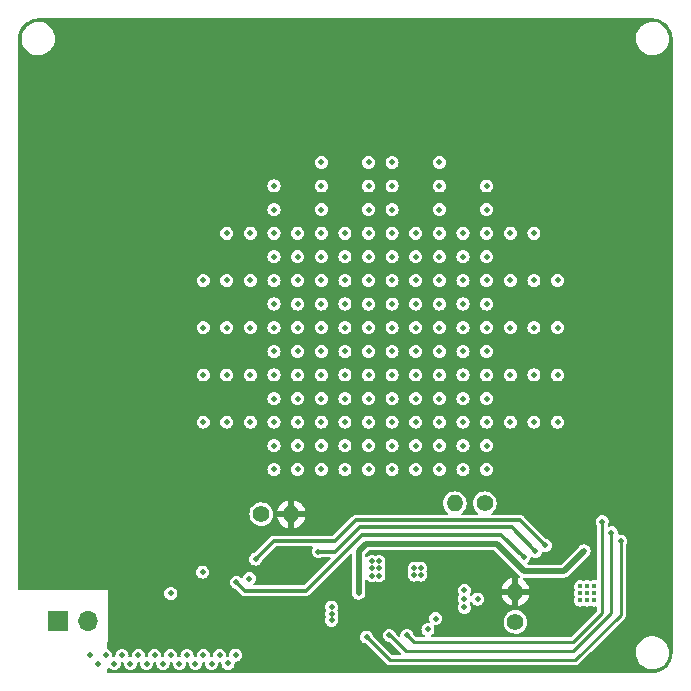
<source format=gbr>
G04 #@! TF.GenerationSoftware,KiCad,Pcbnew,(6.0.0)*
G04 #@! TF.CreationDate,2022-03-27T12:02:49+08:00*
G04 #@! TF.ProjectId,WirelessPower,57697265-6c65-4737-9350-6f7765722e6b,rev?*
G04 #@! TF.SameCoordinates,Original*
G04 #@! TF.FileFunction,Copper,L2,Inr*
G04 #@! TF.FilePolarity,Positive*
%FSLAX46Y46*%
G04 Gerber Fmt 4.6, Leading zero omitted, Abs format (unit mm)*
G04 Created by KiCad (PCBNEW (6.0.0)) date 2022-03-27 12:02:49*
%MOMM*%
%LPD*%
G01*
G04 APERTURE LIST*
G04 #@! TA.AperFunction,ComponentPad*
%ADD10R,1.700000X1.700000*%
G04 #@! TD*
G04 #@! TA.AperFunction,ComponentPad*
%ADD11O,1.700000X1.700000*%
G04 #@! TD*
G04 #@! TA.AperFunction,ComponentPad*
%ADD12C,1.400000*%
G04 #@! TD*
G04 #@! TA.AperFunction,ComponentPad*
%ADD13O,1.400000X1.400000*%
G04 #@! TD*
G04 #@! TA.AperFunction,ViaPad*
%ADD14C,0.500000*%
G04 #@! TD*
G04 #@! TA.AperFunction,ViaPad*
%ADD15C,0.450000*%
G04 #@! TD*
G04 #@! TA.AperFunction,Conductor*
%ADD16C,0.300000*%
G04 #@! TD*
G04 #@! TA.AperFunction,Conductor*
%ADD17C,0.500000*%
G04 #@! TD*
G04 #@! TA.AperFunction,Conductor*
%ADD18C,0.250000*%
G04 #@! TD*
G04 APERTURE END LIST*
D10*
G04 #@! TO.N,BAT+*
G04 #@! TO.C,J5*
X135250000Y-121090000D03*
D11*
G04 #@! TO.N,BAT-*
X137790000Y-121090000D03*
G04 #@! TD*
D12*
G04 #@! TO.N,Net-(C15-Pad2)*
G04 #@! TO.C,J6*
X171410000Y-111140000D03*
D13*
G04 #@! TO.N,Net-(C1-Pad1)*
X168870000Y-111140000D03*
G04 #@! TD*
D12*
G04 #@! TO.N,Net-(TH1-Pad1)*
G04 #@! TO.C,TH1*
X174010000Y-121180000D03*
D13*
G04 #@! TO.N,GND*
X174010000Y-118640000D03*
G04 #@! TD*
D12*
G04 #@! TO.N,Net-(TH2-Pad1)*
G04 #@! TO.C,TH2*
X152490000Y-112060000D03*
D13*
G04 #@! TO.N,GND*
X155030000Y-112060000D03*
G04 #@! TD*
D14*
G04 #@! TO.N,GND*
X153970000Y-116060000D03*
X152970000Y-122540000D03*
X135570000Y-74270000D03*
D15*
X164040000Y-118280000D03*
X164640000Y-118280000D03*
X163440000Y-118880000D03*
X164040000Y-118880000D03*
X164640000Y-118880000D03*
X163440000Y-119480000D03*
X164040000Y-119480000D03*
X164640000Y-119480000D03*
X163440000Y-120080000D03*
X164040000Y-120080000D03*
X164640000Y-120080000D03*
X163440000Y-120680000D03*
X164040000Y-120680000D03*
X164640000Y-120680000D03*
D14*
X147130000Y-118430000D03*
X148130000Y-118430000D03*
X149130000Y-118430000D03*
X146130000Y-119430000D03*
X147130000Y-119430000D03*
X148130000Y-119430000D03*
X149130000Y-119430000D03*
X146130000Y-120430000D03*
X147130000Y-120430000D03*
X148130000Y-120430000D03*
X149130000Y-120430000D03*
X146130000Y-121430000D03*
X147130000Y-121430000D03*
X148130000Y-121430000D03*
X149130000Y-121430000D03*
X147130000Y-122420000D03*
X146130000Y-122420000D03*
X149130000Y-122420000D03*
X148130000Y-122420000D03*
X145110000Y-120430000D03*
X145110000Y-121430000D03*
X145110000Y-122420000D03*
X153970000Y-122540000D03*
X154970000Y-122540000D03*
X155970000Y-122540000D03*
X156970000Y-122540000D03*
X157970000Y-122540000D03*
X158970000Y-122540000D03*
D15*
X163440000Y-118280000D03*
D14*
X137570000Y-74270000D03*
X139570000Y-74270000D03*
X141570000Y-74270000D03*
X143570000Y-74270000D03*
X145570000Y-74270000D03*
X147570000Y-74270000D03*
X149570000Y-74270000D03*
X151570000Y-74270000D03*
X153570000Y-74270000D03*
X155570000Y-74270000D03*
X157570000Y-74270000D03*
X159570000Y-74270000D03*
X161570000Y-74270000D03*
X163570000Y-74270000D03*
X165570000Y-74270000D03*
X167570000Y-74270000D03*
X169570000Y-74270000D03*
X171570000Y-74270000D03*
X173570000Y-74270000D03*
X175570000Y-74270000D03*
X177570000Y-74270000D03*
X179570000Y-74270000D03*
X181570000Y-74270000D03*
X183570000Y-74270000D03*
X183570000Y-76270000D03*
X181570000Y-76270000D03*
X179570000Y-76270000D03*
X177570000Y-76270000D03*
X175570000Y-76270000D03*
X173570000Y-76270000D03*
X171570000Y-76270000D03*
X169570000Y-76270000D03*
X167570000Y-76270000D03*
X165570000Y-76270000D03*
X163570000Y-76270000D03*
X161570000Y-76270000D03*
X159570000Y-76270000D03*
X157570000Y-76270000D03*
X155570000Y-76270000D03*
X153570000Y-76270000D03*
X151570000Y-76270000D03*
X149570000Y-76270000D03*
X147570000Y-76270000D03*
X145570000Y-76270000D03*
X143570000Y-76270000D03*
X141570000Y-76270000D03*
X139570000Y-76270000D03*
X137570000Y-76270000D03*
X135570000Y-76270000D03*
X135570000Y-78270000D03*
X137570000Y-78270000D03*
X139570000Y-78270000D03*
X141570000Y-78270000D03*
X143570000Y-78270000D03*
X145570000Y-78270000D03*
X147570000Y-78270000D03*
X149570000Y-78270000D03*
X151570000Y-78270000D03*
X153570000Y-78270000D03*
X155570000Y-78270000D03*
X157570000Y-78270000D03*
X159570000Y-78270000D03*
X161570000Y-78270000D03*
X163570000Y-78270000D03*
X165570000Y-78270000D03*
X167570000Y-78270000D03*
X169570000Y-78270000D03*
X171570000Y-78270000D03*
X173570000Y-78270000D03*
X175570000Y-78270000D03*
X177570000Y-78270000D03*
X179570000Y-78270000D03*
X181570000Y-78270000D03*
X183570000Y-78270000D03*
X183570000Y-80270000D03*
X181570000Y-80270000D03*
X179570000Y-80270000D03*
X177570000Y-80270000D03*
X175570000Y-80270000D03*
X173570000Y-80270000D03*
X171570000Y-80270000D03*
X169570000Y-80270000D03*
X167570000Y-80270000D03*
X165570000Y-80270000D03*
X163570000Y-80270000D03*
X161570000Y-80270000D03*
X159570000Y-80270000D03*
X157570000Y-80270000D03*
X155570000Y-80270000D03*
X153570000Y-80270000D03*
X151570000Y-80270000D03*
X149570000Y-80270000D03*
X147570000Y-80270000D03*
X145570000Y-80270000D03*
X143570000Y-80270000D03*
X141570000Y-80270000D03*
X139570000Y-80270000D03*
X137570000Y-80270000D03*
X135570000Y-80270000D03*
X135570000Y-82270000D03*
X137570000Y-82270000D03*
X139570000Y-82270000D03*
X141570000Y-82270000D03*
X143570000Y-82270000D03*
X145570000Y-82270000D03*
X147570000Y-82270000D03*
X149570000Y-82270000D03*
X151570000Y-82270000D03*
X153570000Y-82270000D03*
X155570000Y-82270000D03*
X159570000Y-82270000D03*
X165570000Y-82270000D03*
X169570000Y-82270000D03*
X171570000Y-82270000D03*
X173570000Y-82270000D03*
X175570000Y-82270000D03*
X177570000Y-82270000D03*
X179570000Y-82270000D03*
X181570000Y-82270000D03*
X183570000Y-82270000D03*
X183570000Y-84270000D03*
X181570000Y-84270000D03*
X179570000Y-84270000D03*
X177570000Y-84270000D03*
X175570000Y-84270000D03*
X173570000Y-84270000D03*
X169570000Y-84270000D03*
X165570000Y-84270000D03*
X159570000Y-84270000D03*
X155570000Y-84270000D03*
X151570000Y-84270000D03*
X149570000Y-84270000D03*
X147570000Y-84270000D03*
X145570000Y-84270000D03*
X143570000Y-84270000D03*
X141570000Y-84270000D03*
X139570000Y-84270000D03*
X137570000Y-84270000D03*
X135570000Y-84270000D03*
X135570000Y-86270000D03*
X137570000Y-86270000D03*
X139570000Y-86270000D03*
X141570000Y-86270000D03*
X143570000Y-86270000D03*
X145570000Y-86270000D03*
X147570000Y-86270000D03*
X149570000Y-86270000D03*
X151570000Y-86270000D03*
X155570000Y-86270000D03*
X159570000Y-86270000D03*
X165570000Y-86270000D03*
X169570000Y-86270000D03*
X173570000Y-86270000D03*
X175570000Y-86270000D03*
X177570000Y-86270000D03*
X179570000Y-86270000D03*
X181570000Y-86270000D03*
X183570000Y-86270000D03*
X183570000Y-88270000D03*
X181570000Y-88270000D03*
X179570000Y-88270000D03*
X177570000Y-88270000D03*
X147570000Y-88270000D03*
X145570000Y-88270000D03*
X143570000Y-88270000D03*
X141570000Y-88270000D03*
X139570000Y-88270000D03*
X137570000Y-88270000D03*
X135570000Y-88270000D03*
X135570000Y-90270000D03*
X137570000Y-90270000D03*
X139570000Y-90270000D03*
X141570000Y-90270000D03*
X143570000Y-90270000D03*
X145570000Y-90270000D03*
X147570000Y-90270000D03*
X149570000Y-90270000D03*
X151570000Y-90270000D03*
X173570000Y-90270000D03*
X175570000Y-90270000D03*
X177570000Y-90270000D03*
X179570000Y-90270000D03*
X181570000Y-90270000D03*
X183570000Y-90270000D03*
X183570000Y-92270000D03*
X181570000Y-92270000D03*
X179570000Y-92270000D03*
X145570000Y-92270000D03*
X143570000Y-92270000D03*
X141570000Y-92270000D03*
X139570000Y-92270000D03*
X137570000Y-92270000D03*
X135570000Y-92270000D03*
X135570000Y-94270000D03*
X137570000Y-94270000D03*
X139570000Y-94270000D03*
X141570000Y-94270000D03*
X143570000Y-94270000D03*
X145570000Y-94270000D03*
X147570000Y-94270000D03*
X149570000Y-94270000D03*
X151570000Y-94270000D03*
X173570000Y-94270000D03*
X175570000Y-94270000D03*
X177570000Y-94270000D03*
X179570000Y-94270000D03*
X181570000Y-94270000D03*
X183570000Y-94270000D03*
X183570000Y-96270000D03*
X181570000Y-96270000D03*
X179570000Y-96270000D03*
X145570000Y-96270000D03*
X143570000Y-96270000D03*
X141570000Y-96270000D03*
X139570000Y-96270000D03*
X137570000Y-96270000D03*
X135570000Y-96270000D03*
X135570000Y-98270000D03*
X137570000Y-98270000D03*
X139570000Y-98270000D03*
X141570000Y-98270000D03*
X143570000Y-98270000D03*
X145570000Y-98270000D03*
X147570000Y-98270000D03*
X149570000Y-98270000D03*
X151570000Y-98270000D03*
X173570000Y-98270000D03*
X175570000Y-98270000D03*
X177570000Y-98270000D03*
X179570000Y-98270000D03*
X181570000Y-98270000D03*
X183570000Y-98270000D03*
X183570000Y-100270000D03*
X181570000Y-100270000D03*
X179570000Y-100270000D03*
X145570000Y-100270000D03*
X143570000Y-100270000D03*
X141570000Y-100270000D03*
X139570000Y-100270000D03*
X137570000Y-100270000D03*
X135570000Y-100270000D03*
X135570000Y-102270000D03*
X137570000Y-102270000D03*
X139570000Y-102270000D03*
X141570000Y-102270000D03*
X143570000Y-102270000D03*
X145570000Y-102270000D03*
X147570000Y-102270000D03*
X149570000Y-102270000D03*
X151570000Y-102270000D03*
X173570000Y-102270000D03*
X175570000Y-102270000D03*
X177570000Y-102270000D03*
X179570000Y-102270000D03*
X181570000Y-102270000D03*
X183570000Y-102270000D03*
X183570000Y-104270000D03*
X181570000Y-104270000D03*
X179570000Y-104270000D03*
X145570000Y-104270000D03*
X143570000Y-104270000D03*
X141570000Y-104270000D03*
X139570000Y-104270000D03*
X137570000Y-104270000D03*
X135570000Y-104270000D03*
X135570000Y-106270000D03*
X137570000Y-106270000D03*
X139570000Y-106270000D03*
X141570000Y-106270000D03*
X143570000Y-106270000D03*
X145570000Y-106270000D03*
X147570000Y-106270000D03*
X149570000Y-106270000D03*
X151570000Y-106270000D03*
X173570000Y-106270000D03*
X175570000Y-106270000D03*
X177570000Y-106270000D03*
X179570000Y-106270000D03*
X181570000Y-106270000D03*
X183570000Y-106270000D03*
X183570000Y-108270000D03*
X181570000Y-108270000D03*
X179570000Y-108270000D03*
X177570000Y-108270000D03*
X175570000Y-108270000D03*
X173570000Y-108270000D03*
X151570000Y-108270000D03*
X149570000Y-108270000D03*
X147570000Y-108270000D03*
X145570000Y-108270000D03*
X143570000Y-108270000D03*
X141570000Y-108270000D03*
X139570000Y-108270000D03*
X137570000Y-108270000D03*
X135570000Y-108270000D03*
X153570000Y-116560000D03*
X153970000Y-117060000D03*
X146130000Y-118430000D03*
D15*
G04 #@! TO.N,BAT+*
X179500000Y-118160000D03*
D14*
X140036250Y-124720000D03*
X141412500Y-124720000D03*
X142788750Y-124720000D03*
X144165000Y-124720000D03*
X145541250Y-124720000D03*
X146917500Y-124720000D03*
X148293750Y-124720000D03*
X149670000Y-124690000D03*
X144825000Y-124020000D03*
X147577500Y-124020000D03*
X150330000Y-123990000D03*
X148953750Y-124020000D03*
X146201250Y-124020000D03*
X142072500Y-124020000D03*
X139320000Y-124020000D03*
X143448750Y-124020000D03*
X140696250Y-124020000D03*
D15*
X180100000Y-118160000D03*
X180700000Y-118160000D03*
X179500000Y-118760000D03*
X180100000Y-118760000D03*
X180700000Y-118760000D03*
X179500000Y-119360000D03*
X180100000Y-119360000D03*
X180700000Y-119360000D03*
D14*
X137990000Y-124000000D03*
X138660000Y-124720000D03*
G04 #@! TO.N,Net-(C1-Pad2)*
X158450000Y-121040000D03*
X158450000Y-120475000D03*
X161860000Y-116660000D03*
X162450000Y-116660000D03*
X161860000Y-117255000D03*
X162450000Y-117255000D03*
X161860000Y-116065000D03*
X158450000Y-119910000D03*
X162450000Y-116065000D03*
G04 #@! TO.N,Net-(C1-Pad1)*
X157570000Y-82270000D03*
X161570000Y-82270000D03*
X163570000Y-82270000D03*
X167570000Y-82270000D03*
X171570000Y-84270000D03*
X167570000Y-84270000D03*
X163570000Y-84270000D03*
X161570000Y-84270000D03*
X157570000Y-84270000D03*
X153570000Y-84270000D03*
X153570000Y-86270000D03*
X157570000Y-86270000D03*
X161570000Y-86270000D03*
X163570000Y-86270000D03*
X167570000Y-86270000D03*
X171570000Y-86270000D03*
X175570000Y-88270000D03*
X173570000Y-88270000D03*
X171570000Y-88270000D03*
X169570000Y-88270000D03*
X167570000Y-88270000D03*
X165570000Y-88270000D03*
X163570000Y-88270000D03*
X161570000Y-88270000D03*
X159570000Y-88270000D03*
X157570000Y-88270000D03*
X155570000Y-88270000D03*
X153570000Y-88270000D03*
X151570000Y-88270000D03*
X149570000Y-88270000D03*
X153570000Y-90270000D03*
X155570000Y-90270000D03*
X157570000Y-90270000D03*
X159570000Y-90270000D03*
X161570000Y-90270000D03*
X163570000Y-90270000D03*
X165570000Y-90270000D03*
X167570000Y-90270000D03*
X169570000Y-90270000D03*
X171570000Y-90270000D03*
X177570000Y-92270000D03*
X175570000Y-92270000D03*
X173570000Y-92270000D03*
X171570000Y-92270000D03*
X169570000Y-92270000D03*
X167570000Y-92270000D03*
X165570000Y-92270000D03*
X163570000Y-92270000D03*
X161570000Y-92270000D03*
X159570000Y-92270000D03*
X157570000Y-92270000D03*
X155570000Y-92270000D03*
X153570000Y-92270000D03*
X151570000Y-92270000D03*
X149570000Y-92270000D03*
X147570000Y-92270000D03*
X153570000Y-94270000D03*
X155570000Y-94270000D03*
X157570000Y-94270000D03*
X159570000Y-94270000D03*
X161570000Y-94270000D03*
X163570000Y-94270000D03*
X165570000Y-94270000D03*
X167570000Y-94270000D03*
X169570000Y-94270000D03*
X171570000Y-94270000D03*
X177570000Y-96270000D03*
X175570000Y-96270000D03*
X173570000Y-96270000D03*
X171570000Y-96270000D03*
X169570000Y-96270000D03*
X167570000Y-96270000D03*
X165570000Y-96270000D03*
X163570000Y-96270000D03*
X161570000Y-96270000D03*
X159570000Y-96270000D03*
X157570000Y-96270000D03*
X155570000Y-96270000D03*
X153570000Y-96270000D03*
X151570000Y-96270000D03*
X149570000Y-96270000D03*
X147570000Y-96270000D03*
X153570000Y-98270000D03*
X155570000Y-98270000D03*
X157570000Y-98270000D03*
X159570000Y-98270000D03*
X161570000Y-98270000D03*
X163570000Y-98270000D03*
X165570000Y-98270000D03*
X167570000Y-98270000D03*
X169570000Y-98270000D03*
X171570000Y-98270000D03*
X177570000Y-100270000D03*
X175570000Y-100270000D03*
X173570000Y-100270000D03*
X171570000Y-100270000D03*
X169570000Y-100270000D03*
X167570000Y-100270000D03*
X165570000Y-100270000D03*
X163570000Y-100270000D03*
X161570000Y-100270000D03*
X159570000Y-100270000D03*
X157570000Y-100270000D03*
X155570000Y-100270000D03*
X153570000Y-100270000D03*
X151570000Y-100270000D03*
X149570000Y-100270000D03*
X147570000Y-100270000D03*
X153570000Y-102270000D03*
X155570000Y-102270000D03*
X157570000Y-102270000D03*
X159570000Y-102270000D03*
X161570000Y-102270000D03*
X163570000Y-102270000D03*
X165570000Y-102270000D03*
X167570000Y-102270000D03*
X169570000Y-102270000D03*
X171570000Y-102270000D03*
X177570000Y-104270000D03*
X175570000Y-104270000D03*
X173570000Y-104270000D03*
X171570000Y-104270000D03*
X169570000Y-104270000D03*
X167570000Y-104270000D03*
X165570000Y-104270000D03*
X163570000Y-104270000D03*
X161570000Y-104270000D03*
X159570000Y-104270000D03*
X157570000Y-104270000D03*
X155570000Y-104270000D03*
X153570000Y-104270000D03*
X151570000Y-104270000D03*
X149570000Y-104270000D03*
X147570000Y-104270000D03*
X153570000Y-106270000D03*
X155570000Y-106270000D03*
X157570000Y-106270000D03*
X159570000Y-106270000D03*
X161570000Y-106270000D03*
X163570000Y-106270000D03*
X165570000Y-106270000D03*
X167570000Y-106270000D03*
X169570000Y-106270000D03*
X171570000Y-106270000D03*
X171570000Y-108270000D03*
X169570000Y-108270000D03*
X167570000Y-108270000D03*
X165570000Y-108270000D03*
X163570000Y-108270000D03*
X161570000Y-108270000D03*
X159570000Y-108270000D03*
X157570000Y-108270000D03*
X155570000Y-108270000D03*
X153570000Y-108270000D03*
G04 #@! TO.N,Net-(R1-Pad1)*
X170800000Y-119240000D03*
X167260000Y-120900000D03*
G04 #@! TO.N,BAT_ISET*
X176540000Y-114710000D03*
X152010000Y-115870000D03*
G04 #@! TO.N,Net-(TH1-Pad1)*
X166600000Y-121810000D03*
G04 #@! TO.N,Net-(TH2-Pad1)*
X151469993Y-117510007D03*
G04 #@! TO.N,Net-(U1-Pad2)*
X144830000Y-118760000D03*
X147535000Y-116970000D03*
D15*
G04 #@! TO.N,REG_power*
X160735000Y-118740000D03*
D14*
X179820000Y-115170000D03*
G04 #@! TO.N,REG_EN2*
X164820000Y-122310000D03*
X181350000Y-112710000D03*
G04 #@! TO.N,REG_EN1*
X163320000Y-122310000D03*
X182140000Y-113640000D03*
G04 #@! TO.N,REG_CHG*
X182920000Y-114330000D03*
X161400000Y-122460000D03*
G04 #@! TO.N,BAT_PG*
X175700000Y-115210000D03*
X157310000Y-115240000D03*
G04 #@! TO.N,BAT_CHG*
X174710000Y-115710000D03*
X150370000Y-117820000D03*
G04 #@! TO.N,Net-(C15-Pad2)*
X169680000Y-119940000D03*
X165440000Y-117220000D03*
X165990000Y-116620000D03*
X165440000Y-116620000D03*
X169680000Y-119230000D03*
X169680000Y-118520000D03*
X165990000Y-117220000D03*
G04 #@! TD*
D16*
G04 #@! TO.N,BAT_ISET*
X152010000Y-115860000D02*
X153530000Y-114340000D01*
X174420000Y-112590000D02*
X176540000Y-114710000D01*
X158760000Y-114340000D02*
X160510000Y-112590000D01*
X153530000Y-114340000D02*
X158760000Y-114340000D01*
X160510000Y-112590000D02*
X174420000Y-112590000D01*
X152010000Y-115870000D02*
X152010000Y-115860000D01*
D17*
G04 #@! TO.N,REG_power*
X178110000Y-116880000D02*
X174750000Y-116880000D01*
X160735000Y-115195212D02*
X160735000Y-118740000D01*
X174750000Y-116880000D02*
X172435000Y-114565000D01*
X161365212Y-114565000D02*
X160735000Y-115195212D01*
X172435000Y-114565000D02*
X161365212Y-114565000D01*
X179820000Y-115170000D02*
X178110000Y-116880000D01*
D18*
G04 #@! TO.N,REG_EN2*
X178860000Y-122880000D02*
X181350000Y-120390000D01*
X164820000Y-122310000D02*
X165390000Y-122880000D01*
X165390000Y-122880000D02*
X178860000Y-122880000D01*
X181350000Y-120390000D02*
X181350000Y-112710000D01*
G04 #@! TO.N,REG_EN1*
X164720000Y-123670000D02*
X178920000Y-123670000D01*
X163360000Y-122310000D02*
X164720000Y-123670000D01*
X182140000Y-120450000D02*
X182140000Y-113640000D01*
X178920000Y-123670000D02*
X182140000Y-120450000D01*
X163320000Y-122310000D02*
X163360000Y-122310000D01*
G04 #@! TO.N,REG_CHG*
X182920000Y-120590000D02*
X182920000Y-114330000D01*
X179080000Y-124430000D02*
X182920000Y-120590000D01*
X163370000Y-124430000D02*
X179080000Y-124430000D01*
X161400000Y-122460000D02*
X163370000Y-124430000D01*
D16*
G04 #@! TO.N,BAT_PG*
X175700000Y-115210000D02*
X173680000Y-113190000D01*
X158760000Y-115240000D02*
X157310000Y-115240000D01*
X173680000Y-113190000D02*
X160810000Y-113190000D01*
X160810000Y-113190000D02*
X158760000Y-115240000D01*
G04 #@! TO.N,BAT_CHG*
X172790000Y-113790000D02*
X161035000Y-113790000D01*
X161035000Y-113790000D02*
X156285000Y-118540000D01*
X174710000Y-115710000D02*
X172790000Y-113790000D01*
X151090000Y-118540000D02*
X150370000Y-117820000D01*
X156285000Y-118540000D02*
X151090000Y-118540000D01*
G04 #@! TD*
G04 #@! TA.AperFunction,Conductor*
G04 #@! TO.N,GND*
G36*
X185592281Y-70091503D02*
G01*
X185609999Y-70094627D01*
X185618530Y-70093123D01*
X185623124Y-70093123D01*
X185640871Y-70092208D01*
X185844870Y-70106798D01*
X185858852Y-70108808D01*
X186082028Y-70157357D01*
X186095581Y-70161337D01*
X186309571Y-70241151D01*
X186322419Y-70247019D01*
X186522870Y-70356473D01*
X186534753Y-70364109D01*
X186717594Y-70500982D01*
X186728270Y-70510232D01*
X186889767Y-70671729D01*
X186899017Y-70682405D01*
X187035890Y-70865246D01*
X187043526Y-70877129D01*
X187152980Y-71077580D01*
X187158848Y-71090428D01*
X187238662Y-71304418D01*
X187242642Y-71317971D01*
X187291191Y-71541147D01*
X187293201Y-71555129D01*
X187307791Y-71759128D01*
X187306876Y-71776875D01*
X187306876Y-71781469D01*
X187305372Y-71790000D01*
X187306876Y-71798530D01*
X187308496Y-71807717D01*
X187310000Y-71824908D01*
X187310001Y-123755091D01*
X187308497Y-123772281D01*
X187305373Y-123789999D01*
X187306877Y-123798530D01*
X187306877Y-123803124D01*
X187307792Y-123820871D01*
X187293202Y-124024870D01*
X187291192Y-124038852D01*
X187242643Y-124262028D01*
X187238663Y-124275581D01*
X187158849Y-124489571D01*
X187152981Y-124502419D01*
X187043527Y-124702870D01*
X187035891Y-124714753D01*
X186899018Y-124897594D01*
X186889768Y-124908270D01*
X186728271Y-125069767D01*
X186717595Y-125079017D01*
X186534754Y-125215890D01*
X186522871Y-125223526D01*
X186322420Y-125332980D01*
X186309572Y-125338848D01*
X186095582Y-125418662D01*
X186082029Y-125422642D01*
X185858853Y-125471191D01*
X185844871Y-125473201D01*
X185640872Y-125487791D01*
X185623125Y-125486876D01*
X185618531Y-125486876D01*
X185610000Y-125485372D01*
X185601470Y-125486876D01*
X185592283Y-125488496D01*
X185575092Y-125490000D01*
X181888136Y-125490000D01*
X139558598Y-125490001D01*
X139500407Y-125471094D01*
X139464443Y-125421594D01*
X139459599Y-125390566D01*
X139460331Y-125223847D01*
X139460588Y-125165286D01*
X139479751Y-125107180D01*
X139529408Y-125071434D01*
X139590593Y-125071703D01*
X139634851Y-125103125D01*
X139635091Y-125102885D01*
X139636509Y-125104303D01*
X139638126Y-125105451D01*
X139639673Y-125107467D01*
X139639678Y-125107472D01*
X139643629Y-125112621D01*
X139758625Y-125200861D01*
X139892541Y-125256330D01*
X139898970Y-125257176D01*
X139898972Y-125257177D01*
X140029817Y-125274403D01*
X140036250Y-125275250D01*
X140042683Y-125274403D01*
X140173528Y-125257177D01*
X140173530Y-125257176D01*
X140179959Y-125256330D01*
X140313875Y-125200861D01*
X140428871Y-125112621D01*
X140517111Y-124997625D01*
X140572580Y-124863709D01*
X140574724Y-124847430D01*
X140590653Y-124726433D01*
X140591500Y-124720000D01*
X140589245Y-124702870D01*
X140587067Y-124686324D01*
X140598218Y-124626163D01*
X140642600Y-124584047D01*
X140685220Y-124574403D01*
X140689817Y-124574403D01*
X140696250Y-124575250D01*
X140751567Y-124567967D01*
X140811727Y-124579117D01*
X140853845Y-124623499D01*
X140862642Y-124679042D01*
X140860353Y-124696433D01*
X140857250Y-124720000D01*
X140858097Y-124726433D01*
X140874027Y-124847430D01*
X140876170Y-124863709D01*
X140931639Y-124997625D01*
X141019879Y-125112621D01*
X141134875Y-125200861D01*
X141268791Y-125256330D01*
X141275220Y-125257176D01*
X141275222Y-125257177D01*
X141406067Y-125274403D01*
X141412500Y-125275250D01*
X141418933Y-125274403D01*
X141549778Y-125257177D01*
X141549780Y-125257176D01*
X141556209Y-125256330D01*
X141690125Y-125200861D01*
X141805121Y-125112621D01*
X141893361Y-124997625D01*
X141948830Y-124863709D01*
X141950974Y-124847430D01*
X141966903Y-124726433D01*
X141967750Y-124720000D01*
X141965495Y-124702870D01*
X141963317Y-124686324D01*
X141974468Y-124626163D01*
X142018850Y-124584047D01*
X142061470Y-124574403D01*
X142066067Y-124574403D01*
X142072500Y-124575250D01*
X142127817Y-124567967D01*
X142187977Y-124579117D01*
X142230095Y-124623499D01*
X142238892Y-124679042D01*
X142236603Y-124696433D01*
X142233500Y-124720000D01*
X142234347Y-124726433D01*
X142250277Y-124847430D01*
X142252420Y-124863709D01*
X142307889Y-124997625D01*
X142396129Y-125112621D01*
X142511125Y-125200861D01*
X142645041Y-125256330D01*
X142651470Y-125257176D01*
X142651472Y-125257177D01*
X142782317Y-125274403D01*
X142788750Y-125275250D01*
X142795183Y-125274403D01*
X142926028Y-125257177D01*
X142926030Y-125257176D01*
X142932459Y-125256330D01*
X143066375Y-125200861D01*
X143181371Y-125112621D01*
X143269611Y-124997625D01*
X143325080Y-124863709D01*
X143327224Y-124847430D01*
X143343153Y-124726433D01*
X143344000Y-124720000D01*
X143341745Y-124702870D01*
X143339567Y-124686324D01*
X143350718Y-124626163D01*
X143395100Y-124584047D01*
X143437720Y-124574403D01*
X143442317Y-124574403D01*
X143448750Y-124575250D01*
X143504067Y-124567967D01*
X143564227Y-124579117D01*
X143606345Y-124623499D01*
X143615142Y-124679042D01*
X143612853Y-124696433D01*
X143609750Y-124720000D01*
X143610597Y-124726433D01*
X143626527Y-124847430D01*
X143628670Y-124863709D01*
X143684139Y-124997625D01*
X143772379Y-125112621D01*
X143887375Y-125200861D01*
X144021291Y-125256330D01*
X144027720Y-125257176D01*
X144027722Y-125257177D01*
X144158567Y-125274403D01*
X144165000Y-125275250D01*
X144171433Y-125274403D01*
X144302278Y-125257177D01*
X144302280Y-125257176D01*
X144308709Y-125256330D01*
X144442625Y-125200861D01*
X144557621Y-125112621D01*
X144645861Y-124997625D01*
X144701330Y-124863709D01*
X144703474Y-124847430D01*
X144719403Y-124726433D01*
X144720250Y-124720000D01*
X144717995Y-124702870D01*
X144715817Y-124686324D01*
X144726968Y-124626163D01*
X144771350Y-124584047D01*
X144813970Y-124574403D01*
X144818567Y-124574403D01*
X144825000Y-124575250D01*
X144880317Y-124567967D01*
X144940477Y-124579117D01*
X144982595Y-124623499D01*
X144991392Y-124679042D01*
X144989103Y-124696433D01*
X144986000Y-124720000D01*
X144986847Y-124726433D01*
X145002777Y-124847430D01*
X145004920Y-124863709D01*
X145060389Y-124997625D01*
X145148629Y-125112621D01*
X145263625Y-125200861D01*
X145397541Y-125256330D01*
X145403970Y-125257176D01*
X145403972Y-125257177D01*
X145534817Y-125274403D01*
X145541250Y-125275250D01*
X145547683Y-125274403D01*
X145678528Y-125257177D01*
X145678530Y-125257176D01*
X145684959Y-125256330D01*
X145818875Y-125200861D01*
X145933871Y-125112621D01*
X146022111Y-124997625D01*
X146077580Y-124863709D01*
X146079724Y-124847430D01*
X146095653Y-124726433D01*
X146096500Y-124720000D01*
X146094245Y-124702870D01*
X146092067Y-124686324D01*
X146103218Y-124626163D01*
X146147600Y-124584047D01*
X146190220Y-124574403D01*
X146194817Y-124574403D01*
X146201250Y-124575250D01*
X146256567Y-124567967D01*
X146316727Y-124579117D01*
X146358845Y-124623499D01*
X146367642Y-124679042D01*
X146365353Y-124696433D01*
X146362250Y-124720000D01*
X146363097Y-124726433D01*
X146379027Y-124847430D01*
X146381170Y-124863709D01*
X146436639Y-124997625D01*
X146524879Y-125112621D01*
X146639875Y-125200861D01*
X146773791Y-125256330D01*
X146780220Y-125257176D01*
X146780222Y-125257177D01*
X146911067Y-125274403D01*
X146917500Y-125275250D01*
X146923933Y-125274403D01*
X147054778Y-125257177D01*
X147054780Y-125257176D01*
X147061209Y-125256330D01*
X147195125Y-125200861D01*
X147310121Y-125112621D01*
X147398361Y-124997625D01*
X147453830Y-124863709D01*
X147455974Y-124847430D01*
X147471903Y-124726433D01*
X147472750Y-124720000D01*
X147470495Y-124702870D01*
X147468317Y-124686324D01*
X147479468Y-124626163D01*
X147523850Y-124584047D01*
X147566470Y-124574403D01*
X147571067Y-124574403D01*
X147577500Y-124575250D01*
X147632817Y-124567967D01*
X147692977Y-124579117D01*
X147735095Y-124623499D01*
X147743892Y-124679042D01*
X147741603Y-124696433D01*
X147738500Y-124720000D01*
X147739347Y-124726433D01*
X147755277Y-124847430D01*
X147757420Y-124863709D01*
X147812889Y-124997625D01*
X147901129Y-125112621D01*
X148016125Y-125200861D01*
X148150041Y-125256330D01*
X148156470Y-125257176D01*
X148156472Y-125257177D01*
X148287317Y-125274403D01*
X148293750Y-125275250D01*
X148300183Y-125274403D01*
X148431028Y-125257177D01*
X148431030Y-125257176D01*
X148437459Y-125256330D01*
X148571375Y-125200861D01*
X148686371Y-125112621D01*
X148774611Y-124997625D01*
X148830080Y-124863709D01*
X148832224Y-124847430D01*
X148848153Y-124726433D01*
X148849000Y-124720000D01*
X148846745Y-124702870D01*
X148844567Y-124686324D01*
X148855718Y-124626163D01*
X148900100Y-124584047D01*
X148942720Y-124574403D01*
X148947317Y-124574403D01*
X148953750Y-124575250D01*
X149005049Y-124568496D01*
X149065208Y-124579646D01*
X149107326Y-124624028D01*
X149116123Y-124679571D01*
X149114750Y-124690000D01*
X149115597Y-124696433D01*
X149132435Y-124824326D01*
X149133670Y-124833709D01*
X149189139Y-124967625D01*
X149277379Y-125082621D01*
X149392375Y-125170861D01*
X149526291Y-125226330D01*
X149532720Y-125227176D01*
X149532722Y-125227177D01*
X149663567Y-125244403D01*
X149670000Y-125245250D01*
X149676433Y-125244403D01*
X149807278Y-125227177D01*
X149807280Y-125227176D01*
X149813709Y-125226330D01*
X149947625Y-125170861D01*
X150062621Y-125082621D01*
X150150861Y-124967625D01*
X150206330Y-124833709D01*
X150207566Y-124824326D01*
X150224403Y-124696433D01*
X150225250Y-124690000D01*
X150224403Y-124683565D01*
X150220817Y-124656324D01*
X150231968Y-124596163D01*
X150276350Y-124554047D01*
X150318970Y-124544403D01*
X150323567Y-124544403D01*
X150330000Y-124545250D01*
X150336433Y-124544403D01*
X150467278Y-124527177D01*
X150467280Y-124527176D01*
X150473709Y-124526330D01*
X150607625Y-124470861D01*
X150722621Y-124382621D01*
X150810861Y-124267625D01*
X150866330Y-124133709D01*
X150868947Y-124113837D01*
X150884403Y-123996433D01*
X150885250Y-123990000D01*
X150872086Y-123890013D01*
X150867177Y-123852722D01*
X150867176Y-123852720D01*
X150866330Y-123846291D01*
X150810861Y-123712375D01*
X150722621Y-123597379D01*
X150607625Y-123509139D01*
X150473709Y-123453670D01*
X150467280Y-123452824D01*
X150467278Y-123452823D01*
X150336433Y-123435597D01*
X150330000Y-123434750D01*
X150323567Y-123435597D01*
X150192722Y-123452823D01*
X150192720Y-123452824D01*
X150186291Y-123453670D01*
X150052375Y-123509139D01*
X149937379Y-123597379D01*
X149849139Y-123712375D01*
X149793670Y-123846291D01*
X149792824Y-123852720D01*
X149792823Y-123852722D01*
X149787914Y-123890013D01*
X149774750Y-123990000D01*
X149775597Y-123996433D01*
X149775597Y-123996435D01*
X149779183Y-124023676D01*
X149768032Y-124083837D01*
X149723650Y-124125953D01*
X149681030Y-124135597D01*
X149676433Y-124135597D01*
X149670000Y-124134750D01*
X149618701Y-124141504D01*
X149558542Y-124130354D01*
X149516424Y-124085972D01*
X149507627Y-124030429D01*
X149508153Y-124026434D01*
X149508153Y-124026433D01*
X149509000Y-124020000D01*
X149490080Y-123876291D01*
X149434611Y-123742375D01*
X149346371Y-123627379D01*
X149231375Y-123539139D01*
X149097459Y-123483670D01*
X149091030Y-123482824D01*
X149091028Y-123482823D01*
X148960183Y-123465597D01*
X148953750Y-123464750D01*
X148947317Y-123465597D01*
X148816472Y-123482823D01*
X148816470Y-123482824D01*
X148810041Y-123483670D01*
X148676125Y-123539139D01*
X148561129Y-123627379D01*
X148472889Y-123742375D01*
X148417420Y-123876291D01*
X148398500Y-124020000D01*
X148399347Y-124026433D01*
X148399347Y-124026435D01*
X148402933Y-124053676D01*
X148391782Y-124113837D01*
X148347400Y-124155953D01*
X148304780Y-124165597D01*
X148300183Y-124165597D01*
X148293750Y-124164750D01*
X148238433Y-124172033D01*
X148178273Y-124160883D01*
X148136155Y-124116501D01*
X148127358Y-124060958D01*
X148131903Y-124026434D01*
X148131903Y-124026433D01*
X148132750Y-124020000D01*
X148113830Y-123876291D01*
X148058361Y-123742375D01*
X147970121Y-123627379D01*
X147855125Y-123539139D01*
X147721209Y-123483670D01*
X147714780Y-123482824D01*
X147714778Y-123482823D01*
X147583933Y-123465597D01*
X147577500Y-123464750D01*
X147571067Y-123465597D01*
X147440222Y-123482823D01*
X147440220Y-123482824D01*
X147433791Y-123483670D01*
X147299875Y-123539139D01*
X147184879Y-123627379D01*
X147096639Y-123742375D01*
X147041170Y-123876291D01*
X147022250Y-124020000D01*
X147023097Y-124026433D01*
X147023097Y-124026435D01*
X147026683Y-124053676D01*
X147015532Y-124113837D01*
X146971150Y-124155953D01*
X146928530Y-124165597D01*
X146923933Y-124165597D01*
X146917500Y-124164750D01*
X146862183Y-124172033D01*
X146802023Y-124160883D01*
X146759905Y-124116501D01*
X146751108Y-124060958D01*
X146755653Y-124026434D01*
X146755653Y-124026433D01*
X146756500Y-124020000D01*
X146737580Y-123876291D01*
X146682111Y-123742375D01*
X146593871Y-123627379D01*
X146478875Y-123539139D01*
X146344959Y-123483670D01*
X146338530Y-123482824D01*
X146338528Y-123482823D01*
X146207683Y-123465597D01*
X146201250Y-123464750D01*
X146194817Y-123465597D01*
X146063972Y-123482823D01*
X146063970Y-123482824D01*
X146057541Y-123483670D01*
X145923625Y-123539139D01*
X145808629Y-123627379D01*
X145720389Y-123742375D01*
X145664920Y-123876291D01*
X145646000Y-124020000D01*
X145646847Y-124026433D01*
X145646847Y-124026435D01*
X145650433Y-124053676D01*
X145639282Y-124113837D01*
X145594900Y-124155953D01*
X145552280Y-124165597D01*
X145547683Y-124165597D01*
X145541250Y-124164750D01*
X145485933Y-124172033D01*
X145425773Y-124160883D01*
X145383655Y-124116501D01*
X145374858Y-124060958D01*
X145379403Y-124026434D01*
X145379403Y-124026433D01*
X145380250Y-124020000D01*
X145361330Y-123876291D01*
X145305861Y-123742375D01*
X145217621Y-123627379D01*
X145102625Y-123539139D01*
X144968709Y-123483670D01*
X144962280Y-123482824D01*
X144962278Y-123482823D01*
X144831433Y-123465597D01*
X144825000Y-123464750D01*
X144818567Y-123465597D01*
X144687722Y-123482823D01*
X144687720Y-123482824D01*
X144681291Y-123483670D01*
X144547375Y-123539139D01*
X144432379Y-123627379D01*
X144344139Y-123742375D01*
X144288670Y-123876291D01*
X144269750Y-124020000D01*
X144270597Y-124026433D01*
X144270597Y-124026435D01*
X144274183Y-124053676D01*
X144263032Y-124113837D01*
X144218650Y-124155953D01*
X144176030Y-124165597D01*
X144171433Y-124165597D01*
X144165000Y-124164750D01*
X144109683Y-124172033D01*
X144049523Y-124160883D01*
X144007405Y-124116501D01*
X143998608Y-124060958D01*
X144003153Y-124026434D01*
X144003153Y-124026433D01*
X144004000Y-124020000D01*
X143985080Y-123876291D01*
X143929611Y-123742375D01*
X143841371Y-123627379D01*
X143726375Y-123539139D01*
X143592459Y-123483670D01*
X143586030Y-123482824D01*
X143586028Y-123482823D01*
X143455183Y-123465597D01*
X143448750Y-123464750D01*
X143442317Y-123465597D01*
X143311472Y-123482823D01*
X143311470Y-123482824D01*
X143305041Y-123483670D01*
X143171125Y-123539139D01*
X143056129Y-123627379D01*
X142967889Y-123742375D01*
X142912420Y-123876291D01*
X142893500Y-124020000D01*
X142894347Y-124026433D01*
X142894347Y-124026435D01*
X142897933Y-124053676D01*
X142886782Y-124113837D01*
X142842400Y-124155953D01*
X142799780Y-124165597D01*
X142795183Y-124165597D01*
X142788750Y-124164750D01*
X142733433Y-124172033D01*
X142673273Y-124160883D01*
X142631155Y-124116501D01*
X142622358Y-124060958D01*
X142626903Y-124026434D01*
X142626903Y-124026433D01*
X142627750Y-124020000D01*
X142608830Y-123876291D01*
X142553361Y-123742375D01*
X142465121Y-123627379D01*
X142350125Y-123539139D01*
X142216209Y-123483670D01*
X142209780Y-123482824D01*
X142209778Y-123482823D01*
X142078933Y-123465597D01*
X142072500Y-123464750D01*
X142066067Y-123465597D01*
X141935222Y-123482823D01*
X141935220Y-123482824D01*
X141928791Y-123483670D01*
X141794875Y-123539139D01*
X141679879Y-123627379D01*
X141591639Y-123742375D01*
X141536170Y-123876291D01*
X141517250Y-124020000D01*
X141518097Y-124026433D01*
X141518097Y-124026435D01*
X141521683Y-124053676D01*
X141510532Y-124113837D01*
X141466150Y-124155953D01*
X141423530Y-124165597D01*
X141418933Y-124165597D01*
X141412500Y-124164750D01*
X141357183Y-124172033D01*
X141297023Y-124160883D01*
X141254905Y-124116501D01*
X141246108Y-124060958D01*
X141250653Y-124026434D01*
X141250653Y-124026433D01*
X141251500Y-124020000D01*
X141232580Y-123876291D01*
X141177111Y-123742375D01*
X141088871Y-123627379D01*
X140973875Y-123539139D01*
X140839959Y-123483670D01*
X140833530Y-123482824D01*
X140833528Y-123482823D01*
X140702683Y-123465597D01*
X140696250Y-123464750D01*
X140689817Y-123465597D01*
X140558972Y-123482823D01*
X140558970Y-123482824D01*
X140552541Y-123483670D01*
X140418625Y-123539139D01*
X140303629Y-123627379D01*
X140215389Y-123742375D01*
X140159920Y-123876291D01*
X140141000Y-124020000D01*
X140141847Y-124026433D01*
X140141847Y-124026435D01*
X140145433Y-124053676D01*
X140134282Y-124113837D01*
X140089900Y-124155953D01*
X140047280Y-124165597D01*
X140042683Y-124165597D01*
X140036250Y-124164750D01*
X139980933Y-124172033D01*
X139920773Y-124160883D01*
X139878655Y-124116501D01*
X139869858Y-124060958D01*
X139874403Y-124026434D01*
X139874403Y-124026433D01*
X139875250Y-124020000D01*
X139856330Y-123876291D01*
X139800861Y-123742375D01*
X139712621Y-123627379D01*
X139597625Y-123539139D01*
X139529374Y-123510869D01*
X139482848Y-123471133D01*
X139468260Y-123418970D01*
X139472473Y-122460000D01*
X160844750Y-122460000D01*
X160863670Y-122603709D01*
X160919139Y-122737625D01*
X161007379Y-122852621D01*
X161122375Y-122940861D01*
X161256291Y-122996330D01*
X161262720Y-122997176D01*
X161262722Y-122997177D01*
X161289003Y-123000637D01*
X161313133Y-123003813D01*
X161370214Y-123031962D01*
X163116780Y-124778528D01*
X163123717Y-124782062D01*
X163123719Y-124782064D01*
X163140045Y-124790382D01*
X163153292Y-124798500D01*
X163174419Y-124813850D01*
X163181827Y-124816257D01*
X163181833Y-124816260D01*
X163199259Y-124821922D01*
X163213608Y-124827865D01*
X163229931Y-124836182D01*
X163229934Y-124836183D01*
X163236874Y-124839719D01*
X163244570Y-124840938D01*
X163262665Y-124843804D01*
X163277764Y-124847428D01*
X163302607Y-124855500D01*
X179147393Y-124855500D01*
X179154798Y-124853094D01*
X179154804Y-124853093D01*
X179172233Y-124847430D01*
X179187335Y-124843804D01*
X179205430Y-124840938D01*
X179213126Y-124839719D01*
X179236402Y-124827860D01*
X179250744Y-124821919D01*
X179275581Y-124813849D01*
X179296715Y-124798494D01*
X179309944Y-124790388D01*
X179333220Y-124778528D01*
X179428528Y-124683220D01*
X180387959Y-123723789D01*
X184205996Y-123723789D01*
X184206153Y-123727974D01*
X184206153Y-123727977D01*
X184208482Y-123789999D01*
X184214913Y-123961295D01*
X184215773Y-123965395D01*
X184215774Y-123965401D01*
X184229734Y-124031934D01*
X184263719Y-124193904D01*
X184351020Y-124414963D01*
X184353190Y-124418539D01*
X184353192Y-124418543D01*
X184418599Y-124526330D01*
X184474319Y-124618153D01*
X184477069Y-124621322D01*
X184627343Y-124794499D01*
X184627347Y-124794503D01*
X184630090Y-124797664D01*
X184633328Y-124800319D01*
X184633329Y-124800320D01*
X184686362Y-124843804D01*
X184813880Y-124948362D01*
X185020433Y-125065939D01*
X185243844Y-125147034D01*
X185293194Y-125155958D01*
X185474521Y-125188747D01*
X185474526Y-125188748D01*
X185477725Y-125189326D01*
X185497322Y-125190250D01*
X185501472Y-125190446D01*
X185501476Y-125190446D01*
X185502619Y-125190500D01*
X185669680Y-125190500D01*
X185671763Y-125190323D01*
X185671769Y-125190323D01*
X185842652Y-125175823D01*
X185842653Y-125175823D01*
X185846823Y-125175469D01*
X185850873Y-125174418D01*
X185850878Y-125174417D01*
X186072818Y-125116813D01*
X186072821Y-125116812D01*
X186076874Y-125115760D01*
X186083843Y-125112621D01*
X186150440Y-125082621D01*
X186293576Y-125018143D01*
X186316405Y-125002774D01*
X186487261Y-124887746D01*
X186487262Y-124887745D01*
X186490732Y-124885409D01*
X186493762Y-124882519D01*
X186659671Y-124724250D01*
X186659675Y-124724245D01*
X186662705Y-124721355D01*
X186804579Y-124530670D01*
X186863407Y-124414963D01*
X186910398Y-124322539D01*
X186910400Y-124322535D01*
X186912295Y-124318807D01*
X186982775Y-124091824D01*
X186995418Y-123996435D01*
X187013454Y-123860362D01*
X187013454Y-123860360D01*
X187014004Y-123856211D01*
X187005087Y-123618705D01*
X187004227Y-123614605D01*
X187004226Y-123614599D01*
X186966667Y-123435597D01*
X186956281Y-123386096D01*
X186868980Y-123165037D01*
X186745681Y-122961847D01*
X186661004Y-122864265D01*
X186592657Y-122785501D01*
X186592653Y-122785497D01*
X186589910Y-122782336D01*
X186406120Y-122631638D01*
X186199567Y-122514061D01*
X185976156Y-122432966D01*
X185926806Y-122424042D01*
X185745479Y-122391253D01*
X185745474Y-122391252D01*
X185742275Y-122390674D01*
X185722678Y-122389750D01*
X185718528Y-122389554D01*
X185718524Y-122389554D01*
X185717381Y-122389500D01*
X185550320Y-122389500D01*
X185548237Y-122389677D01*
X185548231Y-122389677D01*
X185377348Y-122404177D01*
X185377347Y-122404177D01*
X185373177Y-122404531D01*
X185369127Y-122405582D01*
X185369122Y-122405583D01*
X185147182Y-122463187D01*
X185147179Y-122463188D01*
X185143126Y-122464240D01*
X185139304Y-122465962D01*
X185139303Y-122465962D01*
X185125746Y-122472069D01*
X184926424Y-122561857D01*
X184922947Y-122564198D01*
X184922945Y-122564199D01*
X184864259Y-122603709D01*
X184729268Y-122694591D01*
X184726241Y-122697478D01*
X184726238Y-122697481D01*
X184560329Y-122855750D01*
X184560325Y-122855755D01*
X184557295Y-122858645D01*
X184554793Y-122862008D01*
X184554792Y-122862009D01*
X184535434Y-122888027D01*
X184415421Y-123049330D01*
X184413519Y-123053071D01*
X184324313Y-123228528D01*
X184307705Y-123261193D01*
X184237225Y-123488176D01*
X184229774Y-123544392D01*
X184218775Y-123627379D01*
X184205996Y-123723789D01*
X180387959Y-123723789D01*
X183173218Y-120938529D01*
X183173220Y-120938528D01*
X183268528Y-120843220D01*
X183280387Y-120819946D01*
X183288500Y-120806707D01*
X183299269Y-120791886D01*
X183299271Y-120791882D01*
X183303849Y-120785581D01*
X183311919Y-120760744D01*
X183317860Y-120746402D01*
X183329719Y-120723126D01*
X183333804Y-120697335D01*
X183337430Y-120682233D01*
X183343093Y-120664804D01*
X183343094Y-120664798D01*
X183345500Y-120657393D01*
X183345500Y-114713379D01*
X183365958Y-114653111D01*
X183396910Y-114612774D01*
X183400861Y-114607625D01*
X183456330Y-114473709D01*
X183475250Y-114330000D01*
X183471593Y-114302221D01*
X183457177Y-114192722D01*
X183457176Y-114192720D01*
X183456330Y-114186291D01*
X183400861Y-114052375D01*
X183312621Y-113937379D01*
X183197625Y-113849139D01*
X183063709Y-113793670D01*
X183057280Y-113792824D01*
X183057278Y-113792823D01*
X182926433Y-113775597D01*
X182920000Y-113774750D01*
X182913567Y-113775597D01*
X182913566Y-113775597D01*
X182801148Y-113790397D01*
X182740987Y-113779247D01*
X182698870Y-113734864D01*
X182690073Y-113679322D01*
X182694403Y-113646433D01*
X182695250Y-113640000D01*
X182676330Y-113496291D01*
X182620861Y-113362375D01*
X182532621Y-113247379D01*
X182417625Y-113159139D01*
X182283709Y-113103670D01*
X182277280Y-113102824D01*
X182277278Y-113102823D01*
X182146433Y-113085597D01*
X182140000Y-113084750D01*
X182133567Y-113085597D01*
X182002722Y-113102823D01*
X182002720Y-113102824D01*
X181996291Y-113103670D01*
X181958964Y-113119131D01*
X181897969Y-113123932D01*
X181845800Y-113091962D01*
X181822385Y-113035435D01*
X181833000Y-112988511D01*
X181830861Y-112987625D01*
X181862591Y-112911020D01*
X181886330Y-112853709D01*
X181905250Y-112710000D01*
X181898983Y-112662396D01*
X181887177Y-112572722D01*
X181887176Y-112572720D01*
X181886330Y-112566291D01*
X181830861Y-112432375D01*
X181742621Y-112317379D01*
X181627625Y-112229139D01*
X181493709Y-112173670D01*
X181487280Y-112172824D01*
X181487278Y-112172823D01*
X181372232Y-112157677D01*
X181350000Y-112154750D01*
X181327768Y-112157677D01*
X181212722Y-112172823D01*
X181212720Y-112172824D01*
X181206291Y-112173670D01*
X181072375Y-112229139D01*
X180957379Y-112317379D01*
X180869139Y-112432375D01*
X180813670Y-112566291D01*
X180812824Y-112572720D01*
X180812823Y-112572722D01*
X180801017Y-112662396D01*
X180794750Y-112710000D01*
X180813670Y-112853709D01*
X180869139Y-112987625D01*
X180873090Y-112992774D01*
X180904042Y-113033111D01*
X180924500Y-113093379D01*
X180924500Y-117546634D01*
X180905593Y-117604825D01*
X180856093Y-117640789D01*
X180812579Y-117644787D01*
X180700000Y-117629965D01*
X180693567Y-117630812D01*
X180569248Y-117647179D01*
X180569246Y-117647180D01*
X180562817Y-117648026D01*
X180494579Y-117676291D01*
X180437885Y-117699774D01*
X180376889Y-117704575D01*
X180362120Y-117699776D01*
X180237183Y-117648026D01*
X180230754Y-117647180D01*
X180230752Y-117647179D01*
X180106433Y-117630812D01*
X180100000Y-117629965D01*
X180093567Y-117630812D01*
X179969248Y-117647179D01*
X179969246Y-117647180D01*
X179962817Y-117648026D01*
X179894579Y-117676291D01*
X179837885Y-117699774D01*
X179776889Y-117704575D01*
X179762120Y-117699776D01*
X179637183Y-117648026D01*
X179630754Y-117647180D01*
X179630752Y-117647179D01*
X179506433Y-117630812D01*
X179500000Y-117629965D01*
X179493567Y-117630812D01*
X179369248Y-117647179D01*
X179369246Y-117647180D01*
X179362817Y-117648026D01*
X179349080Y-117653716D01*
X179240981Y-117698491D01*
X179240977Y-117698493D01*
X179234983Y-117700976D01*
X179125209Y-117785209D01*
X179040976Y-117894983D01*
X179038493Y-117900977D01*
X179038491Y-117900981D01*
X179015173Y-117957278D01*
X178988026Y-118022817D01*
X178987180Y-118029246D01*
X178987179Y-118029248D01*
X178981736Y-118070593D01*
X178969965Y-118160000D01*
X178970812Y-118166433D01*
X178986171Y-118283090D01*
X178988026Y-118297183D01*
X179023240Y-118382198D01*
X179039774Y-118422115D01*
X179044575Y-118483111D01*
X179039774Y-118497885D01*
X178988026Y-118622817D01*
X178987180Y-118629246D01*
X178987179Y-118629248D01*
X178977493Y-118702823D01*
X178969965Y-118760000D01*
X178970812Y-118766433D01*
X178987006Y-118889432D01*
X178988026Y-118897183D01*
X179039586Y-119021661D01*
X179039774Y-119022115D01*
X179044575Y-119083111D01*
X179039774Y-119097885D01*
X178988026Y-119222817D01*
X178987180Y-119229246D01*
X178987179Y-119229248D01*
X178978236Y-119297177D01*
X178969965Y-119360000D01*
X178970812Y-119366433D01*
X178979068Y-119429139D01*
X178988026Y-119497183D01*
X178990509Y-119503177D01*
X179038491Y-119619019D01*
X179038493Y-119619023D01*
X179040976Y-119625017D01*
X179125209Y-119734791D01*
X179234982Y-119819024D01*
X179362817Y-119871974D01*
X179369246Y-119872820D01*
X179369248Y-119872821D01*
X179493567Y-119889188D01*
X179500000Y-119890035D01*
X179506433Y-119889188D01*
X179630752Y-119872821D01*
X179630754Y-119872820D01*
X179637183Y-119871974D01*
X179762116Y-119820226D01*
X179823111Y-119815425D01*
X179837880Y-119820224D01*
X179962817Y-119871974D01*
X179969246Y-119872820D01*
X179969248Y-119872821D01*
X180093567Y-119889188D01*
X180100000Y-119890035D01*
X180106433Y-119889188D01*
X180230752Y-119872821D01*
X180230754Y-119872820D01*
X180237183Y-119871974D01*
X180362116Y-119820226D01*
X180423111Y-119815425D01*
X180437880Y-119820224D01*
X180562817Y-119871974D01*
X180569246Y-119872820D01*
X180569248Y-119872821D01*
X180693567Y-119889188D01*
X180700000Y-119890035D01*
X180812579Y-119875213D01*
X180872738Y-119886363D01*
X180914856Y-119930745D01*
X180924500Y-119973366D01*
X180924500Y-120172744D01*
X180905593Y-120230935D01*
X180895504Y-120242748D01*
X178712748Y-122425504D01*
X178658231Y-122453281D01*
X178642744Y-122454500D01*
X166956012Y-122454500D01*
X166897821Y-122435593D01*
X166861857Y-122386093D01*
X166861857Y-122324907D01*
X166895744Y-122276958D01*
X166987472Y-122206572D01*
X166992621Y-122202621D01*
X167080861Y-122087625D01*
X167136330Y-121953709D01*
X167140397Y-121922823D01*
X167154403Y-121816433D01*
X167155250Y-121810000D01*
X167136330Y-121666291D01*
X167102359Y-121584276D01*
X167097558Y-121523281D01*
X167129528Y-121471112D01*
X167186056Y-121447697D01*
X167206745Y-121448239D01*
X167253566Y-121454403D01*
X167253567Y-121454403D01*
X167260000Y-121455250D01*
X167266433Y-121454403D01*
X167397278Y-121437177D01*
X167397280Y-121437176D01*
X167403709Y-121436330D01*
X167537625Y-121380861D01*
X167652621Y-121292621D01*
X167740861Y-121177625D01*
X167745691Y-121165963D01*
X173004757Y-121165963D01*
X173008060Y-121205296D01*
X173017925Y-121322774D01*
X173021175Y-121361483D01*
X173022508Y-121366131D01*
X173022508Y-121366132D01*
X173068702Y-121527226D01*
X173075258Y-121550091D01*
X173077473Y-121554401D01*
X173162731Y-121720296D01*
X173162734Y-121720300D01*
X173164944Y-121724601D01*
X173286818Y-121878369D01*
X173290505Y-121881507D01*
X173290507Y-121881509D01*
X173432550Y-122002397D01*
X173432555Y-122002400D01*
X173436238Y-122005535D01*
X173440460Y-122007895D01*
X173440465Y-122007898D01*
X173539826Y-122063428D01*
X173607513Y-122101257D01*
X173708549Y-122134086D01*
X173789513Y-122160393D01*
X173789516Y-122160394D01*
X173794118Y-122161889D01*
X173988946Y-122185121D01*
X173993768Y-122184750D01*
X173993771Y-122184750D01*
X174179748Y-122170440D01*
X174179753Y-122170439D01*
X174184576Y-122170068D01*
X174373556Y-122117303D01*
X174377869Y-122115124D01*
X174377875Y-122115122D01*
X174544368Y-122031020D01*
X174544370Y-122031018D01*
X174548689Y-122028837D01*
X174575490Y-122007898D01*
X174699487Y-121911022D01*
X174699491Y-121911018D01*
X174703303Y-121908040D01*
X174728915Y-121878369D01*
X174828345Y-121763177D01*
X174828347Y-121763175D01*
X174831509Y-121759511D01*
X174834214Y-121754750D01*
X174926036Y-121593115D01*
X174926037Y-121593112D01*
X174928425Y-121588909D01*
X174932610Y-121576330D01*
X174988831Y-121407323D01*
X174988831Y-121407321D01*
X174990358Y-121402732D01*
X175014949Y-121208071D01*
X175015341Y-121180000D01*
X175014438Y-121170783D01*
X175001977Y-121043709D01*
X174996194Y-120984728D01*
X174939484Y-120796894D01*
X174890664Y-120705078D01*
X174849643Y-120627927D01*
X174849641Y-120627923D01*
X174847370Y-120623653D01*
X174842129Y-120617226D01*
X174726422Y-120475355D01*
X174726421Y-120475354D01*
X174723361Y-120471602D01*
X174572180Y-120346535D01*
X174399585Y-120253213D01*
X174212152Y-120195193D01*
X174207342Y-120194687D01*
X174207340Y-120194687D01*
X174021835Y-120175189D01*
X174021833Y-120175189D01*
X174017019Y-120174683D01*
X173952891Y-120180519D01*
X173826438Y-120192027D01*
X173826435Y-120192028D01*
X173821618Y-120192466D01*
X173816976Y-120193832D01*
X173816972Y-120193833D01*
X173638040Y-120246496D01*
X173638037Y-120246497D01*
X173633393Y-120247864D01*
X173459512Y-120338767D01*
X173455743Y-120341797D01*
X173455742Y-120341798D01*
X173446016Y-120349618D01*
X173306600Y-120461711D01*
X173294333Y-120476330D01*
X173183589Y-120608310D01*
X173183586Y-120608314D01*
X173180480Y-120612016D01*
X173085956Y-120783954D01*
X173084492Y-120788568D01*
X173084491Y-120788571D01*
X173036921Y-120938531D01*
X173026628Y-120970978D01*
X173026088Y-120975790D01*
X173026088Y-120975791D01*
X173009271Y-121125723D01*
X173004757Y-121165963D01*
X167745691Y-121165963D01*
X167796330Y-121043709D01*
X167797666Y-121033567D01*
X167814403Y-120906433D01*
X167815250Y-120900000D01*
X167802968Y-120806707D01*
X167797177Y-120762722D01*
X167797176Y-120762720D01*
X167796330Y-120756291D01*
X167740861Y-120622375D01*
X167652621Y-120507379D01*
X167537625Y-120419139D01*
X167403709Y-120363670D01*
X167397280Y-120362824D01*
X167397278Y-120362823D01*
X167266433Y-120345597D01*
X167260000Y-120344750D01*
X167253567Y-120345597D01*
X167122722Y-120362823D01*
X167122720Y-120362824D01*
X167116291Y-120363670D01*
X166982375Y-120419139D01*
X166867379Y-120507379D01*
X166779139Y-120622375D01*
X166723670Y-120756291D01*
X166722824Y-120762720D01*
X166722823Y-120762722D01*
X166717032Y-120806707D01*
X166704750Y-120900000D01*
X166705597Y-120906433D01*
X166722335Y-121033567D01*
X166723670Y-121043709D01*
X166726153Y-121049703D01*
X166757641Y-121125723D01*
X166762442Y-121186719D01*
X166730472Y-121238888D01*
X166673944Y-121262303D01*
X166653255Y-121261761D01*
X166606434Y-121255597D01*
X166606433Y-121255597D01*
X166600000Y-121254750D01*
X166593567Y-121255597D01*
X166462722Y-121272823D01*
X166462720Y-121272824D01*
X166456291Y-121273670D01*
X166322375Y-121329139D01*
X166207379Y-121417379D01*
X166119139Y-121532375D01*
X166063670Y-121666291D01*
X166044750Y-121810000D01*
X166045597Y-121816433D01*
X166059604Y-121922823D01*
X166063670Y-121953709D01*
X166119139Y-122087625D01*
X166207379Y-122202621D01*
X166212528Y-122206572D01*
X166304256Y-122276958D01*
X166338911Y-122327383D01*
X166337309Y-122388547D01*
X166300062Y-122437089D01*
X166243988Y-122454500D01*
X165607256Y-122454500D01*
X165549065Y-122435593D01*
X165537252Y-122425504D01*
X165391962Y-122280214D01*
X165363813Y-122223132D01*
X165362136Y-122210388D01*
X165356330Y-122166291D01*
X165300861Y-122032375D01*
X165212621Y-121917379D01*
X165097625Y-121829139D01*
X164963709Y-121773670D01*
X164957280Y-121772824D01*
X164957278Y-121772823D01*
X164826433Y-121755597D01*
X164820000Y-121754750D01*
X164813567Y-121755597D01*
X164682722Y-121772823D01*
X164682720Y-121772824D01*
X164676291Y-121773670D01*
X164542375Y-121829139D01*
X164427379Y-121917379D01*
X164339139Y-122032375D01*
X164283670Y-122166291D01*
X164282824Y-122172720D01*
X164282823Y-122172722D01*
X164274736Y-122234150D01*
X164264750Y-122310000D01*
X164265597Y-122316432D01*
X164272622Y-122369790D01*
X164261472Y-122429951D01*
X164217090Y-122472069D01*
X164156428Y-122480055D01*
X164104465Y-122452717D01*
X163885898Y-122234150D01*
X163857749Y-122177069D01*
X163857177Y-122172723D01*
X163857177Y-122172722D01*
X163856330Y-122166291D01*
X163800861Y-122032375D01*
X163712621Y-121917379D01*
X163597625Y-121829139D01*
X163463709Y-121773670D01*
X163457280Y-121772824D01*
X163457278Y-121772823D01*
X163326433Y-121755597D01*
X163320000Y-121754750D01*
X163313567Y-121755597D01*
X163182722Y-121772823D01*
X163182720Y-121772824D01*
X163176291Y-121773670D01*
X163042375Y-121829139D01*
X162927379Y-121917379D01*
X162839139Y-122032375D01*
X162783670Y-122166291D01*
X162782824Y-122172720D01*
X162782823Y-122172722D01*
X162774736Y-122234150D01*
X162764750Y-122310000D01*
X162765597Y-122316432D01*
X162765597Y-122316433D01*
X162780577Y-122430214D01*
X162783670Y-122453709D01*
X162839139Y-122587625D01*
X162927379Y-122702621D01*
X163042375Y-122790861D01*
X163176291Y-122846330D01*
X163182720Y-122847176D01*
X163182722Y-122847177D01*
X163240365Y-122854766D01*
X163279198Y-122859878D01*
X163336279Y-122888027D01*
X164283748Y-123835496D01*
X164311525Y-123890013D01*
X164301954Y-123950445D01*
X164258689Y-123993710D01*
X164213744Y-124004500D01*
X163587256Y-124004500D01*
X163529065Y-123985593D01*
X163517252Y-123975504D01*
X161971962Y-122430214D01*
X161943813Y-122373132D01*
X161942776Y-122365250D01*
X161940285Y-122346330D01*
X161937177Y-122322722D01*
X161937176Y-122322720D01*
X161936330Y-122316291D01*
X161880861Y-122182375D01*
X161792621Y-122067379D01*
X161677625Y-121979139D01*
X161543709Y-121923670D01*
X161537280Y-121922824D01*
X161537278Y-121922823D01*
X161406433Y-121905597D01*
X161400000Y-121904750D01*
X161393567Y-121905597D01*
X161262722Y-121922823D01*
X161262720Y-121922824D01*
X161256291Y-121923670D01*
X161122375Y-121979139D01*
X161007379Y-122067379D01*
X160919139Y-122182375D01*
X160863670Y-122316291D01*
X160862824Y-122322720D01*
X160862823Y-122322722D01*
X160854008Y-122389677D01*
X160844750Y-122460000D01*
X139472473Y-122460000D01*
X139475477Y-121776153D01*
X139478711Y-121040000D01*
X157894750Y-121040000D01*
X157898407Y-121067779D01*
X157912819Y-121177242D01*
X157913670Y-121183709D01*
X157969139Y-121317625D01*
X158057379Y-121432621D01*
X158172375Y-121520861D01*
X158306291Y-121576330D01*
X158312720Y-121577176D01*
X158312722Y-121577177D01*
X158401836Y-121588909D01*
X158433784Y-121593115D01*
X158443567Y-121594403D01*
X158450000Y-121595250D01*
X158456433Y-121594403D01*
X158466217Y-121593115D01*
X158498164Y-121588909D01*
X158587278Y-121577177D01*
X158587280Y-121577176D01*
X158593709Y-121576330D01*
X158727625Y-121520861D01*
X158842621Y-121432621D01*
X158930861Y-121317625D01*
X158986330Y-121183709D01*
X158987182Y-121177242D01*
X159001593Y-121067779D01*
X159005250Y-121040000D01*
X159001593Y-121012221D01*
X158987177Y-120902722D01*
X158987176Y-120902720D01*
X158986330Y-120896291D01*
X158944534Y-120795385D01*
X158939734Y-120734388D01*
X158944534Y-120719615D01*
X158946589Y-120714655D01*
X158986330Y-120618709D01*
X159005250Y-120475000D01*
X158990593Y-120363670D01*
X158987177Y-120337722D01*
X158987176Y-120337720D01*
X158986330Y-120331291D01*
X158944534Y-120230385D01*
X158939734Y-120169388D01*
X158944534Y-120154615D01*
X158973904Y-120083709D01*
X158986330Y-120053709D01*
X158989452Y-120030000D01*
X159001300Y-119940000D01*
X169124750Y-119940000D01*
X169125597Y-119946433D01*
X169138874Y-120047278D01*
X169143670Y-120083709D01*
X169199139Y-120217625D01*
X169287379Y-120332621D01*
X169402375Y-120420861D01*
X169536291Y-120476330D01*
X169542720Y-120477176D01*
X169542722Y-120477177D01*
X169673567Y-120494403D01*
X169680000Y-120495250D01*
X169686433Y-120494403D01*
X169817278Y-120477177D01*
X169817280Y-120477176D01*
X169823709Y-120476330D01*
X169957625Y-120420861D01*
X170072621Y-120332621D01*
X170160861Y-120217625D01*
X170216330Y-120083709D01*
X170221127Y-120047278D01*
X170234403Y-119946433D01*
X170235250Y-119940000D01*
X170228560Y-119889188D01*
X170217177Y-119802722D01*
X170217176Y-119802720D01*
X170216330Y-119796291D01*
X170190856Y-119734791D01*
X170163345Y-119668371D01*
X170163344Y-119668368D01*
X170160861Y-119662375D01*
X170147733Y-119645266D01*
X170127310Y-119587590D01*
X170147734Y-119524732D01*
X170149237Y-119522774D01*
X170158249Y-119511030D01*
X170208673Y-119476375D01*
X170269837Y-119477977D01*
X170318035Y-119514960D01*
X170319139Y-119517625D01*
X170407379Y-119632621D01*
X170522375Y-119720861D01*
X170656291Y-119776330D01*
X170662720Y-119777176D01*
X170662722Y-119777177D01*
X170793567Y-119794403D01*
X170800000Y-119795250D01*
X170806433Y-119794403D01*
X170937278Y-119777177D01*
X170937280Y-119777176D01*
X170943709Y-119776330D01*
X171077625Y-119720861D01*
X171192621Y-119632621D01*
X171280861Y-119517625D01*
X171336330Y-119383709D01*
X171337764Y-119372823D01*
X171354403Y-119246433D01*
X171355250Y-119240000D01*
X171342752Y-119145070D01*
X171337177Y-119102722D01*
X171337176Y-119102720D01*
X171336330Y-119096291D01*
X171280861Y-118962375D01*
X171239033Y-118907864D01*
X172831161Y-118907864D01*
X172869398Y-119050566D01*
X172872341Y-119058652D01*
X172958021Y-119242396D01*
X172962322Y-119249844D01*
X173078605Y-119415912D01*
X173084138Y-119422507D01*
X173227493Y-119565862D01*
X173234088Y-119571395D01*
X173400156Y-119687678D01*
X173407604Y-119691979D01*
X173591348Y-119777659D01*
X173599434Y-119780602D01*
X173740857Y-119818496D01*
X173753140Y-119817853D01*
X173756000Y-119808199D01*
X173756000Y-119806874D01*
X174264000Y-119806874D01*
X174267802Y-119818576D01*
X174277864Y-119818839D01*
X174420566Y-119780602D01*
X174428652Y-119777659D01*
X174612396Y-119691979D01*
X174619844Y-119687678D01*
X174785912Y-119571395D01*
X174792507Y-119565862D01*
X174935862Y-119422507D01*
X174941395Y-119415912D01*
X175057678Y-119249844D01*
X175061979Y-119242396D01*
X175147659Y-119058652D01*
X175150602Y-119050566D01*
X175188496Y-118909143D01*
X175187853Y-118896860D01*
X175178199Y-118894000D01*
X174279680Y-118894000D01*
X174266995Y-118898122D01*
X174264000Y-118902243D01*
X174264000Y-119806874D01*
X173756000Y-119806874D01*
X173756000Y-118909680D01*
X173751878Y-118896995D01*
X173747757Y-118894000D01*
X172843126Y-118894000D01*
X172831424Y-118897802D01*
X172831161Y-118907864D01*
X171239033Y-118907864D01*
X171224890Y-118889432D01*
X171196572Y-118852528D01*
X171192621Y-118847379D01*
X171077625Y-118759139D01*
X170943709Y-118703670D01*
X170937280Y-118702824D01*
X170937278Y-118702823D01*
X170806433Y-118685597D01*
X170800000Y-118684750D01*
X170793567Y-118685597D01*
X170662722Y-118702823D01*
X170662720Y-118702824D01*
X170656291Y-118703670D01*
X170522375Y-118759139D01*
X170407379Y-118847379D01*
X170403428Y-118852528D01*
X170403425Y-118852531D01*
X170321752Y-118958969D01*
X170271327Y-118993625D01*
X170210163Y-118992023D01*
X170161965Y-118955040D01*
X170160861Y-118952375D01*
X170147733Y-118935266D01*
X170127310Y-118877590D01*
X170147733Y-118814734D01*
X170152377Y-118808681D01*
X170160861Y-118797625D01*
X170216330Y-118663709D01*
X170235250Y-118520000D01*
X170230393Y-118483111D01*
X170217177Y-118382722D01*
X170217176Y-118382720D01*
X170216330Y-118376291D01*
X170214079Y-118370857D01*
X172831504Y-118370857D01*
X172832147Y-118383140D01*
X172841801Y-118386000D01*
X173740320Y-118386000D01*
X173753005Y-118381878D01*
X173756000Y-118377757D01*
X173756000Y-117473126D01*
X173752198Y-117461424D01*
X173742136Y-117461161D01*
X173599434Y-117499398D01*
X173591348Y-117502341D01*
X173407604Y-117588021D01*
X173400156Y-117592322D01*
X173234088Y-117708605D01*
X173227493Y-117714138D01*
X173084138Y-117857493D01*
X173078605Y-117864088D01*
X172962322Y-118030156D01*
X172958021Y-118037604D01*
X172872341Y-118221348D01*
X172869398Y-118229434D01*
X172831504Y-118370857D01*
X170214079Y-118370857D01*
X170160861Y-118242375D01*
X170072621Y-118127379D01*
X169957625Y-118039139D01*
X169823709Y-117983670D01*
X169817280Y-117982824D01*
X169817278Y-117982823D01*
X169686433Y-117965597D01*
X169680000Y-117964750D01*
X169673567Y-117965597D01*
X169542722Y-117982823D01*
X169542720Y-117982824D01*
X169536291Y-117983670D01*
X169402375Y-118039139D01*
X169287379Y-118127379D01*
X169199139Y-118242375D01*
X169143670Y-118376291D01*
X169142824Y-118382720D01*
X169142823Y-118382722D01*
X169129607Y-118483111D01*
X169124750Y-118520000D01*
X169143670Y-118663709D01*
X169199139Y-118797625D01*
X169207623Y-118808681D01*
X169212267Y-118814734D01*
X169232690Y-118872410D01*
X169212267Y-118935266D01*
X169199139Y-118952375D01*
X169196656Y-118958368D01*
X169196655Y-118958371D01*
X169170440Y-119021661D01*
X169143670Y-119086291D01*
X169142824Y-119092720D01*
X169142823Y-119092722D01*
X169136622Y-119139825D01*
X169124750Y-119230000D01*
X169127363Y-119249844D01*
X169135974Y-119315250D01*
X169143670Y-119373709D01*
X169164770Y-119424650D01*
X169194814Y-119497183D01*
X169199139Y-119507625D01*
X169210019Y-119521804D01*
X169212267Y-119524734D01*
X169232690Y-119582410D01*
X169212267Y-119645266D01*
X169199139Y-119662375D01*
X169196656Y-119668368D01*
X169196655Y-119668371D01*
X169169144Y-119734791D01*
X169143670Y-119796291D01*
X169142824Y-119802720D01*
X169142823Y-119802722D01*
X169131440Y-119889188D01*
X169124750Y-119940000D01*
X159001300Y-119940000D01*
X159004403Y-119916433D01*
X159005250Y-119910000D01*
X158993203Y-119818496D01*
X158987177Y-119772722D01*
X158987176Y-119772720D01*
X158986330Y-119766291D01*
X158930861Y-119632375D01*
X158842621Y-119517379D01*
X158727625Y-119429139D01*
X158593709Y-119373670D01*
X158587280Y-119372824D01*
X158587278Y-119372823D01*
X158456433Y-119355597D01*
X158450000Y-119354750D01*
X158443567Y-119355597D01*
X158312722Y-119372823D01*
X158312720Y-119372824D01*
X158306291Y-119373670D01*
X158172375Y-119429139D01*
X158057379Y-119517379D01*
X157969139Y-119632375D01*
X157913670Y-119766291D01*
X157912824Y-119772720D01*
X157912823Y-119772722D01*
X157906797Y-119818496D01*
X157894750Y-119910000D01*
X157895597Y-119916433D01*
X157910549Y-120030000D01*
X157913670Y-120053709D01*
X157926096Y-120083709D01*
X157955466Y-120154615D01*
X157960266Y-120215612D01*
X157955466Y-120230385D01*
X157913670Y-120331291D01*
X157912824Y-120337720D01*
X157912823Y-120337722D01*
X157909407Y-120363670D01*
X157894750Y-120475000D01*
X157913670Y-120618709D01*
X157953411Y-120714655D01*
X157955466Y-120719615D01*
X157960266Y-120780612D01*
X157955466Y-120795385D01*
X157913670Y-120896291D01*
X157912824Y-120902720D01*
X157912823Y-120902722D01*
X157898407Y-121012221D01*
X157894750Y-121040000D01*
X139478711Y-121040000D01*
X139488726Y-118760000D01*
X144274750Y-118760000D01*
X144277532Y-118781129D01*
X144292811Y-118897183D01*
X144293670Y-118903709D01*
X144349139Y-119037625D01*
X144437379Y-119152621D01*
X144552375Y-119240861D01*
X144686291Y-119296330D01*
X144692720Y-119297176D01*
X144692722Y-119297177D01*
X144823567Y-119314403D01*
X144830000Y-119315250D01*
X144836433Y-119314403D01*
X144967278Y-119297177D01*
X144967280Y-119297176D01*
X144973709Y-119296330D01*
X145107625Y-119240861D01*
X145222621Y-119152621D01*
X145310861Y-119037625D01*
X145366330Y-118903709D01*
X145367190Y-118897183D01*
X145382468Y-118781129D01*
X145385250Y-118760000D01*
X145377722Y-118702823D01*
X145367177Y-118622722D01*
X145367176Y-118622720D01*
X145366330Y-118616291D01*
X145310861Y-118482375D01*
X145222621Y-118367379D01*
X145107625Y-118279139D01*
X144973709Y-118223670D01*
X144967280Y-118222824D01*
X144967278Y-118222823D01*
X144836433Y-118205597D01*
X144830000Y-118204750D01*
X144823567Y-118205597D01*
X144692722Y-118222823D01*
X144692720Y-118222824D01*
X144686291Y-118223670D01*
X144552375Y-118279139D01*
X144437379Y-118367379D01*
X144349139Y-118482375D01*
X144293670Y-118616291D01*
X144292824Y-118622720D01*
X144292823Y-118622722D01*
X144282278Y-118702823D01*
X144274750Y-118760000D01*
X139488726Y-118760000D01*
X139490000Y-118470000D01*
X139481870Y-118470048D01*
X137133663Y-118483970D01*
X132009586Y-118514351D01*
X131951285Y-118495789D01*
X131915028Y-118446503D01*
X131910000Y-118415353D01*
X131910000Y-117820000D01*
X149814750Y-117820000D01*
X149815597Y-117826433D01*
X149830995Y-117943387D01*
X149833670Y-117963709D01*
X149889139Y-118097625D01*
X149977379Y-118212621D01*
X150092375Y-118300861D01*
X150226291Y-118356330D01*
X150232724Y-118357177D01*
X150242416Y-118358453D01*
X150299499Y-118386602D01*
X150748381Y-118835484D01*
X150756122Y-118844196D01*
X150778128Y-118872110D01*
X150784215Y-118876317D01*
X150784216Y-118876318D01*
X150826733Y-118905703D01*
X150829263Y-118907511D01*
X150876817Y-118942635D01*
X150883634Y-118945029D01*
X150889569Y-118949131D01*
X150896622Y-118951362D01*
X150896625Y-118951363D01*
X150918785Y-118958371D01*
X150945904Y-118966948D01*
X150948841Y-118967928D01*
X150997648Y-118985068D01*
X150997650Y-118985068D01*
X151004631Y-118987520D01*
X151010673Y-118987758D01*
X151013353Y-118988280D01*
X151018730Y-118989980D01*
X151025337Y-118990500D01*
X151078531Y-118990500D01*
X151082417Y-118990576D01*
X151132604Y-118992548D01*
X151132606Y-118992548D01*
X151139994Y-118992838D01*
X151146772Y-118991041D01*
X151156598Y-118990500D01*
X156252373Y-118990500D01*
X156264009Y-118991186D01*
X156299310Y-118995364D01*
X156306586Y-118994035D01*
X156306589Y-118994035D01*
X156342259Y-118987520D01*
X156357430Y-118984749D01*
X156360476Y-118984242D01*
X156418962Y-118975449D01*
X156425475Y-118972321D01*
X156432573Y-118971025D01*
X156484982Y-118943801D01*
X156487762Y-118942412D01*
X156534408Y-118920013D01*
X156534411Y-118920011D01*
X156541079Y-118916809D01*
X156545521Y-118912703D01*
X156547781Y-118911180D01*
X156552788Y-118908579D01*
X156557828Y-118904275D01*
X156595460Y-118866643D01*
X156598263Y-118863949D01*
X156635124Y-118829876D01*
X156635126Y-118829873D01*
X156640556Y-118824854D01*
X156644078Y-118818790D01*
X156650638Y-118811465D01*
X160015496Y-115446607D01*
X160070013Y-115418830D01*
X160130445Y-115428401D01*
X160173710Y-115471666D01*
X160184500Y-115516611D01*
X160184500Y-118777785D01*
X160184958Y-118781128D01*
X160184958Y-118781129D01*
X160198878Y-118882749D01*
X160198879Y-118882753D01*
X160199794Y-118889432D01*
X160202471Y-118895618D01*
X160202472Y-118895622D01*
X160257014Y-119021661D01*
X160257016Y-119021665D01*
X160259695Y-119027855D01*
X160354614Y-119145070D01*
X160360113Y-119148978D01*
X160465070Y-119223567D01*
X160477558Y-119232442D01*
X160483903Y-119234726D01*
X160483906Y-119234728D01*
X160613120Y-119281248D01*
X160613123Y-119281249D01*
X160619468Y-119283533D01*
X160663414Y-119286760D01*
X160763158Y-119294086D01*
X160763161Y-119294086D01*
X160769891Y-119294580D01*
X160776506Y-119293246D01*
X160776508Y-119293246D01*
X160844910Y-119279453D01*
X160917743Y-119264767D01*
X160947032Y-119249844D01*
X161046122Y-119199355D01*
X161052132Y-119196293D01*
X161057095Y-119191730D01*
X161057097Y-119191728D01*
X161135936Y-119119231D01*
X161163156Y-119094201D01*
X161195042Y-119042774D01*
X161239077Y-118971753D01*
X161239078Y-118971751D01*
X161242635Y-118966014D01*
X161284715Y-118821175D01*
X161285500Y-118810485D01*
X161285500Y-117702237D01*
X161304407Y-117644046D01*
X161353907Y-117608082D01*
X161415093Y-117608082D01*
X161458188Y-117638538D01*
X161458841Y-117637885D01*
X161462643Y-117641687D01*
X161463042Y-117641969D01*
X161467379Y-117647621D01*
X161582375Y-117735861D01*
X161716291Y-117791330D01*
X161722720Y-117792176D01*
X161722722Y-117792177D01*
X161853567Y-117809403D01*
X161860000Y-117810250D01*
X161866433Y-117809403D01*
X161997278Y-117792177D01*
X161997280Y-117792176D01*
X162003709Y-117791330D01*
X162117116Y-117744356D01*
X162178111Y-117739555D01*
X162192881Y-117744355D01*
X162306291Y-117791330D01*
X162312720Y-117792176D01*
X162312722Y-117792177D01*
X162443567Y-117809403D01*
X162450000Y-117810250D01*
X162456433Y-117809403D01*
X162587278Y-117792177D01*
X162587280Y-117792176D01*
X162593709Y-117791330D01*
X162727625Y-117735861D01*
X162842621Y-117647621D01*
X162930861Y-117532625D01*
X162986330Y-117398709D01*
X162989612Y-117373786D01*
X163004403Y-117261433D01*
X163005250Y-117255000D01*
X163000642Y-117220000D01*
X164884750Y-117220000D01*
X164886380Y-117232382D01*
X164902564Y-117355305D01*
X164903670Y-117363709D01*
X164959139Y-117497625D01*
X165047379Y-117612621D01*
X165162375Y-117700861D01*
X165296291Y-117756330D01*
X165302720Y-117757176D01*
X165302722Y-117757177D01*
X165433567Y-117774403D01*
X165440000Y-117775250D01*
X165446433Y-117774403D01*
X165577278Y-117757177D01*
X165577280Y-117757176D01*
X165583709Y-117756330D01*
X165677116Y-117717640D01*
X165738111Y-117712839D01*
X165752878Y-117717637D01*
X165846291Y-117756330D01*
X165852720Y-117757176D01*
X165852722Y-117757177D01*
X165983567Y-117774403D01*
X165990000Y-117775250D01*
X165996433Y-117774403D01*
X166127278Y-117757177D01*
X166127280Y-117757176D01*
X166133709Y-117756330D01*
X166267625Y-117700861D01*
X166382621Y-117612621D01*
X166470861Y-117497625D01*
X166526330Y-117363709D01*
X166527437Y-117355305D01*
X166543620Y-117232382D01*
X166545250Y-117220000D01*
X166532418Y-117122535D01*
X166527177Y-117082722D01*
X166527176Y-117082720D01*
X166526330Y-117076291D01*
X166477285Y-116957884D01*
X166472484Y-116896889D01*
X166477285Y-116882115D01*
X166509762Y-116803709D01*
X166526330Y-116763709D01*
X166535722Y-116692375D01*
X166544403Y-116626433D01*
X166545250Y-116620000D01*
X166528022Y-116489139D01*
X166527177Y-116482722D01*
X166527176Y-116482720D01*
X166526330Y-116476291D01*
X166470861Y-116342375D01*
X166382621Y-116227379D01*
X166267625Y-116139139D01*
X166133709Y-116083670D01*
X166127280Y-116082824D01*
X166127278Y-116082823D01*
X165996433Y-116065597D01*
X165990000Y-116064750D01*
X165983567Y-116065597D01*
X165852722Y-116082823D01*
X165852720Y-116082824D01*
X165846291Y-116083670D01*
X165752884Y-116122360D01*
X165691889Y-116127161D01*
X165677122Y-116122363D01*
X165583709Y-116083670D01*
X165577280Y-116082824D01*
X165577278Y-116082823D01*
X165446433Y-116065597D01*
X165440000Y-116064750D01*
X165433567Y-116065597D01*
X165302722Y-116082823D01*
X165302720Y-116082824D01*
X165296291Y-116083670D01*
X165162375Y-116139139D01*
X165047379Y-116227379D01*
X164959139Y-116342375D01*
X164903670Y-116476291D01*
X164902824Y-116482720D01*
X164902823Y-116482722D01*
X164901978Y-116489139D01*
X164884750Y-116620000D01*
X164885597Y-116626433D01*
X164894279Y-116692375D01*
X164903670Y-116763709D01*
X164920239Y-116803709D01*
X164952715Y-116882115D01*
X164957516Y-116943111D01*
X164952716Y-116957881D01*
X164903670Y-117076291D01*
X164902824Y-117082720D01*
X164902823Y-117082722D01*
X164897582Y-117122535D01*
X164884750Y-117220000D01*
X163000642Y-117220000D01*
X162999795Y-117213567D01*
X162987177Y-117117722D01*
X162987176Y-117117720D01*
X162986330Y-117111291D01*
X162938321Y-116995385D01*
X162933521Y-116934388D01*
X162938321Y-116919615D01*
X162953854Y-116882115D01*
X162986330Y-116803709D01*
X163005250Y-116660000D01*
X162999137Y-116613567D01*
X162987177Y-116522722D01*
X162987176Y-116522720D01*
X162986330Y-116516291D01*
X162938321Y-116400385D01*
X162933521Y-116339388D01*
X162938321Y-116324615D01*
X162983847Y-116214703D01*
X162986330Y-116208709D01*
X163005250Y-116065000D01*
X162994274Y-115981627D01*
X162987177Y-115927722D01*
X162987176Y-115927720D01*
X162986330Y-115921291D01*
X162930861Y-115787375D01*
X162842621Y-115672379D01*
X162727625Y-115584139D01*
X162593709Y-115528670D01*
X162587280Y-115527824D01*
X162587278Y-115527823D01*
X162456433Y-115510597D01*
X162450000Y-115509750D01*
X162443567Y-115510597D01*
X162312722Y-115527823D01*
X162312720Y-115527824D01*
X162306291Y-115528670D01*
X162192884Y-115575644D01*
X162131889Y-115580445D01*
X162117119Y-115575645D01*
X162003709Y-115528670D01*
X161997280Y-115527824D01*
X161997278Y-115527823D01*
X161866433Y-115510597D01*
X161860000Y-115509750D01*
X161853567Y-115510597D01*
X161722722Y-115527823D01*
X161722720Y-115527824D01*
X161716291Y-115528670D01*
X161582375Y-115584139D01*
X161467379Y-115672379D01*
X161463428Y-115677528D01*
X161463042Y-115678031D01*
X161462668Y-115678288D01*
X161458841Y-115682115D01*
X161458132Y-115681406D01*
X161412617Y-115712686D01*
X161351452Y-115711084D01*
X161302911Y-115673837D01*
X161285500Y-115617763D01*
X161285500Y-115464245D01*
X161304407Y-115406054D01*
X161314496Y-115394241D01*
X161564241Y-115144496D01*
X161618758Y-115116719D01*
X161634245Y-115115500D01*
X172165967Y-115115500D01*
X172224158Y-115134407D01*
X172235971Y-115144496D01*
X174350536Y-117259061D01*
X174353406Y-117262055D01*
X174390400Y-117302286D01*
X174415870Y-117357918D01*
X174403776Y-117417896D01*
X174358737Y-117459311D01*
X174297958Y-117466343D01*
X174291902Y-117464922D01*
X174279145Y-117461504D01*
X174266860Y-117462147D01*
X174264000Y-117471801D01*
X174264000Y-118370320D01*
X174268122Y-118383005D01*
X174272243Y-118386000D01*
X175176874Y-118386000D01*
X175188576Y-118382198D01*
X175188839Y-118372136D01*
X175150602Y-118229434D01*
X175147659Y-118221348D01*
X175061979Y-118037604D01*
X175057678Y-118030156D01*
X174941395Y-117864088D01*
X174935862Y-117857493D01*
X174792507Y-117714138D01*
X174785912Y-117708605D01*
X174645942Y-117610596D01*
X174609120Y-117561731D01*
X174608052Y-117500555D01*
X174643147Y-117450435D01*
X174702726Y-117430500D01*
X174715633Y-117430500D01*
X174725982Y-117431042D01*
X174760746Y-117434696D01*
X174767454Y-117435401D01*
X174788237Y-117431886D01*
X174804746Y-117430500D01*
X178095565Y-117430500D01*
X178099711Y-117430587D01*
X178162294Y-117433210D01*
X178168867Y-117431668D01*
X178168870Y-117431668D01*
X178205893Y-117422984D01*
X178215063Y-117421284D01*
X178227100Y-117419635D01*
X178259432Y-117415206D01*
X178275446Y-117408276D01*
X178292144Y-117402753D01*
X178309136Y-117398768D01*
X178315049Y-117395517D01*
X178315055Y-117395515D01*
X178348387Y-117377191D01*
X178356760Y-117373089D01*
X178391661Y-117357986D01*
X178391665Y-117357984D01*
X178397855Y-117355305D01*
X178411409Y-117344329D01*
X178426014Y-117334516D01*
X178436765Y-117328605D01*
X178436768Y-117328603D01*
X178441308Y-117326107D01*
X178449422Y-117319103D01*
X178474969Y-117293556D01*
X178482670Y-117286623D01*
X178515070Y-117260386D01*
X178527278Y-117243208D01*
X178537971Y-117230554D01*
X180179160Y-115589364D01*
X180188896Y-115580826D01*
X180207472Y-115566572D01*
X180212621Y-115562621D01*
X180233986Y-115534778D01*
X180235069Y-115533455D01*
X180235980Y-115532544D01*
X180238012Y-115529867D01*
X180238019Y-115529859D01*
X180261436Y-115499008D01*
X180261750Y-115498595D01*
X180298877Y-115450211D01*
X180298878Y-115450209D01*
X180300861Y-115447625D01*
X180301370Y-115446397D01*
X180304112Y-115442784D01*
X180330821Y-115375325D01*
X180331393Y-115373913D01*
X180353846Y-115319707D01*
X180353847Y-115319704D01*
X180356330Y-115313709D01*
X180356768Y-115310383D01*
X180357152Y-115308817D01*
X180359635Y-115302547D01*
X180366772Y-115234653D01*
X180367073Y-115232110D01*
X180367465Y-115229139D01*
X180375250Y-115170000D01*
X180374540Y-115164610D01*
X180374743Y-115160746D01*
X180374696Y-115159254D01*
X180375401Y-115152546D01*
X180364652Y-115088991D01*
X180364113Y-115085405D01*
X180357177Y-115032728D01*
X180356330Y-115026291D01*
X180353844Y-115020290D01*
X180352850Y-115016580D01*
X180351859Y-115012034D01*
X180351373Y-115010484D01*
X180350248Y-115003830D01*
X180324343Y-114948778D01*
X180322458Y-114944514D01*
X180312342Y-114920093D01*
X180300861Y-114892375D01*
X180296912Y-114887229D01*
X180293666Y-114881606D01*
X180293920Y-114881460D01*
X180291259Y-114877092D01*
X180288901Y-114873461D01*
X180286029Y-114867358D01*
X180248582Y-114823975D01*
X180244983Y-114819554D01*
X180216571Y-114782527D01*
X180212621Y-114777379D01*
X180207474Y-114773430D01*
X180205644Y-114771599D01*
X180193386Y-114760029D01*
X180187475Y-114753181D01*
X180181856Y-114749448D01*
X180181854Y-114749446D01*
X180142659Y-114723406D01*
X180137176Y-114719488D01*
X180102771Y-114693087D01*
X180102767Y-114693085D01*
X180097625Y-114689139D01*
X180091633Y-114686657D01*
X180091631Y-114686656D01*
X180089143Y-114685626D01*
X180072239Y-114676620D01*
X180061847Y-114669715D01*
X180055431Y-114667630D01*
X180055424Y-114667627D01*
X180013968Y-114654157D01*
X180006676Y-114651467D01*
X179969709Y-114636155D01*
X179969707Y-114636154D01*
X179963709Y-114633670D01*
X179951214Y-114632025D01*
X179933544Y-114628026D01*
X179924823Y-114625192D01*
X179924820Y-114625192D01*
X179918402Y-114623106D01*
X179911660Y-114622823D01*
X179911658Y-114622823D01*
X179890075Y-114621919D01*
X179871555Y-114621142D01*
X179862793Y-114620384D01*
X179820000Y-114614750D01*
X179804118Y-114616841D01*
X179787052Y-114617601D01*
X179767706Y-114616790D01*
X179725408Y-114626711D01*
X179715741Y-114628477D01*
X179676291Y-114633670D01*
X179670298Y-114636153D01*
X179670296Y-114636153D01*
X179665608Y-114638095D01*
X179658336Y-114641107D01*
X179643067Y-114646024D01*
X179620864Y-114651232D01*
X179614951Y-114654483D01*
X179614945Y-114654485D01*
X179585824Y-114670494D01*
X179576019Y-114675202D01*
X179548372Y-114686654D01*
X179548369Y-114686656D01*
X179542375Y-114689139D01*
X179537232Y-114693085D01*
X179537224Y-114693090D01*
X179524254Y-114703043D01*
X179511679Y-114711257D01*
X179493235Y-114721396D01*
X179493232Y-114721398D01*
X179488692Y-114723894D01*
X179480578Y-114730897D01*
X179460832Y-114750643D01*
X179451103Y-114759175D01*
X179427379Y-114777379D01*
X179423425Y-114782532D01*
X179409181Y-114801096D01*
X179400642Y-114810834D01*
X177910972Y-116300504D01*
X177856455Y-116328281D01*
X177840968Y-116329500D01*
X175098592Y-116329500D01*
X175040401Y-116310593D01*
X175004437Y-116261093D01*
X175004437Y-116199907D01*
X175038324Y-116151958D01*
X175097472Y-116106572D01*
X175102621Y-116102621D01*
X175190861Y-115987625D01*
X175246330Y-115853709D01*
X175259573Y-115753119D01*
X175285914Y-115697894D01*
X175339685Y-115668699D01*
X175400347Y-115676685D01*
X175413867Y-115684971D01*
X175417226Y-115686910D01*
X175422375Y-115690861D01*
X175556291Y-115746330D01*
X175562720Y-115747176D01*
X175562722Y-115747177D01*
X175693567Y-115764403D01*
X175700000Y-115765250D01*
X175706433Y-115764403D01*
X175837278Y-115747177D01*
X175837280Y-115747176D01*
X175843709Y-115746330D01*
X175977625Y-115690861D01*
X176092621Y-115602621D01*
X176180861Y-115487625D01*
X176236330Y-115353709D01*
X176241167Y-115316966D01*
X176267508Y-115261742D01*
X176321278Y-115232547D01*
X176377203Y-115238424D01*
X176385308Y-115241781D01*
X176396291Y-115246330D01*
X176402720Y-115247176D01*
X176402722Y-115247177D01*
X176533567Y-115264403D01*
X176540000Y-115265250D01*
X176546433Y-115264403D01*
X176677278Y-115247177D01*
X176677280Y-115247176D01*
X176683709Y-115246330D01*
X176817625Y-115190861D01*
X176932621Y-115102621D01*
X177020861Y-114987625D01*
X177076330Y-114853709D01*
X177080529Y-114821819D01*
X177094403Y-114716433D01*
X177095250Y-114710000D01*
X177086828Y-114646028D01*
X177077177Y-114572722D01*
X177077176Y-114572720D01*
X177076330Y-114566291D01*
X177020861Y-114432375D01*
X176932621Y-114317379D01*
X176817625Y-114229139D01*
X176714179Y-114186291D01*
X176689704Y-114176153D01*
X176689703Y-114176153D01*
X176683709Y-114173670D01*
X176667584Y-114171547D01*
X176610501Y-114143398D01*
X174761619Y-112294516D01*
X174753877Y-112285803D01*
X174736453Y-112263701D01*
X174731872Y-112257890D01*
X174683251Y-112224286D01*
X174680728Y-112222483D01*
X174639139Y-112191764D01*
X174639137Y-112191763D01*
X174633184Y-112187366D01*
X174626368Y-112184973D01*
X174620431Y-112180869D01*
X174613372Y-112178636D01*
X174613371Y-112178636D01*
X174593027Y-112172202D01*
X174564071Y-112163044D01*
X174561186Y-112162082D01*
X174505369Y-112142481D01*
X174499327Y-112142244D01*
X174496653Y-112141723D01*
X174491270Y-112140020D01*
X174484663Y-112139500D01*
X174431459Y-112139500D01*
X174427572Y-112139424D01*
X174377397Y-112137452D01*
X174377394Y-112137452D01*
X174370006Y-112137162D01*
X174363228Y-112138959D01*
X174353403Y-112139500D01*
X172043366Y-112139500D01*
X171985175Y-112120593D01*
X171949211Y-112071093D01*
X171949211Y-112009907D01*
X171982416Y-111962487D01*
X172099487Y-111871022D01*
X172099491Y-111871018D01*
X172103303Y-111868040D01*
X172110159Y-111860098D01*
X172228345Y-111723177D01*
X172228347Y-111723175D01*
X172231509Y-111719511D01*
X172233902Y-111715299D01*
X172326036Y-111553115D01*
X172326037Y-111553112D01*
X172328425Y-111548909D01*
X172339905Y-111514401D01*
X172388831Y-111367323D01*
X172388831Y-111367321D01*
X172390358Y-111362732D01*
X172414949Y-111168071D01*
X172415341Y-111140000D01*
X172414767Y-111134138D01*
X172396666Y-110949546D01*
X172396194Y-110944728D01*
X172339484Y-110756894D01*
X172247370Y-110583653D01*
X172123361Y-110431602D01*
X171972180Y-110306535D01*
X171799585Y-110213213D01*
X171612152Y-110155193D01*
X171607342Y-110154687D01*
X171607340Y-110154687D01*
X171421835Y-110135189D01*
X171421833Y-110135189D01*
X171417019Y-110134683D01*
X171352891Y-110140519D01*
X171226438Y-110152027D01*
X171226435Y-110152028D01*
X171221618Y-110152466D01*
X171216976Y-110153832D01*
X171216972Y-110153833D01*
X171038040Y-110206496D01*
X171038037Y-110206497D01*
X171033393Y-110207864D01*
X170859512Y-110298767D01*
X170855743Y-110301797D01*
X170855742Y-110301798D01*
X170846016Y-110309618D01*
X170706600Y-110421711D01*
X170680186Y-110453190D01*
X170583589Y-110568310D01*
X170583586Y-110568314D01*
X170580480Y-110572016D01*
X170485956Y-110743954D01*
X170484492Y-110748568D01*
X170484491Y-110748571D01*
X170442431Y-110881161D01*
X170426628Y-110930978D01*
X170426088Y-110935790D01*
X170426088Y-110935791D01*
X170410452Y-111075193D01*
X170404757Y-111125963D01*
X170421175Y-111321483D01*
X170422508Y-111326131D01*
X170422508Y-111326132D01*
X170458072Y-111450156D01*
X170475258Y-111510091D01*
X170477473Y-111514401D01*
X170562731Y-111680296D01*
X170562734Y-111680300D01*
X170564944Y-111684601D01*
X170686818Y-111838369D01*
X170690505Y-111841507D01*
X170690507Y-111841509D01*
X170835736Y-111965108D01*
X170867796Y-112017221D01*
X170863102Y-112078226D01*
X170823447Y-112124821D01*
X170771572Y-112139500D01*
X169503366Y-112139500D01*
X169445175Y-112120593D01*
X169409211Y-112071093D01*
X169409211Y-112009907D01*
X169442416Y-111962487D01*
X169559487Y-111871022D01*
X169559491Y-111871018D01*
X169563303Y-111868040D01*
X169570159Y-111860098D01*
X169688345Y-111723177D01*
X169688347Y-111723175D01*
X169691509Y-111719511D01*
X169693902Y-111715299D01*
X169786036Y-111553115D01*
X169786037Y-111553112D01*
X169788425Y-111548909D01*
X169799905Y-111514401D01*
X169848831Y-111367323D01*
X169848831Y-111367321D01*
X169850358Y-111362732D01*
X169874949Y-111168071D01*
X169875341Y-111140000D01*
X169874767Y-111134138D01*
X169856666Y-110949546D01*
X169856194Y-110944728D01*
X169799484Y-110756894D01*
X169707370Y-110583653D01*
X169583361Y-110431602D01*
X169432180Y-110306535D01*
X169259585Y-110213213D01*
X169072152Y-110155193D01*
X169067342Y-110154687D01*
X169067340Y-110154687D01*
X168881835Y-110135189D01*
X168881833Y-110135189D01*
X168877019Y-110134683D01*
X168812891Y-110140519D01*
X168686438Y-110152027D01*
X168686435Y-110152028D01*
X168681618Y-110152466D01*
X168676976Y-110153832D01*
X168676972Y-110153833D01*
X168498040Y-110206496D01*
X168498037Y-110206497D01*
X168493393Y-110207864D01*
X168319512Y-110298767D01*
X168315743Y-110301797D01*
X168315742Y-110301798D01*
X168306016Y-110309618D01*
X168166600Y-110421711D01*
X168140186Y-110453190D01*
X168043589Y-110568310D01*
X168043586Y-110568314D01*
X168040480Y-110572016D01*
X167945956Y-110743954D01*
X167944492Y-110748568D01*
X167944491Y-110748571D01*
X167902431Y-110881161D01*
X167886628Y-110930978D01*
X167886088Y-110935790D01*
X167886088Y-110935791D01*
X167870452Y-111075193D01*
X167864757Y-111125963D01*
X167881175Y-111321483D01*
X167882508Y-111326131D01*
X167882508Y-111326132D01*
X167918072Y-111450156D01*
X167935258Y-111510091D01*
X167937473Y-111514401D01*
X168022731Y-111680296D01*
X168022734Y-111680300D01*
X168024944Y-111684601D01*
X168146818Y-111838369D01*
X168150505Y-111841507D01*
X168150507Y-111841509D01*
X168295736Y-111965108D01*
X168327796Y-112017221D01*
X168323102Y-112078226D01*
X168283447Y-112124821D01*
X168231572Y-112139500D01*
X160542627Y-112139500D01*
X160530991Y-112138814D01*
X160529454Y-112138632D01*
X160495690Y-112134636D01*
X160437567Y-112145251D01*
X160434520Y-112145758D01*
X160411128Y-112149275D01*
X160383353Y-112153451D01*
X160383352Y-112153451D01*
X160376038Y-112154551D01*
X160369528Y-112157677D01*
X160362427Y-112158974D01*
X160335766Y-112172823D01*
X160310005Y-112186204D01*
X160307227Y-112187592D01*
X160260600Y-112209983D01*
X160260596Y-112209985D01*
X160253921Y-112213191D01*
X160249483Y-112217294D01*
X160247220Y-112218819D01*
X160242212Y-112221420D01*
X160237172Y-112225725D01*
X160199540Y-112263357D01*
X160196737Y-112266051D01*
X160159876Y-112300124D01*
X160159874Y-112300127D01*
X160154444Y-112305146D01*
X160150922Y-112311210D01*
X160144362Y-112318535D01*
X158602393Y-113860504D01*
X158547876Y-113888281D01*
X158532389Y-113889500D01*
X153562627Y-113889500D01*
X153550991Y-113888814D01*
X153546487Y-113888281D01*
X153515690Y-113884636D01*
X153457567Y-113895251D01*
X153454520Y-113895758D01*
X153431128Y-113899275D01*
X153403353Y-113903451D01*
X153403352Y-113903451D01*
X153396038Y-113904551D01*
X153389528Y-113907677D01*
X153382427Y-113908974D01*
X153348811Y-113926435D01*
X153330005Y-113936204D01*
X153327227Y-113937592D01*
X153280600Y-113959983D01*
X153280596Y-113959985D01*
X153273921Y-113963191D01*
X153269482Y-113967295D01*
X153267221Y-113968819D01*
X153262212Y-113971420D01*
X153257172Y-113975724D01*
X153219527Y-114013369D01*
X153216725Y-114016062D01*
X153174444Y-114055146D01*
X153170923Y-114061208D01*
X153164368Y-114068528D01*
X151927982Y-115304914D01*
X151878503Y-115329315D01*
X151878993Y-115331143D01*
X151872723Y-115332823D01*
X151866291Y-115333670D01*
X151732375Y-115389139D01*
X151617379Y-115477379D01*
X151529139Y-115592375D01*
X151473670Y-115726291D01*
X151472824Y-115732720D01*
X151472823Y-115732722D01*
X151458407Y-115842221D01*
X151454750Y-115870000D01*
X151473670Y-116013709D01*
X151529139Y-116147625D01*
X151617379Y-116262621D01*
X151732375Y-116350861D01*
X151866291Y-116406330D01*
X151872720Y-116407176D01*
X151872722Y-116407177D01*
X152003567Y-116424403D01*
X152010000Y-116425250D01*
X152016433Y-116424403D01*
X152147278Y-116407177D01*
X152147280Y-116407176D01*
X152153709Y-116406330D01*
X152287625Y-116350861D01*
X152402621Y-116262621D01*
X152490861Y-116147625D01*
X152546330Y-116013709D01*
X152549969Y-115986066D01*
X152578118Y-115928985D01*
X153687607Y-114819496D01*
X153742124Y-114791719D01*
X153757611Y-114790500D01*
X156760271Y-114790500D01*
X156818462Y-114809407D01*
X156854426Y-114858907D01*
X156854426Y-114920093D01*
X156838812Y-114949769D01*
X156829139Y-114962375D01*
X156773670Y-115096291D01*
X156772824Y-115102720D01*
X156772823Y-115102722D01*
X156761219Y-115190861D01*
X156754750Y-115240000D01*
X156755597Y-115246433D01*
X156768874Y-115347278D01*
X156773670Y-115383709D01*
X156829139Y-115517625D01*
X156917379Y-115632621D01*
X157032375Y-115720861D01*
X157166291Y-115776330D01*
X157172720Y-115777176D01*
X157172722Y-115777177D01*
X157303567Y-115794403D01*
X157310000Y-115795250D01*
X157316433Y-115794403D01*
X157447278Y-115777177D01*
X157447280Y-115777176D01*
X157453709Y-115776330D01*
X157587625Y-115720861D01*
X157592772Y-115716911D01*
X157592778Y-115716908D01*
X157600532Y-115710958D01*
X157660799Y-115690500D01*
X158258389Y-115690500D01*
X158316580Y-115709407D01*
X158352544Y-115758907D01*
X158352544Y-115820093D01*
X158328393Y-115859504D01*
X156127393Y-118060504D01*
X156072876Y-118088281D01*
X156057389Y-118089500D01*
X151910723Y-118089500D01*
X151852532Y-118070593D01*
X151816568Y-118021093D01*
X151816568Y-117959907D01*
X151850455Y-117911958D01*
X151857465Y-117906579D01*
X151862614Y-117902628D01*
X151950854Y-117787632D01*
X152006323Y-117653716D01*
X152007804Y-117642472D01*
X152024396Y-117516440D01*
X152025243Y-117510007D01*
X152014787Y-117430587D01*
X152007170Y-117372729D01*
X152007169Y-117372727D01*
X152006323Y-117366298D01*
X151950854Y-117232382D01*
X151862614Y-117117386D01*
X151747618Y-117029146D01*
X151613702Y-116973677D01*
X151607273Y-116972831D01*
X151607271Y-116972830D01*
X151476426Y-116955604D01*
X151469993Y-116954757D01*
X151463560Y-116955604D01*
X151332715Y-116972830D01*
X151332713Y-116972831D01*
X151326284Y-116973677D01*
X151192368Y-117029146D01*
X151077372Y-117117386D01*
X150989132Y-117232382D01*
X150933663Y-117366298D01*
X150932723Y-117373440D01*
X150932502Y-117373903D01*
X150931136Y-117379000D01*
X150930192Y-117378747D01*
X150906385Y-117428663D01*
X150852615Y-117457860D01*
X150791953Y-117449875D01*
X150765586Y-117431242D01*
X150762621Y-117427379D01*
X150647625Y-117339139D01*
X150513709Y-117283670D01*
X150507280Y-117282824D01*
X150507278Y-117282823D01*
X150376433Y-117265597D01*
X150370000Y-117264750D01*
X150363567Y-117265597D01*
X150232722Y-117282823D01*
X150232720Y-117282824D01*
X150226291Y-117283670D01*
X150092375Y-117339139D01*
X149977379Y-117427379D01*
X149889139Y-117542375D01*
X149833670Y-117676291D01*
X149832824Y-117682720D01*
X149832823Y-117682722D01*
X149827160Y-117725737D01*
X149814750Y-117820000D01*
X131910000Y-117820000D01*
X131910000Y-116970000D01*
X146979750Y-116970000D01*
X146980597Y-116976433D01*
X146997563Y-117105297D01*
X146998670Y-117113709D01*
X147054139Y-117247625D01*
X147142379Y-117362621D01*
X147257375Y-117450861D01*
X147391291Y-117506330D01*
X147397720Y-117507176D01*
X147397722Y-117507177D01*
X147528567Y-117524403D01*
X147535000Y-117525250D01*
X147541433Y-117524403D01*
X147672278Y-117507177D01*
X147672280Y-117507176D01*
X147678709Y-117506330D01*
X147812625Y-117450861D01*
X147927621Y-117362621D01*
X148015861Y-117247625D01*
X148071330Y-117113709D01*
X148072438Y-117105297D01*
X148089403Y-116976433D01*
X148090250Y-116970000D01*
X148083617Y-116919615D01*
X148072177Y-116832722D01*
X148072176Y-116832720D01*
X148071330Y-116826291D01*
X148015861Y-116692375D01*
X147927621Y-116577379D01*
X147812625Y-116489139D01*
X147678709Y-116433670D01*
X147672280Y-116432824D01*
X147672278Y-116432823D01*
X147541433Y-116415597D01*
X147535000Y-116414750D01*
X147528567Y-116415597D01*
X147397722Y-116432823D01*
X147397720Y-116432824D01*
X147391291Y-116433670D01*
X147257375Y-116489139D01*
X147142379Y-116577379D01*
X147054139Y-116692375D01*
X146998670Y-116826291D01*
X146997824Y-116832720D01*
X146997823Y-116832722D01*
X146986383Y-116919615D01*
X146979750Y-116970000D01*
X131910000Y-116970000D01*
X131910000Y-112045963D01*
X151484757Y-112045963D01*
X151486867Y-112071093D01*
X151499967Y-112227093D01*
X151501175Y-112241483D01*
X151502508Y-112246131D01*
X151502508Y-112246132D01*
X151525945Y-112327864D01*
X151555258Y-112430091D01*
X151557473Y-112434401D01*
X151642731Y-112600296D01*
X151642734Y-112600300D01*
X151644944Y-112604601D01*
X151766818Y-112758369D01*
X151770505Y-112761507D01*
X151770507Y-112761509D01*
X151912550Y-112882397D01*
X151912555Y-112882400D01*
X151916238Y-112885535D01*
X151920460Y-112887895D01*
X151920465Y-112887898D01*
X151961838Y-112911020D01*
X152087513Y-112981257D01*
X152188549Y-113014086D01*
X152269513Y-113040393D01*
X152269516Y-113040394D01*
X152274118Y-113041889D01*
X152468946Y-113065121D01*
X152473768Y-113064750D01*
X152473771Y-113064750D01*
X152659748Y-113050440D01*
X152659753Y-113050439D01*
X152664576Y-113050068D01*
X152853556Y-112997303D01*
X152857869Y-112995124D01*
X152857875Y-112995122D01*
X153024368Y-112911020D01*
X153024370Y-112911018D01*
X153028689Y-112908837D01*
X153055490Y-112887898D01*
X153179487Y-112791022D01*
X153179491Y-112791018D01*
X153183303Y-112788040D01*
X153208915Y-112758369D01*
X153308345Y-112643177D01*
X153308347Y-112643175D01*
X153311509Y-112639511D01*
X153313902Y-112635299D01*
X153406036Y-112473115D01*
X153406037Y-112473112D01*
X153408425Y-112468909D01*
X153419905Y-112434401D01*
X153455345Y-112327864D01*
X153851161Y-112327864D01*
X153889398Y-112470566D01*
X153892341Y-112478652D01*
X153978021Y-112662396D01*
X153982322Y-112669844D01*
X154098605Y-112835912D01*
X154104138Y-112842507D01*
X154247493Y-112985862D01*
X154254088Y-112991395D01*
X154420156Y-113107678D01*
X154427604Y-113111979D01*
X154611348Y-113197659D01*
X154619434Y-113200602D01*
X154760857Y-113238496D01*
X154773140Y-113237853D01*
X154776000Y-113228199D01*
X154776000Y-113226874D01*
X155284000Y-113226874D01*
X155287802Y-113238576D01*
X155297864Y-113238839D01*
X155440566Y-113200602D01*
X155448652Y-113197659D01*
X155632396Y-113111979D01*
X155639844Y-113107678D01*
X155805912Y-112991395D01*
X155812507Y-112985862D01*
X155955862Y-112842507D01*
X155961395Y-112835912D01*
X156077678Y-112669844D01*
X156081979Y-112662396D01*
X156167659Y-112478652D01*
X156170602Y-112470566D01*
X156208496Y-112329143D01*
X156207853Y-112316860D01*
X156198199Y-112314000D01*
X155299680Y-112314000D01*
X155286995Y-112318122D01*
X155284000Y-112322243D01*
X155284000Y-113226874D01*
X154776000Y-113226874D01*
X154776000Y-112329680D01*
X154771878Y-112316995D01*
X154767757Y-112314000D01*
X153863126Y-112314000D01*
X153851424Y-112317802D01*
X153851161Y-112327864D01*
X153455345Y-112327864D01*
X153468831Y-112287323D01*
X153468831Y-112287321D01*
X153470358Y-112282732D01*
X153494949Y-112088071D01*
X153495087Y-112078226D01*
X153495302Y-112062770D01*
X153495341Y-112060000D01*
X153494438Y-112050783D01*
X153476666Y-111869546D01*
X153476194Y-111864728D01*
X153453891Y-111790857D01*
X153851504Y-111790857D01*
X153852147Y-111803140D01*
X153861801Y-111806000D01*
X154760320Y-111806000D01*
X154773005Y-111801878D01*
X154776000Y-111797757D01*
X154776000Y-111790320D01*
X155284000Y-111790320D01*
X155288122Y-111803005D01*
X155292243Y-111806000D01*
X156196874Y-111806000D01*
X156208576Y-111802198D01*
X156208839Y-111792136D01*
X156170602Y-111649434D01*
X156167659Y-111641348D01*
X156081979Y-111457604D01*
X156077678Y-111450156D01*
X155961395Y-111284088D01*
X155955862Y-111277493D01*
X155812507Y-111134138D01*
X155805912Y-111128605D01*
X155639844Y-111012322D01*
X155632396Y-111008021D01*
X155448652Y-110922341D01*
X155440566Y-110919398D01*
X155299143Y-110881504D01*
X155286860Y-110882147D01*
X155284000Y-110891801D01*
X155284000Y-111790320D01*
X154776000Y-111790320D01*
X154776000Y-110893126D01*
X154772198Y-110881424D01*
X154762136Y-110881161D01*
X154619434Y-110919398D01*
X154611348Y-110922341D01*
X154427604Y-111008021D01*
X154420156Y-111012322D01*
X154254088Y-111128605D01*
X154247493Y-111134138D01*
X154104138Y-111277493D01*
X154098605Y-111284088D01*
X153982322Y-111450156D01*
X153978021Y-111457604D01*
X153892341Y-111641348D01*
X153889398Y-111649434D01*
X153851504Y-111790857D01*
X153453891Y-111790857D01*
X153419484Y-111676894D01*
X153370664Y-111585078D01*
X153329643Y-111507927D01*
X153329641Y-111507923D01*
X153327370Y-111503653D01*
X153212439Y-111362732D01*
X153206422Y-111355355D01*
X153206421Y-111355354D01*
X153203361Y-111351602D01*
X153052180Y-111226535D01*
X152892137Y-111140000D01*
X152883839Y-111135513D01*
X152883838Y-111135513D01*
X152879585Y-111133213D01*
X152692152Y-111075193D01*
X152687342Y-111074687D01*
X152687340Y-111074687D01*
X152501835Y-111055189D01*
X152501833Y-111055189D01*
X152497019Y-111054683D01*
X152432891Y-111060519D01*
X152306438Y-111072027D01*
X152306435Y-111072028D01*
X152301618Y-111072466D01*
X152296976Y-111073832D01*
X152296972Y-111073833D01*
X152118040Y-111126496D01*
X152118037Y-111126497D01*
X152113393Y-111127864D01*
X151939512Y-111218767D01*
X151935743Y-111221797D01*
X151935742Y-111221798D01*
X151926016Y-111229618D01*
X151786600Y-111341711D01*
X151772992Y-111357929D01*
X151663589Y-111488310D01*
X151663586Y-111488314D01*
X151660480Y-111492016D01*
X151565956Y-111663954D01*
X151564492Y-111668568D01*
X151564491Y-111668571D01*
X151522102Y-111802198D01*
X151506628Y-111850978D01*
X151506088Y-111855790D01*
X151506088Y-111855791D01*
X151491165Y-111988837D01*
X151484757Y-112045963D01*
X131910000Y-112045963D01*
X131910000Y-108270000D01*
X153014750Y-108270000D01*
X153033670Y-108413709D01*
X153089139Y-108547625D01*
X153177379Y-108662621D01*
X153292375Y-108750861D01*
X153426291Y-108806330D01*
X153432720Y-108807176D01*
X153432722Y-108807177D01*
X153563567Y-108824403D01*
X153570000Y-108825250D01*
X153576433Y-108824403D01*
X153707278Y-108807177D01*
X153707280Y-108807176D01*
X153713709Y-108806330D01*
X153847625Y-108750861D01*
X153962621Y-108662621D01*
X154050861Y-108547625D01*
X154106330Y-108413709D01*
X154125250Y-108270000D01*
X155014750Y-108270000D01*
X155033670Y-108413709D01*
X155089139Y-108547625D01*
X155177379Y-108662621D01*
X155292375Y-108750861D01*
X155426291Y-108806330D01*
X155432720Y-108807176D01*
X155432722Y-108807177D01*
X155563567Y-108824403D01*
X155570000Y-108825250D01*
X155576433Y-108824403D01*
X155707278Y-108807177D01*
X155707280Y-108807176D01*
X155713709Y-108806330D01*
X155847625Y-108750861D01*
X155962621Y-108662621D01*
X156050861Y-108547625D01*
X156106330Y-108413709D01*
X156125250Y-108270000D01*
X157014750Y-108270000D01*
X157033670Y-108413709D01*
X157089139Y-108547625D01*
X157177379Y-108662621D01*
X157292375Y-108750861D01*
X157426291Y-108806330D01*
X157432720Y-108807176D01*
X157432722Y-108807177D01*
X157563567Y-108824403D01*
X157570000Y-108825250D01*
X157576433Y-108824403D01*
X157707278Y-108807177D01*
X157707280Y-108807176D01*
X157713709Y-108806330D01*
X157847625Y-108750861D01*
X157962621Y-108662621D01*
X158050861Y-108547625D01*
X158106330Y-108413709D01*
X158125250Y-108270000D01*
X159014750Y-108270000D01*
X159033670Y-108413709D01*
X159089139Y-108547625D01*
X159177379Y-108662621D01*
X159292375Y-108750861D01*
X159426291Y-108806330D01*
X159432720Y-108807176D01*
X159432722Y-108807177D01*
X159563567Y-108824403D01*
X159570000Y-108825250D01*
X159576433Y-108824403D01*
X159707278Y-108807177D01*
X159707280Y-108807176D01*
X159713709Y-108806330D01*
X159847625Y-108750861D01*
X159962621Y-108662621D01*
X160050861Y-108547625D01*
X160106330Y-108413709D01*
X160125250Y-108270000D01*
X161014750Y-108270000D01*
X161033670Y-108413709D01*
X161089139Y-108547625D01*
X161177379Y-108662621D01*
X161292375Y-108750861D01*
X161426291Y-108806330D01*
X161432720Y-108807176D01*
X161432722Y-108807177D01*
X161563567Y-108824403D01*
X161570000Y-108825250D01*
X161576433Y-108824403D01*
X161707278Y-108807177D01*
X161707280Y-108807176D01*
X161713709Y-108806330D01*
X161847625Y-108750861D01*
X161962621Y-108662621D01*
X162050861Y-108547625D01*
X162106330Y-108413709D01*
X162125250Y-108270000D01*
X163014750Y-108270000D01*
X163033670Y-108413709D01*
X163089139Y-108547625D01*
X163177379Y-108662621D01*
X163292375Y-108750861D01*
X163426291Y-108806330D01*
X163432720Y-108807176D01*
X163432722Y-108807177D01*
X163563567Y-108824403D01*
X163570000Y-108825250D01*
X163576433Y-108824403D01*
X163707278Y-108807177D01*
X163707280Y-108807176D01*
X163713709Y-108806330D01*
X163847625Y-108750861D01*
X163962621Y-108662621D01*
X164050861Y-108547625D01*
X164106330Y-108413709D01*
X164125250Y-108270000D01*
X165014750Y-108270000D01*
X165033670Y-108413709D01*
X165089139Y-108547625D01*
X165177379Y-108662621D01*
X165292375Y-108750861D01*
X165426291Y-108806330D01*
X165432720Y-108807176D01*
X165432722Y-108807177D01*
X165563567Y-108824403D01*
X165570000Y-108825250D01*
X165576433Y-108824403D01*
X165707278Y-108807177D01*
X165707280Y-108807176D01*
X165713709Y-108806330D01*
X165847625Y-108750861D01*
X165962621Y-108662621D01*
X166050861Y-108547625D01*
X166106330Y-108413709D01*
X166125250Y-108270000D01*
X167014750Y-108270000D01*
X167033670Y-108413709D01*
X167089139Y-108547625D01*
X167177379Y-108662621D01*
X167292375Y-108750861D01*
X167426291Y-108806330D01*
X167432720Y-108807176D01*
X167432722Y-108807177D01*
X167563567Y-108824403D01*
X167570000Y-108825250D01*
X167576433Y-108824403D01*
X167707278Y-108807177D01*
X167707280Y-108807176D01*
X167713709Y-108806330D01*
X167847625Y-108750861D01*
X167962621Y-108662621D01*
X168050861Y-108547625D01*
X168106330Y-108413709D01*
X168125250Y-108270000D01*
X169014750Y-108270000D01*
X169033670Y-108413709D01*
X169089139Y-108547625D01*
X169177379Y-108662621D01*
X169292375Y-108750861D01*
X169426291Y-108806330D01*
X169432720Y-108807176D01*
X169432722Y-108807177D01*
X169563567Y-108824403D01*
X169570000Y-108825250D01*
X169576433Y-108824403D01*
X169707278Y-108807177D01*
X169707280Y-108807176D01*
X169713709Y-108806330D01*
X169847625Y-108750861D01*
X169962621Y-108662621D01*
X170050861Y-108547625D01*
X170106330Y-108413709D01*
X170125250Y-108270000D01*
X171014750Y-108270000D01*
X171033670Y-108413709D01*
X171089139Y-108547625D01*
X171177379Y-108662621D01*
X171292375Y-108750861D01*
X171426291Y-108806330D01*
X171432720Y-108807176D01*
X171432722Y-108807177D01*
X171563567Y-108824403D01*
X171570000Y-108825250D01*
X171576433Y-108824403D01*
X171707278Y-108807177D01*
X171707280Y-108807176D01*
X171713709Y-108806330D01*
X171847625Y-108750861D01*
X171962621Y-108662621D01*
X172050861Y-108547625D01*
X172106330Y-108413709D01*
X172125250Y-108270000D01*
X172106330Y-108126291D01*
X172050861Y-107992375D01*
X171962621Y-107877379D01*
X171847625Y-107789139D01*
X171713709Y-107733670D01*
X171707280Y-107732824D01*
X171707278Y-107732823D01*
X171576433Y-107715597D01*
X171570000Y-107714750D01*
X171563567Y-107715597D01*
X171432722Y-107732823D01*
X171432720Y-107732824D01*
X171426291Y-107733670D01*
X171292375Y-107789139D01*
X171177379Y-107877379D01*
X171089139Y-107992375D01*
X171033670Y-108126291D01*
X171014750Y-108270000D01*
X170125250Y-108270000D01*
X170106330Y-108126291D01*
X170050861Y-107992375D01*
X169962621Y-107877379D01*
X169847625Y-107789139D01*
X169713709Y-107733670D01*
X169707280Y-107732824D01*
X169707278Y-107732823D01*
X169576433Y-107715597D01*
X169570000Y-107714750D01*
X169563567Y-107715597D01*
X169432722Y-107732823D01*
X169432720Y-107732824D01*
X169426291Y-107733670D01*
X169292375Y-107789139D01*
X169177379Y-107877379D01*
X169089139Y-107992375D01*
X169033670Y-108126291D01*
X169014750Y-108270000D01*
X168125250Y-108270000D01*
X168106330Y-108126291D01*
X168050861Y-107992375D01*
X167962621Y-107877379D01*
X167847625Y-107789139D01*
X167713709Y-107733670D01*
X167707280Y-107732824D01*
X167707278Y-107732823D01*
X167576433Y-107715597D01*
X167570000Y-107714750D01*
X167563567Y-107715597D01*
X167432722Y-107732823D01*
X167432720Y-107732824D01*
X167426291Y-107733670D01*
X167292375Y-107789139D01*
X167177379Y-107877379D01*
X167089139Y-107992375D01*
X167033670Y-108126291D01*
X167014750Y-108270000D01*
X166125250Y-108270000D01*
X166106330Y-108126291D01*
X166050861Y-107992375D01*
X165962621Y-107877379D01*
X165847625Y-107789139D01*
X165713709Y-107733670D01*
X165707280Y-107732824D01*
X165707278Y-107732823D01*
X165576433Y-107715597D01*
X165570000Y-107714750D01*
X165563567Y-107715597D01*
X165432722Y-107732823D01*
X165432720Y-107732824D01*
X165426291Y-107733670D01*
X165292375Y-107789139D01*
X165177379Y-107877379D01*
X165089139Y-107992375D01*
X165033670Y-108126291D01*
X165014750Y-108270000D01*
X164125250Y-108270000D01*
X164106330Y-108126291D01*
X164050861Y-107992375D01*
X163962621Y-107877379D01*
X163847625Y-107789139D01*
X163713709Y-107733670D01*
X163707280Y-107732824D01*
X163707278Y-107732823D01*
X163576433Y-107715597D01*
X163570000Y-107714750D01*
X163563567Y-107715597D01*
X163432722Y-107732823D01*
X163432720Y-107732824D01*
X163426291Y-107733670D01*
X163292375Y-107789139D01*
X163177379Y-107877379D01*
X163089139Y-107992375D01*
X163033670Y-108126291D01*
X163014750Y-108270000D01*
X162125250Y-108270000D01*
X162106330Y-108126291D01*
X162050861Y-107992375D01*
X161962621Y-107877379D01*
X161847625Y-107789139D01*
X161713709Y-107733670D01*
X161707280Y-107732824D01*
X161707278Y-107732823D01*
X161576433Y-107715597D01*
X161570000Y-107714750D01*
X161563567Y-107715597D01*
X161432722Y-107732823D01*
X161432720Y-107732824D01*
X161426291Y-107733670D01*
X161292375Y-107789139D01*
X161177379Y-107877379D01*
X161089139Y-107992375D01*
X161033670Y-108126291D01*
X161014750Y-108270000D01*
X160125250Y-108270000D01*
X160106330Y-108126291D01*
X160050861Y-107992375D01*
X159962621Y-107877379D01*
X159847625Y-107789139D01*
X159713709Y-107733670D01*
X159707280Y-107732824D01*
X159707278Y-107732823D01*
X159576433Y-107715597D01*
X159570000Y-107714750D01*
X159563567Y-107715597D01*
X159432722Y-107732823D01*
X159432720Y-107732824D01*
X159426291Y-107733670D01*
X159292375Y-107789139D01*
X159177379Y-107877379D01*
X159089139Y-107992375D01*
X159033670Y-108126291D01*
X159014750Y-108270000D01*
X158125250Y-108270000D01*
X158106330Y-108126291D01*
X158050861Y-107992375D01*
X157962621Y-107877379D01*
X157847625Y-107789139D01*
X157713709Y-107733670D01*
X157707280Y-107732824D01*
X157707278Y-107732823D01*
X157576433Y-107715597D01*
X157570000Y-107714750D01*
X157563567Y-107715597D01*
X157432722Y-107732823D01*
X157432720Y-107732824D01*
X157426291Y-107733670D01*
X157292375Y-107789139D01*
X157177379Y-107877379D01*
X157089139Y-107992375D01*
X157033670Y-108126291D01*
X157014750Y-108270000D01*
X156125250Y-108270000D01*
X156106330Y-108126291D01*
X156050861Y-107992375D01*
X155962621Y-107877379D01*
X155847625Y-107789139D01*
X155713709Y-107733670D01*
X155707280Y-107732824D01*
X155707278Y-107732823D01*
X155576433Y-107715597D01*
X155570000Y-107714750D01*
X155563567Y-107715597D01*
X155432722Y-107732823D01*
X155432720Y-107732824D01*
X155426291Y-107733670D01*
X155292375Y-107789139D01*
X155177379Y-107877379D01*
X155089139Y-107992375D01*
X155033670Y-108126291D01*
X155014750Y-108270000D01*
X154125250Y-108270000D01*
X154106330Y-108126291D01*
X154050861Y-107992375D01*
X153962621Y-107877379D01*
X153847625Y-107789139D01*
X153713709Y-107733670D01*
X153707280Y-107732824D01*
X153707278Y-107732823D01*
X153576433Y-107715597D01*
X153570000Y-107714750D01*
X153563567Y-107715597D01*
X153432722Y-107732823D01*
X153432720Y-107732824D01*
X153426291Y-107733670D01*
X153292375Y-107789139D01*
X153177379Y-107877379D01*
X153089139Y-107992375D01*
X153033670Y-108126291D01*
X153014750Y-108270000D01*
X131910000Y-108270000D01*
X131910000Y-106270000D01*
X153014750Y-106270000D01*
X153033670Y-106413709D01*
X153089139Y-106547625D01*
X153177379Y-106662621D01*
X153292375Y-106750861D01*
X153426291Y-106806330D01*
X153432720Y-106807176D01*
X153432722Y-106807177D01*
X153563567Y-106824403D01*
X153570000Y-106825250D01*
X153576433Y-106824403D01*
X153707278Y-106807177D01*
X153707280Y-106807176D01*
X153713709Y-106806330D01*
X153847625Y-106750861D01*
X153962621Y-106662621D01*
X154050861Y-106547625D01*
X154106330Y-106413709D01*
X154125250Y-106270000D01*
X155014750Y-106270000D01*
X155033670Y-106413709D01*
X155089139Y-106547625D01*
X155177379Y-106662621D01*
X155292375Y-106750861D01*
X155426291Y-106806330D01*
X155432720Y-106807176D01*
X155432722Y-106807177D01*
X155563567Y-106824403D01*
X155570000Y-106825250D01*
X155576433Y-106824403D01*
X155707278Y-106807177D01*
X155707280Y-106807176D01*
X155713709Y-106806330D01*
X155847625Y-106750861D01*
X155962621Y-106662621D01*
X156050861Y-106547625D01*
X156106330Y-106413709D01*
X156125250Y-106270000D01*
X157014750Y-106270000D01*
X157033670Y-106413709D01*
X157089139Y-106547625D01*
X157177379Y-106662621D01*
X157292375Y-106750861D01*
X157426291Y-106806330D01*
X157432720Y-106807176D01*
X157432722Y-106807177D01*
X157563567Y-106824403D01*
X157570000Y-106825250D01*
X157576433Y-106824403D01*
X157707278Y-106807177D01*
X157707280Y-106807176D01*
X157713709Y-106806330D01*
X157847625Y-106750861D01*
X157962621Y-106662621D01*
X158050861Y-106547625D01*
X158106330Y-106413709D01*
X158125250Y-106270000D01*
X159014750Y-106270000D01*
X159033670Y-106413709D01*
X159089139Y-106547625D01*
X159177379Y-106662621D01*
X159292375Y-106750861D01*
X159426291Y-106806330D01*
X159432720Y-106807176D01*
X159432722Y-106807177D01*
X159563567Y-106824403D01*
X159570000Y-106825250D01*
X159576433Y-106824403D01*
X159707278Y-106807177D01*
X159707280Y-106807176D01*
X159713709Y-106806330D01*
X159847625Y-106750861D01*
X159962621Y-106662621D01*
X160050861Y-106547625D01*
X160106330Y-106413709D01*
X160125250Y-106270000D01*
X161014750Y-106270000D01*
X161033670Y-106413709D01*
X161089139Y-106547625D01*
X161177379Y-106662621D01*
X161292375Y-106750861D01*
X161426291Y-106806330D01*
X161432720Y-106807176D01*
X161432722Y-106807177D01*
X161563567Y-106824403D01*
X161570000Y-106825250D01*
X161576433Y-106824403D01*
X161707278Y-106807177D01*
X161707280Y-106807176D01*
X161713709Y-106806330D01*
X161847625Y-106750861D01*
X161962621Y-106662621D01*
X162050861Y-106547625D01*
X162106330Y-106413709D01*
X162125250Y-106270000D01*
X163014750Y-106270000D01*
X163033670Y-106413709D01*
X163089139Y-106547625D01*
X163177379Y-106662621D01*
X163292375Y-106750861D01*
X163426291Y-106806330D01*
X163432720Y-106807176D01*
X163432722Y-106807177D01*
X163563567Y-106824403D01*
X163570000Y-106825250D01*
X163576433Y-106824403D01*
X163707278Y-106807177D01*
X163707280Y-106807176D01*
X163713709Y-106806330D01*
X163847625Y-106750861D01*
X163962621Y-106662621D01*
X164050861Y-106547625D01*
X164106330Y-106413709D01*
X164125250Y-106270000D01*
X165014750Y-106270000D01*
X165033670Y-106413709D01*
X165089139Y-106547625D01*
X165177379Y-106662621D01*
X165292375Y-106750861D01*
X165426291Y-106806330D01*
X165432720Y-106807176D01*
X165432722Y-106807177D01*
X165563567Y-106824403D01*
X165570000Y-106825250D01*
X165576433Y-106824403D01*
X165707278Y-106807177D01*
X165707280Y-106807176D01*
X165713709Y-106806330D01*
X165847625Y-106750861D01*
X165962621Y-106662621D01*
X166050861Y-106547625D01*
X166106330Y-106413709D01*
X166125250Y-106270000D01*
X167014750Y-106270000D01*
X167033670Y-106413709D01*
X167089139Y-106547625D01*
X167177379Y-106662621D01*
X167292375Y-106750861D01*
X167426291Y-106806330D01*
X167432720Y-106807176D01*
X167432722Y-106807177D01*
X167563567Y-106824403D01*
X167570000Y-106825250D01*
X167576433Y-106824403D01*
X167707278Y-106807177D01*
X167707280Y-106807176D01*
X167713709Y-106806330D01*
X167847625Y-106750861D01*
X167962621Y-106662621D01*
X168050861Y-106547625D01*
X168106330Y-106413709D01*
X168125250Y-106270000D01*
X169014750Y-106270000D01*
X169033670Y-106413709D01*
X169089139Y-106547625D01*
X169177379Y-106662621D01*
X169292375Y-106750861D01*
X169426291Y-106806330D01*
X169432720Y-106807176D01*
X169432722Y-106807177D01*
X169563567Y-106824403D01*
X169570000Y-106825250D01*
X169576433Y-106824403D01*
X169707278Y-106807177D01*
X169707280Y-106807176D01*
X169713709Y-106806330D01*
X169847625Y-106750861D01*
X169962621Y-106662621D01*
X170050861Y-106547625D01*
X170106330Y-106413709D01*
X170125250Y-106270000D01*
X171014750Y-106270000D01*
X171033670Y-106413709D01*
X171089139Y-106547625D01*
X171177379Y-106662621D01*
X171292375Y-106750861D01*
X171426291Y-106806330D01*
X171432720Y-106807176D01*
X171432722Y-106807177D01*
X171563567Y-106824403D01*
X171570000Y-106825250D01*
X171576433Y-106824403D01*
X171707278Y-106807177D01*
X171707280Y-106807176D01*
X171713709Y-106806330D01*
X171847625Y-106750861D01*
X171962621Y-106662621D01*
X172050861Y-106547625D01*
X172106330Y-106413709D01*
X172125250Y-106270000D01*
X172106330Y-106126291D01*
X172050861Y-105992375D01*
X171962621Y-105877379D01*
X171847625Y-105789139D01*
X171713709Y-105733670D01*
X171707280Y-105732824D01*
X171707278Y-105732823D01*
X171576433Y-105715597D01*
X171570000Y-105714750D01*
X171563567Y-105715597D01*
X171432722Y-105732823D01*
X171432720Y-105732824D01*
X171426291Y-105733670D01*
X171292375Y-105789139D01*
X171177379Y-105877379D01*
X171089139Y-105992375D01*
X171033670Y-106126291D01*
X171014750Y-106270000D01*
X170125250Y-106270000D01*
X170106330Y-106126291D01*
X170050861Y-105992375D01*
X169962621Y-105877379D01*
X169847625Y-105789139D01*
X169713709Y-105733670D01*
X169707280Y-105732824D01*
X169707278Y-105732823D01*
X169576433Y-105715597D01*
X169570000Y-105714750D01*
X169563567Y-105715597D01*
X169432722Y-105732823D01*
X169432720Y-105732824D01*
X169426291Y-105733670D01*
X169292375Y-105789139D01*
X169177379Y-105877379D01*
X169089139Y-105992375D01*
X169033670Y-106126291D01*
X169014750Y-106270000D01*
X168125250Y-106270000D01*
X168106330Y-106126291D01*
X168050861Y-105992375D01*
X167962621Y-105877379D01*
X167847625Y-105789139D01*
X167713709Y-105733670D01*
X167707280Y-105732824D01*
X167707278Y-105732823D01*
X167576433Y-105715597D01*
X167570000Y-105714750D01*
X167563567Y-105715597D01*
X167432722Y-105732823D01*
X167432720Y-105732824D01*
X167426291Y-105733670D01*
X167292375Y-105789139D01*
X167177379Y-105877379D01*
X167089139Y-105992375D01*
X167033670Y-106126291D01*
X167014750Y-106270000D01*
X166125250Y-106270000D01*
X166106330Y-106126291D01*
X166050861Y-105992375D01*
X165962621Y-105877379D01*
X165847625Y-105789139D01*
X165713709Y-105733670D01*
X165707280Y-105732824D01*
X165707278Y-105732823D01*
X165576433Y-105715597D01*
X165570000Y-105714750D01*
X165563567Y-105715597D01*
X165432722Y-105732823D01*
X165432720Y-105732824D01*
X165426291Y-105733670D01*
X165292375Y-105789139D01*
X165177379Y-105877379D01*
X165089139Y-105992375D01*
X165033670Y-106126291D01*
X165014750Y-106270000D01*
X164125250Y-106270000D01*
X164106330Y-106126291D01*
X164050861Y-105992375D01*
X163962621Y-105877379D01*
X163847625Y-105789139D01*
X163713709Y-105733670D01*
X163707280Y-105732824D01*
X163707278Y-105732823D01*
X163576433Y-105715597D01*
X163570000Y-105714750D01*
X163563567Y-105715597D01*
X163432722Y-105732823D01*
X163432720Y-105732824D01*
X163426291Y-105733670D01*
X163292375Y-105789139D01*
X163177379Y-105877379D01*
X163089139Y-105992375D01*
X163033670Y-106126291D01*
X163014750Y-106270000D01*
X162125250Y-106270000D01*
X162106330Y-106126291D01*
X162050861Y-105992375D01*
X161962621Y-105877379D01*
X161847625Y-105789139D01*
X161713709Y-105733670D01*
X161707280Y-105732824D01*
X161707278Y-105732823D01*
X161576433Y-105715597D01*
X161570000Y-105714750D01*
X161563567Y-105715597D01*
X161432722Y-105732823D01*
X161432720Y-105732824D01*
X161426291Y-105733670D01*
X161292375Y-105789139D01*
X161177379Y-105877379D01*
X161089139Y-105992375D01*
X161033670Y-106126291D01*
X161014750Y-106270000D01*
X160125250Y-106270000D01*
X160106330Y-106126291D01*
X160050861Y-105992375D01*
X159962621Y-105877379D01*
X159847625Y-105789139D01*
X159713709Y-105733670D01*
X159707280Y-105732824D01*
X159707278Y-105732823D01*
X159576433Y-105715597D01*
X159570000Y-105714750D01*
X159563567Y-105715597D01*
X159432722Y-105732823D01*
X159432720Y-105732824D01*
X159426291Y-105733670D01*
X159292375Y-105789139D01*
X159177379Y-105877379D01*
X159089139Y-105992375D01*
X159033670Y-106126291D01*
X159014750Y-106270000D01*
X158125250Y-106270000D01*
X158106330Y-106126291D01*
X158050861Y-105992375D01*
X157962621Y-105877379D01*
X157847625Y-105789139D01*
X157713709Y-105733670D01*
X157707280Y-105732824D01*
X157707278Y-105732823D01*
X157576433Y-105715597D01*
X157570000Y-105714750D01*
X157563567Y-105715597D01*
X157432722Y-105732823D01*
X157432720Y-105732824D01*
X157426291Y-105733670D01*
X157292375Y-105789139D01*
X157177379Y-105877379D01*
X157089139Y-105992375D01*
X157033670Y-106126291D01*
X157014750Y-106270000D01*
X156125250Y-106270000D01*
X156106330Y-106126291D01*
X156050861Y-105992375D01*
X155962621Y-105877379D01*
X155847625Y-105789139D01*
X155713709Y-105733670D01*
X155707280Y-105732824D01*
X155707278Y-105732823D01*
X155576433Y-105715597D01*
X155570000Y-105714750D01*
X155563567Y-105715597D01*
X155432722Y-105732823D01*
X155432720Y-105732824D01*
X155426291Y-105733670D01*
X155292375Y-105789139D01*
X155177379Y-105877379D01*
X155089139Y-105992375D01*
X155033670Y-106126291D01*
X155014750Y-106270000D01*
X154125250Y-106270000D01*
X154106330Y-106126291D01*
X154050861Y-105992375D01*
X153962621Y-105877379D01*
X153847625Y-105789139D01*
X153713709Y-105733670D01*
X153707280Y-105732824D01*
X153707278Y-105732823D01*
X153576433Y-105715597D01*
X153570000Y-105714750D01*
X153563567Y-105715597D01*
X153432722Y-105732823D01*
X153432720Y-105732824D01*
X153426291Y-105733670D01*
X153292375Y-105789139D01*
X153177379Y-105877379D01*
X153089139Y-105992375D01*
X153033670Y-106126291D01*
X153014750Y-106270000D01*
X131910000Y-106270000D01*
X131910000Y-104270000D01*
X147014750Y-104270000D01*
X147033670Y-104413709D01*
X147089139Y-104547625D01*
X147177379Y-104662621D01*
X147292375Y-104750861D01*
X147426291Y-104806330D01*
X147432720Y-104807176D01*
X147432722Y-104807177D01*
X147563567Y-104824403D01*
X147570000Y-104825250D01*
X147576433Y-104824403D01*
X147707278Y-104807177D01*
X147707280Y-104807176D01*
X147713709Y-104806330D01*
X147847625Y-104750861D01*
X147962621Y-104662621D01*
X148050861Y-104547625D01*
X148106330Y-104413709D01*
X148125250Y-104270000D01*
X149014750Y-104270000D01*
X149033670Y-104413709D01*
X149089139Y-104547625D01*
X149177379Y-104662621D01*
X149292375Y-104750861D01*
X149426291Y-104806330D01*
X149432720Y-104807176D01*
X149432722Y-104807177D01*
X149563567Y-104824403D01*
X149570000Y-104825250D01*
X149576433Y-104824403D01*
X149707278Y-104807177D01*
X149707280Y-104807176D01*
X149713709Y-104806330D01*
X149847625Y-104750861D01*
X149962621Y-104662621D01*
X150050861Y-104547625D01*
X150106330Y-104413709D01*
X150125250Y-104270000D01*
X151014750Y-104270000D01*
X151033670Y-104413709D01*
X151089139Y-104547625D01*
X151177379Y-104662621D01*
X151292375Y-104750861D01*
X151426291Y-104806330D01*
X151432720Y-104807176D01*
X151432722Y-104807177D01*
X151563567Y-104824403D01*
X151570000Y-104825250D01*
X151576433Y-104824403D01*
X151707278Y-104807177D01*
X151707280Y-104807176D01*
X151713709Y-104806330D01*
X151847625Y-104750861D01*
X151962621Y-104662621D01*
X152050861Y-104547625D01*
X152106330Y-104413709D01*
X152125250Y-104270000D01*
X153014750Y-104270000D01*
X153033670Y-104413709D01*
X153089139Y-104547625D01*
X153177379Y-104662621D01*
X153292375Y-104750861D01*
X153426291Y-104806330D01*
X153432720Y-104807176D01*
X153432722Y-104807177D01*
X153563567Y-104824403D01*
X153570000Y-104825250D01*
X153576433Y-104824403D01*
X153707278Y-104807177D01*
X153707280Y-104807176D01*
X153713709Y-104806330D01*
X153847625Y-104750861D01*
X153962621Y-104662621D01*
X154050861Y-104547625D01*
X154106330Y-104413709D01*
X154125250Y-104270000D01*
X155014750Y-104270000D01*
X155033670Y-104413709D01*
X155089139Y-104547625D01*
X155177379Y-104662621D01*
X155292375Y-104750861D01*
X155426291Y-104806330D01*
X155432720Y-104807176D01*
X155432722Y-104807177D01*
X155563567Y-104824403D01*
X155570000Y-104825250D01*
X155576433Y-104824403D01*
X155707278Y-104807177D01*
X155707280Y-104807176D01*
X155713709Y-104806330D01*
X155847625Y-104750861D01*
X155962621Y-104662621D01*
X156050861Y-104547625D01*
X156106330Y-104413709D01*
X156125250Y-104270000D01*
X157014750Y-104270000D01*
X157033670Y-104413709D01*
X157089139Y-104547625D01*
X157177379Y-104662621D01*
X157292375Y-104750861D01*
X157426291Y-104806330D01*
X157432720Y-104807176D01*
X157432722Y-104807177D01*
X157563567Y-104824403D01*
X157570000Y-104825250D01*
X157576433Y-104824403D01*
X157707278Y-104807177D01*
X157707280Y-104807176D01*
X157713709Y-104806330D01*
X157847625Y-104750861D01*
X157962621Y-104662621D01*
X158050861Y-104547625D01*
X158106330Y-104413709D01*
X158125250Y-104270000D01*
X159014750Y-104270000D01*
X159033670Y-104413709D01*
X159089139Y-104547625D01*
X159177379Y-104662621D01*
X159292375Y-104750861D01*
X159426291Y-104806330D01*
X159432720Y-104807176D01*
X159432722Y-104807177D01*
X159563567Y-104824403D01*
X159570000Y-104825250D01*
X159576433Y-104824403D01*
X159707278Y-104807177D01*
X159707280Y-104807176D01*
X159713709Y-104806330D01*
X159847625Y-104750861D01*
X159962621Y-104662621D01*
X160050861Y-104547625D01*
X160106330Y-104413709D01*
X160125250Y-104270000D01*
X161014750Y-104270000D01*
X161033670Y-104413709D01*
X161089139Y-104547625D01*
X161177379Y-104662621D01*
X161292375Y-104750861D01*
X161426291Y-104806330D01*
X161432720Y-104807176D01*
X161432722Y-104807177D01*
X161563567Y-104824403D01*
X161570000Y-104825250D01*
X161576433Y-104824403D01*
X161707278Y-104807177D01*
X161707280Y-104807176D01*
X161713709Y-104806330D01*
X161847625Y-104750861D01*
X161962621Y-104662621D01*
X162050861Y-104547625D01*
X162106330Y-104413709D01*
X162125250Y-104270000D01*
X163014750Y-104270000D01*
X163033670Y-104413709D01*
X163089139Y-104547625D01*
X163177379Y-104662621D01*
X163292375Y-104750861D01*
X163426291Y-104806330D01*
X163432720Y-104807176D01*
X163432722Y-104807177D01*
X163563567Y-104824403D01*
X163570000Y-104825250D01*
X163576433Y-104824403D01*
X163707278Y-104807177D01*
X163707280Y-104807176D01*
X163713709Y-104806330D01*
X163847625Y-104750861D01*
X163962621Y-104662621D01*
X164050861Y-104547625D01*
X164106330Y-104413709D01*
X164125250Y-104270000D01*
X165014750Y-104270000D01*
X165033670Y-104413709D01*
X165089139Y-104547625D01*
X165177379Y-104662621D01*
X165292375Y-104750861D01*
X165426291Y-104806330D01*
X165432720Y-104807176D01*
X165432722Y-104807177D01*
X165563567Y-104824403D01*
X165570000Y-104825250D01*
X165576433Y-104824403D01*
X165707278Y-104807177D01*
X165707280Y-104807176D01*
X165713709Y-104806330D01*
X165847625Y-104750861D01*
X165962621Y-104662621D01*
X166050861Y-104547625D01*
X166106330Y-104413709D01*
X166125250Y-104270000D01*
X167014750Y-104270000D01*
X167033670Y-104413709D01*
X167089139Y-104547625D01*
X167177379Y-104662621D01*
X167292375Y-104750861D01*
X167426291Y-104806330D01*
X167432720Y-104807176D01*
X167432722Y-104807177D01*
X167563567Y-104824403D01*
X167570000Y-104825250D01*
X167576433Y-104824403D01*
X167707278Y-104807177D01*
X167707280Y-104807176D01*
X167713709Y-104806330D01*
X167847625Y-104750861D01*
X167962621Y-104662621D01*
X168050861Y-104547625D01*
X168106330Y-104413709D01*
X168125250Y-104270000D01*
X169014750Y-104270000D01*
X169033670Y-104413709D01*
X169089139Y-104547625D01*
X169177379Y-104662621D01*
X169292375Y-104750861D01*
X169426291Y-104806330D01*
X169432720Y-104807176D01*
X169432722Y-104807177D01*
X169563567Y-104824403D01*
X169570000Y-104825250D01*
X169576433Y-104824403D01*
X169707278Y-104807177D01*
X169707280Y-104807176D01*
X169713709Y-104806330D01*
X169847625Y-104750861D01*
X169962621Y-104662621D01*
X170050861Y-104547625D01*
X170106330Y-104413709D01*
X170125250Y-104270000D01*
X171014750Y-104270000D01*
X171033670Y-104413709D01*
X171089139Y-104547625D01*
X171177379Y-104662621D01*
X171292375Y-104750861D01*
X171426291Y-104806330D01*
X171432720Y-104807176D01*
X171432722Y-104807177D01*
X171563567Y-104824403D01*
X171570000Y-104825250D01*
X171576433Y-104824403D01*
X171707278Y-104807177D01*
X171707280Y-104807176D01*
X171713709Y-104806330D01*
X171847625Y-104750861D01*
X171962621Y-104662621D01*
X172050861Y-104547625D01*
X172106330Y-104413709D01*
X172125250Y-104270000D01*
X173014750Y-104270000D01*
X173033670Y-104413709D01*
X173089139Y-104547625D01*
X173177379Y-104662621D01*
X173292375Y-104750861D01*
X173426291Y-104806330D01*
X173432720Y-104807176D01*
X173432722Y-104807177D01*
X173563567Y-104824403D01*
X173570000Y-104825250D01*
X173576433Y-104824403D01*
X173707278Y-104807177D01*
X173707280Y-104807176D01*
X173713709Y-104806330D01*
X173847625Y-104750861D01*
X173962621Y-104662621D01*
X174050861Y-104547625D01*
X174106330Y-104413709D01*
X174125250Y-104270000D01*
X175014750Y-104270000D01*
X175033670Y-104413709D01*
X175089139Y-104547625D01*
X175177379Y-104662621D01*
X175292375Y-104750861D01*
X175426291Y-104806330D01*
X175432720Y-104807176D01*
X175432722Y-104807177D01*
X175563567Y-104824403D01*
X175570000Y-104825250D01*
X175576433Y-104824403D01*
X175707278Y-104807177D01*
X175707280Y-104807176D01*
X175713709Y-104806330D01*
X175847625Y-104750861D01*
X175962621Y-104662621D01*
X176050861Y-104547625D01*
X176106330Y-104413709D01*
X176125250Y-104270000D01*
X177014750Y-104270000D01*
X177033670Y-104413709D01*
X177089139Y-104547625D01*
X177177379Y-104662621D01*
X177292375Y-104750861D01*
X177426291Y-104806330D01*
X177432720Y-104807176D01*
X177432722Y-104807177D01*
X177563567Y-104824403D01*
X177570000Y-104825250D01*
X177576433Y-104824403D01*
X177707278Y-104807177D01*
X177707280Y-104807176D01*
X177713709Y-104806330D01*
X177847625Y-104750861D01*
X177962621Y-104662621D01*
X178050861Y-104547625D01*
X178106330Y-104413709D01*
X178125250Y-104270000D01*
X178106330Y-104126291D01*
X178050861Y-103992375D01*
X177962621Y-103877379D01*
X177847625Y-103789139D01*
X177713709Y-103733670D01*
X177707280Y-103732824D01*
X177707278Y-103732823D01*
X177576433Y-103715597D01*
X177570000Y-103714750D01*
X177563567Y-103715597D01*
X177432722Y-103732823D01*
X177432720Y-103732824D01*
X177426291Y-103733670D01*
X177292375Y-103789139D01*
X177177379Y-103877379D01*
X177089139Y-103992375D01*
X177033670Y-104126291D01*
X177014750Y-104270000D01*
X176125250Y-104270000D01*
X176106330Y-104126291D01*
X176050861Y-103992375D01*
X175962621Y-103877379D01*
X175847625Y-103789139D01*
X175713709Y-103733670D01*
X175707280Y-103732824D01*
X175707278Y-103732823D01*
X175576433Y-103715597D01*
X175570000Y-103714750D01*
X175563567Y-103715597D01*
X175432722Y-103732823D01*
X175432720Y-103732824D01*
X175426291Y-103733670D01*
X175292375Y-103789139D01*
X175177379Y-103877379D01*
X175089139Y-103992375D01*
X175033670Y-104126291D01*
X175014750Y-104270000D01*
X174125250Y-104270000D01*
X174106330Y-104126291D01*
X174050861Y-103992375D01*
X173962621Y-103877379D01*
X173847625Y-103789139D01*
X173713709Y-103733670D01*
X173707280Y-103732824D01*
X173707278Y-103732823D01*
X173576433Y-103715597D01*
X173570000Y-103714750D01*
X173563567Y-103715597D01*
X173432722Y-103732823D01*
X173432720Y-103732824D01*
X173426291Y-103733670D01*
X173292375Y-103789139D01*
X173177379Y-103877379D01*
X173089139Y-103992375D01*
X173033670Y-104126291D01*
X173014750Y-104270000D01*
X172125250Y-104270000D01*
X172106330Y-104126291D01*
X172050861Y-103992375D01*
X171962621Y-103877379D01*
X171847625Y-103789139D01*
X171713709Y-103733670D01*
X171707280Y-103732824D01*
X171707278Y-103732823D01*
X171576433Y-103715597D01*
X171570000Y-103714750D01*
X171563567Y-103715597D01*
X171432722Y-103732823D01*
X171432720Y-103732824D01*
X171426291Y-103733670D01*
X171292375Y-103789139D01*
X171177379Y-103877379D01*
X171089139Y-103992375D01*
X171033670Y-104126291D01*
X171014750Y-104270000D01*
X170125250Y-104270000D01*
X170106330Y-104126291D01*
X170050861Y-103992375D01*
X169962621Y-103877379D01*
X169847625Y-103789139D01*
X169713709Y-103733670D01*
X169707280Y-103732824D01*
X169707278Y-103732823D01*
X169576433Y-103715597D01*
X169570000Y-103714750D01*
X169563567Y-103715597D01*
X169432722Y-103732823D01*
X169432720Y-103732824D01*
X169426291Y-103733670D01*
X169292375Y-103789139D01*
X169177379Y-103877379D01*
X169089139Y-103992375D01*
X169033670Y-104126291D01*
X169014750Y-104270000D01*
X168125250Y-104270000D01*
X168106330Y-104126291D01*
X168050861Y-103992375D01*
X167962621Y-103877379D01*
X167847625Y-103789139D01*
X167713709Y-103733670D01*
X167707280Y-103732824D01*
X167707278Y-103732823D01*
X167576433Y-103715597D01*
X167570000Y-103714750D01*
X167563567Y-103715597D01*
X167432722Y-103732823D01*
X167432720Y-103732824D01*
X167426291Y-103733670D01*
X167292375Y-103789139D01*
X167177379Y-103877379D01*
X167089139Y-103992375D01*
X167033670Y-104126291D01*
X167014750Y-104270000D01*
X166125250Y-104270000D01*
X166106330Y-104126291D01*
X166050861Y-103992375D01*
X165962621Y-103877379D01*
X165847625Y-103789139D01*
X165713709Y-103733670D01*
X165707280Y-103732824D01*
X165707278Y-103732823D01*
X165576433Y-103715597D01*
X165570000Y-103714750D01*
X165563567Y-103715597D01*
X165432722Y-103732823D01*
X165432720Y-103732824D01*
X165426291Y-103733670D01*
X165292375Y-103789139D01*
X165177379Y-103877379D01*
X165089139Y-103992375D01*
X165033670Y-104126291D01*
X165014750Y-104270000D01*
X164125250Y-104270000D01*
X164106330Y-104126291D01*
X164050861Y-103992375D01*
X163962621Y-103877379D01*
X163847625Y-103789139D01*
X163713709Y-103733670D01*
X163707280Y-103732824D01*
X163707278Y-103732823D01*
X163576433Y-103715597D01*
X163570000Y-103714750D01*
X163563567Y-103715597D01*
X163432722Y-103732823D01*
X163432720Y-103732824D01*
X163426291Y-103733670D01*
X163292375Y-103789139D01*
X163177379Y-103877379D01*
X163089139Y-103992375D01*
X163033670Y-104126291D01*
X163014750Y-104270000D01*
X162125250Y-104270000D01*
X162106330Y-104126291D01*
X162050861Y-103992375D01*
X161962621Y-103877379D01*
X161847625Y-103789139D01*
X161713709Y-103733670D01*
X161707280Y-103732824D01*
X161707278Y-103732823D01*
X161576433Y-103715597D01*
X161570000Y-103714750D01*
X161563567Y-103715597D01*
X161432722Y-103732823D01*
X161432720Y-103732824D01*
X161426291Y-103733670D01*
X161292375Y-103789139D01*
X161177379Y-103877379D01*
X161089139Y-103992375D01*
X161033670Y-104126291D01*
X161014750Y-104270000D01*
X160125250Y-104270000D01*
X160106330Y-104126291D01*
X160050861Y-103992375D01*
X159962621Y-103877379D01*
X159847625Y-103789139D01*
X159713709Y-103733670D01*
X159707280Y-103732824D01*
X159707278Y-103732823D01*
X159576433Y-103715597D01*
X159570000Y-103714750D01*
X159563567Y-103715597D01*
X159432722Y-103732823D01*
X159432720Y-103732824D01*
X159426291Y-103733670D01*
X159292375Y-103789139D01*
X159177379Y-103877379D01*
X159089139Y-103992375D01*
X159033670Y-104126291D01*
X159014750Y-104270000D01*
X158125250Y-104270000D01*
X158106330Y-104126291D01*
X158050861Y-103992375D01*
X157962621Y-103877379D01*
X157847625Y-103789139D01*
X157713709Y-103733670D01*
X157707280Y-103732824D01*
X157707278Y-103732823D01*
X157576433Y-103715597D01*
X157570000Y-103714750D01*
X157563567Y-103715597D01*
X157432722Y-103732823D01*
X157432720Y-103732824D01*
X157426291Y-103733670D01*
X157292375Y-103789139D01*
X157177379Y-103877379D01*
X157089139Y-103992375D01*
X157033670Y-104126291D01*
X157014750Y-104270000D01*
X156125250Y-104270000D01*
X156106330Y-104126291D01*
X156050861Y-103992375D01*
X155962621Y-103877379D01*
X155847625Y-103789139D01*
X155713709Y-103733670D01*
X155707280Y-103732824D01*
X155707278Y-103732823D01*
X155576433Y-103715597D01*
X155570000Y-103714750D01*
X155563567Y-103715597D01*
X155432722Y-103732823D01*
X155432720Y-103732824D01*
X155426291Y-103733670D01*
X155292375Y-103789139D01*
X155177379Y-103877379D01*
X155089139Y-103992375D01*
X155033670Y-104126291D01*
X155014750Y-104270000D01*
X154125250Y-104270000D01*
X154106330Y-104126291D01*
X154050861Y-103992375D01*
X153962621Y-103877379D01*
X153847625Y-103789139D01*
X153713709Y-103733670D01*
X153707280Y-103732824D01*
X153707278Y-103732823D01*
X153576433Y-103715597D01*
X153570000Y-103714750D01*
X153563567Y-103715597D01*
X153432722Y-103732823D01*
X153432720Y-103732824D01*
X153426291Y-103733670D01*
X153292375Y-103789139D01*
X153177379Y-103877379D01*
X153089139Y-103992375D01*
X153033670Y-104126291D01*
X153014750Y-104270000D01*
X152125250Y-104270000D01*
X152106330Y-104126291D01*
X152050861Y-103992375D01*
X151962621Y-103877379D01*
X151847625Y-103789139D01*
X151713709Y-103733670D01*
X151707280Y-103732824D01*
X151707278Y-103732823D01*
X151576433Y-103715597D01*
X151570000Y-103714750D01*
X151563567Y-103715597D01*
X151432722Y-103732823D01*
X151432720Y-103732824D01*
X151426291Y-103733670D01*
X151292375Y-103789139D01*
X151177379Y-103877379D01*
X151089139Y-103992375D01*
X151033670Y-104126291D01*
X151014750Y-104270000D01*
X150125250Y-104270000D01*
X150106330Y-104126291D01*
X150050861Y-103992375D01*
X149962621Y-103877379D01*
X149847625Y-103789139D01*
X149713709Y-103733670D01*
X149707280Y-103732824D01*
X149707278Y-103732823D01*
X149576433Y-103715597D01*
X149570000Y-103714750D01*
X149563567Y-103715597D01*
X149432722Y-103732823D01*
X149432720Y-103732824D01*
X149426291Y-103733670D01*
X149292375Y-103789139D01*
X149177379Y-103877379D01*
X149089139Y-103992375D01*
X149033670Y-104126291D01*
X149014750Y-104270000D01*
X148125250Y-104270000D01*
X148106330Y-104126291D01*
X148050861Y-103992375D01*
X147962621Y-103877379D01*
X147847625Y-103789139D01*
X147713709Y-103733670D01*
X147707280Y-103732824D01*
X147707278Y-103732823D01*
X147576433Y-103715597D01*
X147570000Y-103714750D01*
X147563567Y-103715597D01*
X147432722Y-103732823D01*
X147432720Y-103732824D01*
X147426291Y-103733670D01*
X147292375Y-103789139D01*
X147177379Y-103877379D01*
X147089139Y-103992375D01*
X147033670Y-104126291D01*
X147014750Y-104270000D01*
X131910000Y-104270000D01*
X131910000Y-102270000D01*
X153014750Y-102270000D01*
X153033670Y-102413709D01*
X153089139Y-102547625D01*
X153177379Y-102662621D01*
X153292375Y-102750861D01*
X153426291Y-102806330D01*
X153432720Y-102807176D01*
X153432722Y-102807177D01*
X153563567Y-102824403D01*
X153570000Y-102825250D01*
X153576433Y-102824403D01*
X153707278Y-102807177D01*
X153707280Y-102807176D01*
X153713709Y-102806330D01*
X153847625Y-102750861D01*
X153962621Y-102662621D01*
X154050861Y-102547625D01*
X154106330Y-102413709D01*
X154125250Y-102270000D01*
X155014750Y-102270000D01*
X155033670Y-102413709D01*
X155089139Y-102547625D01*
X155177379Y-102662621D01*
X155292375Y-102750861D01*
X155426291Y-102806330D01*
X155432720Y-102807176D01*
X155432722Y-102807177D01*
X155563567Y-102824403D01*
X155570000Y-102825250D01*
X155576433Y-102824403D01*
X155707278Y-102807177D01*
X155707280Y-102807176D01*
X155713709Y-102806330D01*
X155847625Y-102750861D01*
X155962621Y-102662621D01*
X156050861Y-102547625D01*
X156106330Y-102413709D01*
X156125250Y-102270000D01*
X157014750Y-102270000D01*
X157033670Y-102413709D01*
X157089139Y-102547625D01*
X157177379Y-102662621D01*
X157292375Y-102750861D01*
X157426291Y-102806330D01*
X157432720Y-102807176D01*
X157432722Y-102807177D01*
X157563567Y-102824403D01*
X157570000Y-102825250D01*
X157576433Y-102824403D01*
X157707278Y-102807177D01*
X157707280Y-102807176D01*
X157713709Y-102806330D01*
X157847625Y-102750861D01*
X157962621Y-102662621D01*
X158050861Y-102547625D01*
X158106330Y-102413709D01*
X158125250Y-102270000D01*
X159014750Y-102270000D01*
X159033670Y-102413709D01*
X159089139Y-102547625D01*
X159177379Y-102662621D01*
X159292375Y-102750861D01*
X159426291Y-102806330D01*
X159432720Y-102807176D01*
X159432722Y-102807177D01*
X159563567Y-102824403D01*
X159570000Y-102825250D01*
X159576433Y-102824403D01*
X159707278Y-102807177D01*
X159707280Y-102807176D01*
X159713709Y-102806330D01*
X159847625Y-102750861D01*
X159962621Y-102662621D01*
X160050861Y-102547625D01*
X160106330Y-102413709D01*
X160125250Y-102270000D01*
X161014750Y-102270000D01*
X161033670Y-102413709D01*
X161089139Y-102547625D01*
X161177379Y-102662621D01*
X161292375Y-102750861D01*
X161426291Y-102806330D01*
X161432720Y-102807176D01*
X161432722Y-102807177D01*
X161563567Y-102824403D01*
X161570000Y-102825250D01*
X161576433Y-102824403D01*
X161707278Y-102807177D01*
X161707280Y-102807176D01*
X161713709Y-102806330D01*
X161847625Y-102750861D01*
X161962621Y-102662621D01*
X162050861Y-102547625D01*
X162106330Y-102413709D01*
X162125250Y-102270000D01*
X163014750Y-102270000D01*
X163033670Y-102413709D01*
X163089139Y-102547625D01*
X163177379Y-102662621D01*
X163292375Y-102750861D01*
X163426291Y-102806330D01*
X163432720Y-102807176D01*
X163432722Y-102807177D01*
X163563567Y-102824403D01*
X163570000Y-102825250D01*
X163576433Y-102824403D01*
X163707278Y-102807177D01*
X163707280Y-102807176D01*
X163713709Y-102806330D01*
X163847625Y-102750861D01*
X163962621Y-102662621D01*
X164050861Y-102547625D01*
X164106330Y-102413709D01*
X164125250Y-102270000D01*
X165014750Y-102270000D01*
X165033670Y-102413709D01*
X165089139Y-102547625D01*
X165177379Y-102662621D01*
X165292375Y-102750861D01*
X165426291Y-102806330D01*
X165432720Y-102807176D01*
X165432722Y-102807177D01*
X165563567Y-102824403D01*
X165570000Y-102825250D01*
X165576433Y-102824403D01*
X165707278Y-102807177D01*
X165707280Y-102807176D01*
X165713709Y-102806330D01*
X165847625Y-102750861D01*
X165962621Y-102662621D01*
X166050861Y-102547625D01*
X166106330Y-102413709D01*
X166125250Y-102270000D01*
X167014750Y-102270000D01*
X167033670Y-102413709D01*
X167089139Y-102547625D01*
X167177379Y-102662621D01*
X167292375Y-102750861D01*
X167426291Y-102806330D01*
X167432720Y-102807176D01*
X167432722Y-102807177D01*
X167563567Y-102824403D01*
X167570000Y-102825250D01*
X167576433Y-102824403D01*
X167707278Y-102807177D01*
X167707280Y-102807176D01*
X167713709Y-102806330D01*
X167847625Y-102750861D01*
X167962621Y-102662621D01*
X168050861Y-102547625D01*
X168106330Y-102413709D01*
X168125250Y-102270000D01*
X169014750Y-102270000D01*
X169033670Y-102413709D01*
X169089139Y-102547625D01*
X169177379Y-102662621D01*
X169292375Y-102750861D01*
X169426291Y-102806330D01*
X169432720Y-102807176D01*
X169432722Y-102807177D01*
X169563567Y-102824403D01*
X169570000Y-102825250D01*
X169576433Y-102824403D01*
X169707278Y-102807177D01*
X169707280Y-102807176D01*
X169713709Y-102806330D01*
X169847625Y-102750861D01*
X169962621Y-102662621D01*
X170050861Y-102547625D01*
X170106330Y-102413709D01*
X170125250Y-102270000D01*
X171014750Y-102270000D01*
X171033670Y-102413709D01*
X171089139Y-102547625D01*
X171177379Y-102662621D01*
X171292375Y-102750861D01*
X171426291Y-102806330D01*
X171432720Y-102807176D01*
X171432722Y-102807177D01*
X171563567Y-102824403D01*
X171570000Y-102825250D01*
X171576433Y-102824403D01*
X171707278Y-102807177D01*
X171707280Y-102807176D01*
X171713709Y-102806330D01*
X171847625Y-102750861D01*
X171962621Y-102662621D01*
X172050861Y-102547625D01*
X172106330Y-102413709D01*
X172125250Y-102270000D01*
X172106330Y-102126291D01*
X172050861Y-101992375D01*
X171962621Y-101877379D01*
X171847625Y-101789139D01*
X171713709Y-101733670D01*
X171707280Y-101732824D01*
X171707278Y-101732823D01*
X171576433Y-101715597D01*
X171570000Y-101714750D01*
X171563567Y-101715597D01*
X171432722Y-101732823D01*
X171432720Y-101732824D01*
X171426291Y-101733670D01*
X171292375Y-101789139D01*
X171177379Y-101877379D01*
X171089139Y-101992375D01*
X171033670Y-102126291D01*
X171014750Y-102270000D01*
X170125250Y-102270000D01*
X170106330Y-102126291D01*
X170050861Y-101992375D01*
X169962621Y-101877379D01*
X169847625Y-101789139D01*
X169713709Y-101733670D01*
X169707280Y-101732824D01*
X169707278Y-101732823D01*
X169576433Y-101715597D01*
X169570000Y-101714750D01*
X169563567Y-101715597D01*
X169432722Y-101732823D01*
X169432720Y-101732824D01*
X169426291Y-101733670D01*
X169292375Y-101789139D01*
X169177379Y-101877379D01*
X169089139Y-101992375D01*
X169033670Y-102126291D01*
X169014750Y-102270000D01*
X168125250Y-102270000D01*
X168106330Y-102126291D01*
X168050861Y-101992375D01*
X167962621Y-101877379D01*
X167847625Y-101789139D01*
X167713709Y-101733670D01*
X167707280Y-101732824D01*
X167707278Y-101732823D01*
X167576433Y-101715597D01*
X167570000Y-101714750D01*
X167563567Y-101715597D01*
X167432722Y-101732823D01*
X167432720Y-101732824D01*
X167426291Y-101733670D01*
X167292375Y-101789139D01*
X167177379Y-101877379D01*
X167089139Y-101992375D01*
X167033670Y-102126291D01*
X167014750Y-102270000D01*
X166125250Y-102270000D01*
X166106330Y-102126291D01*
X166050861Y-101992375D01*
X165962621Y-101877379D01*
X165847625Y-101789139D01*
X165713709Y-101733670D01*
X165707280Y-101732824D01*
X165707278Y-101732823D01*
X165576433Y-101715597D01*
X165570000Y-101714750D01*
X165563567Y-101715597D01*
X165432722Y-101732823D01*
X165432720Y-101732824D01*
X165426291Y-101733670D01*
X165292375Y-101789139D01*
X165177379Y-101877379D01*
X165089139Y-101992375D01*
X165033670Y-102126291D01*
X165014750Y-102270000D01*
X164125250Y-102270000D01*
X164106330Y-102126291D01*
X164050861Y-101992375D01*
X163962621Y-101877379D01*
X163847625Y-101789139D01*
X163713709Y-101733670D01*
X163707280Y-101732824D01*
X163707278Y-101732823D01*
X163576433Y-101715597D01*
X163570000Y-101714750D01*
X163563567Y-101715597D01*
X163432722Y-101732823D01*
X163432720Y-101732824D01*
X163426291Y-101733670D01*
X163292375Y-101789139D01*
X163177379Y-101877379D01*
X163089139Y-101992375D01*
X163033670Y-102126291D01*
X163014750Y-102270000D01*
X162125250Y-102270000D01*
X162106330Y-102126291D01*
X162050861Y-101992375D01*
X161962621Y-101877379D01*
X161847625Y-101789139D01*
X161713709Y-101733670D01*
X161707280Y-101732824D01*
X161707278Y-101732823D01*
X161576433Y-101715597D01*
X161570000Y-101714750D01*
X161563567Y-101715597D01*
X161432722Y-101732823D01*
X161432720Y-101732824D01*
X161426291Y-101733670D01*
X161292375Y-101789139D01*
X161177379Y-101877379D01*
X161089139Y-101992375D01*
X161033670Y-102126291D01*
X161014750Y-102270000D01*
X160125250Y-102270000D01*
X160106330Y-102126291D01*
X160050861Y-101992375D01*
X159962621Y-101877379D01*
X159847625Y-101789139D01*
X159713709Y-101733670D01*
X159707280Y-101732824D01*
X159707278Y-101732823D01*
X159576433Y-101715597D01*
X159570000Y-101714750D01*
X159563567Y-101715597D01*
X159432722Y-101732823D01*
X159432720Y-101732824D01*
X159426291Y-101733670D01*
X159292375Y-101789139D01*
X159177379Y-101877379D01*
X159089139Y-101992375D01*
X159033670Y-102126291D01*
X159014750Y-102270000D01*
X158125250Y-102270000D01*
X158106330Y-102126291D01*
X158050861Y-101992375D01*
X157962621Y-101877379D01*
X157847625Y-101789139D01*
X157713709Y-101733670D01*
X157707280Y-101732824D01*
X157707278Y-101732823D01*
X157576433Y-101715597D01*
X157570000Y-101714750D01*
X157563567Y-101715597D01*
X157432722Y-101732823D01*
X157432720Y-101732824D01*
X157426291Y-101733670D01*
X157292375Y-101789139D01*
X157177379Y-101877379D01*
X157089139Y-101992375D01*
X157033670Y-102126291D01*
X157014750Y-102270000D01*
X156125250Y-102270000D01*
X156106330Y-102126291D01*
X156050861Y-101992375D01*
X155962621Y-101877379D01*
X155847625Y-101789139D01*
X155713709Y-101733670D01*
X155707280Y-101732824D01*
X155707278Y-101732823D01*
X155576433Y-101715597D01*
X155570000Y-101714750D01*
X155563567Y-101715597D01*
X155432722Y-101732823D01*
X155432720Y-101732824D01*
X155426291Y-101733670D01*
X155292375Y-101789139D01*
X155177379Y-101877379D01*
X155089139Y-101992375D01*
X155033670Y-102126291D01*
X155014750Y-102270000D01*
X154125250Y-102270000D01*
X154106330Y-102126291D01*
X154050861Y-101992375D01*
X153962621Y-101877379D01*
X153847625Y-101789139D01*
X153713709Y-101733670D01*
X153707280Y-101732824D01*
X153707278Y-101732823D01*
X153576433Y-101715597D01*
X153570000Y-101714750D01*
X153563567Y-101715597D01*
X153432722Y-101732823D01*
X153432720Y-101732824D01*
X153426291Y-101733670D01*
X153292375Y-101789139D01*
X153177379Y-101877379D01*
X153089139Y-101992375D01*
X153033670Y-102126291D01*
X153014750Y-102270000D01*
X131910000Y-102270000D01*
X131910000Y-100270000D01*
X147014750Y-100270000D01*
X147033670Y-100413709D01*
X147089139Y-100547625D01*
X147177379Y-100662621D01*
X147292375Y-100750861D01*
X147426291Y-100806330D01*
X147432720Y-100807176D01*
X147432722Y-100807177D01*
X147563567Y-100824403D01*
X147570000Y-100825250D01*
X147576433Y-100824403D01*
X147707278Y-100807177D01*
X147707280Y-100807176D01*
X147713709Y-100806330D01*
X147847625Y-100750861D01*
X147962621Y-100662621D01*
X148050861Y-100547625D01*
X148106330Y-100413709D01*
X148125250Y-100270000D01*
X149014750Y-100270000D01*
X149033670Y-100413709D01*
X149089139Y-100547625D01*
X149177379Y-100662621D01*
X149292375Y-100750861D01*
X149426291Y-100806330D01*
X149432720Y-100807176D01*
X149432722Y-100807177D01*
X149563567Y-100824403D01*
X149570000Y-100825250D01*
X149576433Y-100824403D01*
X149707278Y-100807177D01*
X149707280Y-100807176D01*
X149713709Y-100806330D01*
X149847625Y-100750861D01*
X149962621Y-100662621D01*
X150050861Y-100547625D01*
X150106330Y-100413709D01*
X150125250Y-100270000D01*
X151014750Y-100270000D01*
X151033670Y-100413709D01*
X151089139Y-100547625D01*
X151177379Y-100662621D01*
X151292375Y-100750861D01*
X151426291Y-100806330D01*
X151432720Y-100807176D01*
X151432722Y-100807177D01*
X151563567Y-100824403D01*
X151570000Y-100825250D01*
X151576433Y-100824403D01*
X151707278Y-100807177D01*
X151707280Y-100807176D01*
X151713709Y-100806330D01*
X151847625Y-100750861D01*
X151962621Y-100662621D01*
X152050861Y-100547625D01*
X152106330Y-100413709D01*
X152125250Y-100270000D01*
X153014750Y-100270000D01*
X153033670Y-100413709D01*
X153089139Y-100547625D01*
X153177379Y-100662621D01*
X153292375Y-100750861D01*
X153426291Y-100806330D01*
X153432720Y-100807176D01*
X153432722Y-100807177D01*
X153563567Y-100824403D01*
X153570000Y-100825250D01*
X153576433Y-100824403D01*
X153707278Y-100807177D01*
X153707280Y-100807176D01*
X153713709Y-100806330D01*
X153847625Y-100750861D01*
X153962621Y-100662621D01*
X154050861Y-100547625D01*
X154106330Y-100413709D01*
X154125250Y-100270000D01*
X155014750Y-100270000D01*
X155033670Y-100413709D01*
X155089139Y-100547625D01*
X155177379Y-100662621D01*
X155292375Y-100750861D01*
X155426291Y-100806330D01*
X155432720Y-100807176D01*
X155432722Y-100807177D01*
X155563567Y-100824403D01*
X155570000Y-100825250D01*
X155576433Y-100824403D01*
X155707278Y-100807177D01*
X155707280Y-100807176D01*
X155713709Y-100806330D01*
X155847625Y-100750861D01*
X155962621Y-100662621D01*
X156050861Y-100547625D01*
X156106330Y-100413709D01*
X156125250Y-100270000D01*
X157014750Y-100270000D01*
X157033670Y-100413709D01*
X157089139Y-100547625D01*
X157177379Y-100662621D01*
X157292375Y-100750861D01*
X157426291Y-100806330D01*
X157432720Y-100807176D01*
X157432722Y-100807177D01*
X157563567Y-100824403D01*
X157570000Y-100825250D01*
X157576433Y-100824403D01*
X157707278Y-100807177D01*
X157707280Y-100807176D01*
X157713709Y-100806330D01*
X157847625Y-100750861D01*
X157962621Y-100662621D01*
X158050861Y-100547625D01*
X158106330Y-100413709D01*
X158125250Y-100270000D01*
X159014750Y-100270000D01*
X159033670Y-100413709D01*
X159089139Y-100547625D01*
X159177379Y-100662621D01*
X159292375Y-100750861D01*
X159426291Y-100806330D01*
X159432720Y-100807176D01*
X159432722Y-100807177D01*
X159563567Y-100824403D01*
X159570000Y-100825250D01*
X159576433Y-100824403D01*
X159707278Y-100807177D01*
X159707280Y-100807176D01*
X159713709Y-100806330D01*
X159847625Y-100750861D01*
X159962621Y-100662621D01*
X160050861Y-100547625D01*
X160106330Y-100413709D01*
X160125250Y-100270000D01*
X161014750Y-100270000D01*
X161033670Y-100413709D01*
X161089139Y-100547625D01*
X161177379Y-100662621D01*
X161292375Y-100750861D01*
X161426291Y-100806330D01*
X161432720Y-100807176D01*
X161432722Y-100807177D01*
X161563567Y-100824403D01*
X161570000Y-100825250D01*
X161576433Y-100824403D01*
X161707278Y-100807177D01*
X161707280Y-100807176D01*
X161713709Y-100806330D01*
X161847625Y-100750861D01*
X161962621Y-100662621D01*
X162050861Y-100547625D01*
X162106330Y-100413709D01*
X162125250Y-100270000D01*
X163014750Y-100270000D01*
X163033670Y-100413709D01*
X163089139Y-100547625D01*
X163177379Y-100662621D01*
X163292375Y-100750861D01*
X163426291Y-100806330D01*
X163432720Y-100807176D01*
X163432722Y-100807177D01*
X163563567Y-100824403D01*
X163570000Y-100825250D01*
X163576433Y-100824403D01*
X163707278Y-100807177D01*
X163707280Y-100807176D01*
X163713709Y-100806330D01*
X163847625Y-100750861D01*
X163962621Y-100662621D01*
X164050861Y-100547625D01*
X164106330Y-100413709D01*
X164125250Y-100270000D01*
X165014750Y-100270000D01*
X165033670Y-100413709D01*
X165089139Y-100547625D01*
X165177379Y-100662621D01*
X165292375Y-100750861D01*
X165426291Y-100806330D01*
X165432720Y-100807176D01*
X165432722Y-100807177D01*
X165563567Y-100824403D01*
X165570000Y-100825250D01*
X165576433Y-100824403D01*
X165707278Y-100807177D01*
X165707280Y-100807176D01*
X165713709Y-100806330D01*
X165847625Y-100750861D01*
X165962621Y-100662621D01*
X166050861Y-100547625D01*
X166106330Y-100413709D01*
X166125250Y-100270000D01*
X167014750Y-100270000D01*
X167033670Y-100413709D01*
X167089139Y-100547625D01*
X167177379Y-100662621D01*
X167292375Y-100750861D01*
X167426291Y-100806330D01*
X167432720Y-100807176D01*
X167432722Y-100807177D01*
X167563567Y-100824403D01*
X167570000Y-100825250D01*
X167576433Y-100824403D01*
X167707278Y-100807177D01*
X167707280Y-100807176D01*
X167713709Y-100806330D01*
X167847625Y-100750861D01*
X167962621Y-100662621D01*
X168050861Y-100547625D01*
X168106330Y-100413709D01*
X168125250Y-100270000D01*
X169014750Y-100270000D01*
X169033670Y-100413709D01*
X169089139Y-100547625D01*
X169177379Y-100662621D01*
X169292375Y-100750861D01*
X169426291Y-100806330D01*
X169432720Y-100807176D01*
X169432722Y-100807177D01*
X169563567Y-100824403D01*
X169570000Y-100825250D01*
X169576433Y-100824403D01*
X169707278Y-100807177D01*
X169707280Y-100807176D01*
X169713709Y-100806330D01*
X169847625Y-100750861D01*
X169962621Y-100662621D01*
X170050861Y-100547625D01*
X170106330Y-100413709D01*
X170125250Y-100270000D01*
X171014750Y-100270000D01*
X171033670Y-100413709D01*
X171089139Y-100547625D01*
X171177379Y-100662621D01*
X171292375Y-100750861D01*
X171426291Y-100806330D01*
X171432720Y-100807176D01*
X171432722Y-100807177D01*
X171563567Y-100824403D01*
X171570000Y-100825250D01*
X171576433Y-100824403D01*
X171707278Y-100807177D01*
X171707280Y-100807176D01*
X171713709Y-100806330D01*
X171847625Y-100750861D01*
X171962621Y-100662621D01*
X172050861Y-100547625D01*
X172106330Y-100413709D01*
X172125250Y-100270000D01*
X173014750Y-100270000D01*
X173033670Y-100413709D01*
X173089139Y-100547625D01*
X173177379Y-100662621D01*
X173292375Y-100750861D01*
X173426291Y-100806330D01*
X173432720Y-100807176D01*
X173432722Y-100807177D01*
X173563567Y-100824403D01*
X173570000Y-100825250D01*
X173576433Y-100824403D01*
X173707278Y-100807177D01*
X173707280Y-100807176D01*
X173713709Y-100806330D01*
X173847625Y-100750861D01*
X173962621Y-100662621D01*
X174050861Y-100547625D01*
X174106330Y-100413709D01*
X174125250Y-100270000D01*
X175014750Y-100270000D01*
X175033670Y-100413709D01*
X175089139Y-100547625D01*
X175177379Y-100662621D01*
X175292375Y-100750861D01*
X175426291Y-100806330D01*
X175432720Y-100807176D01*
X175432722Y-100807177D01*
X175563567Y-100824403D01*
X175570000Y-100825250D01*
X175576433Y-100824403D01*
X175707278Y-100807177D01*
X175707280Y-100807176D01*
X175713709Y-100806330D01*
X175847625Y-100750861D01*
X175962621Y-100662621D01*
X176050861Y-100547625D01*
X176106330Y-100413709D01*
X176125250Y-100270000D01*
X177014750Y-100270000D01*
X177033670Y-100413709D01*
X177089139Y-100547625D01*
X177177379Y-100662621D01*
X177292375Y-100750861D01*
X177426291Y-100806330D01*
X177432720Y-100807176D01*
X177432722Y-100807177D01*
X177563567Y-100824403D01*
X177570000Y-100825250D01*
X177576433Y-100824403D01*
X177707278Y-100807177D01*
X177707280Y-100807176D01*
X177713709Y-100806330D01*
X177847625Y-100750861D01*
X177962621Y-100662621D01*
X178050861Y-100547625D01*
X178106330Y-100413709D01*
X178125250Y-100270000D01*
X178106330Y-100126291D01*
X178050861Y-99992375D01*
X177962621Y-99877379D01*
X177847625Y-99789139D01*
X177713709Y-99733670D01*
X177707280Y-99732824D01*
X177707278Y-99732823D01*
X177576433Y-99715597D01*
X177570000Y-99714750D01*
X177563567Y-99715597D01*
X177432722Y-99732823D01*
X177432720Y-99732824D01*
X177426291Y-99733670D01*
X177292375Y-99789139D01*
X177177379Y-99877379D01*
X177089139Y-99992375D01*
X177033670Y-100126291D01*
X177014750Y-100270000D01*
X176125250Y-100270000D01*
X176106330Y-100126291D01*
X176050861Y-99992375D01*
X175962621Y-99877379D01*
X175847625Y-99789139D01*
X175713709Y-99733670D01*
X175707280Y-99732824D01*
X175707278Y-99732823D01*
X175576433Y-99715597D01*
X175570000Y-99714750D01*
X175563567Y-99715597D01*
X175432722Y-99732823D01*
X175432720Y-99732824D01*
X175426291Y-99733670D01*
X175292375Y-99789139D01*
X175177379Y-99877379D01*
X175089139Y-99992375D01*
X175033670Y-100126291D01*
X175014750Y-100270000D01*
X174125250Y-100270000D01*
X174106330Y-100126291D01*
X174050861Y-99992375D01*
X173962621Y-99877379D01*
X173847625Y-99789139D01*
X173713709Y-99733670D01*
X173707280Y-99732824D01*
X173707278Y-99732823D01*
X173576433Y-99715597D01*
X173570000Y-99714750D01*
X173563567Y-99715597D01*
X173432722Y-99732823D01*
X173432720Y-99732824D01*
X173426291Y-99733670D01*
X173292375Y-99789139D01*
X173177379Y-99877379D01*
X173089139Y-99992375D01*
X173033670Y-100126291D01*
X173014750Y-100270000D01*
X172125250Y-100270000D01*
X172106330Y-100126291D01*
X172050861Y-99992375D01*
X171962621Y-99877379D01*
X171847625Y-99789139D01*
X171713709Y-99733670D01*
X171707280Y-99732824D01*
X171707278Y-99732823D01*
X171576433Y-99715597D01*
X171570000Y-99714750D01*
X171563567Y-99715597D01*
X171432722Y-99732823D01*
X171432720Y-99732824D01*
X171426291Y-99733670D01*
X171292375Y-99789139D01*
X171177379Y-99877379D01*
X171089139Y-99992375D01*
X171033670Y-100126291D01*
X171014750Y-100270000D01*
X170125250Y-100270000D01*
X170106330Y-100126291D01*
X170050861Y-99992375D01*
X169962621Y-99877379D01*
X169847625Y-99789139D01*
X169713709Y-99733670D01*
X169707280Y-99732824D01*
X169707278Y-99732823D01*
X169576433Y-99715597D01*
X169570000Y-99714750D01*
X169563567Y-99715597D01*
X169432722Y-99732823D01*
X169432720Y-99732824D01*
X169426291Y-99733670D01*
X169292375Y-99789139D01*
X169177379Y-99877379D01*
X169089139Y-99992375D01*
X169033670Y-100126291D01*
X169014750Y-100270000D01*
X168125250Y-100270000D01*
X168106330Y-100126291D01*
X168050861Y-99992375D01*
X167962621Y-99877379D01*
X167847625Y-99789139D01*
X167713709Y-99733670D01*
X167707280Y-99732824D01*
X167707278Y-99732823D01*
X167576433Y-99715597D01*
X167570000Y-99714750D01*
X167563567Y-99715597D01*
X167432722Y-99732823D01*
X167432720Y-99732824D01*
X167426291Y-99733670D01*
X167292375Y-99789139D01*
X167177379Y-99877379D01*
X167089139Y-99992375D01*
X167033670Y-100126291D01*
X167014750Y-100270000D01*
X166125250Y-100270000D01*
X166106330Y-100126291D01*
X166050861Y-99992375D01*
X165962621Y-99877379D01*
X165847625Y-99789139D01*
X165713709Y-99733670D01*
X165707280Y-99732824D01*
X165707278Y-99732823D01*
X165576433Y-99715597D01*
X165570000Y-99714750D01*
X165563567Y-99715597D01*
X165432722Y-99732823D01*
X165432720Y-99732824D01*
X165426291Y-99733670D01*
X165292375Y-99789139D01*
X165177379Y-99877379D01*
X165089139Y-99992375D01*
X165033670Y-100126291D01*
X165014750Y-100270000D01*
X164125250Y-100270000D01*
X164106330Y-100126291D01*
X164050861Y-99992375D01*
X163962621Y-99877379D01*
X163847625Y-99789139D01*
X163713709Y-99733670D01*
X163707280Y-99732824D01*
X163707278Y-99732823D01*
X163576433Y-99715597D01*
X163570000Y-99714750D01*
X163563567Y-99715597D01*
X163432722Y-99732823D01*
X163432720Y-99732824D01*
X163426291Y-99733670D01*
X163292375Y-99789139D01*
X163177379Y-99877379D01*
X163089139Y-99992375D01*
X163033670Y-100126291D01*
X163014750Y-100270000D01*
X162125250Y-100270000D01*
X162106330Y-100126291D01*
X162050861Y-99992375D01*
X161962621Y-99877379D01*
X161847625Y-99789139D01*
X161713709Y-99733670D01*
X161707280Y-99732824D01*
X161707278Y-99732823D01*
X161576433Y-99715597D01*
X161570000Y-99714750D01*
X161563567Y-99715597D01*
X161432722Y-99732823D01*
X161432720Y-99732824D01*
X161426291Y-99733670D01*
X161292375Y-99789139D01*
X161177379Y-99877379D01*
X161089139Y-99992375D01*
X161033670Y-100126291D01*
X161014750Y-100270000D01*
X160125250Y-100270000D01*
X160106330Y-100126291D01*
X160050861Y-99992375D01*
X159962621Y-99877379D01*
X159847625Y-99789139D01*
X159713709Y-99733670D01*
X159707280Y-99732824D01*
X159707278Y-99732823D01*
X159576433Y-99715597D01*
X159570000Y-99714750D01*
X159563567Y-99715597D01*
X159432722Y-99732823D01*
X159432720Y-99732824D01*
X159426291Y-99733670D01*
X159292375Y-99789139D01*
X159177379Y-99877379D01*
X159089139Y-99992375D01*
X159033670Y-100126291D01*
X159014750Y-100270000D01*
X158125250Y-100270000D01*
X158106330Y-100126291D01*
X158050861Y-99992375D01*
X157962621Y-99877379D01*
X157847625Y-99789139D01*
X157713709Y-99733670D01*
X157707280Y-99732824D01*
X157707278Y-99732823D01*
X157576433Y-99715597D01*
X157570000Y-99714750D01*
X157563567Y-99715597D01*
X157432722Y-99732823D01*
X157432720Y-99732824D01*
X157426291Y-99733670D01*
X157292375Y-99789139D01*
X157177379Y-99877379D01*
X157089139Y-99992375D01*
X157033670Y-100126291D01*
X157014750Y-100270000D01*
X156125250Y-100270000D01*
X156106330Y-100126291D01*
X156050861Y-99992375D01*
X155962621Y-99877379D01*
X155847625Y-99789139D01*
X155713709Y-99733670D01*
X155707280Y-99732824D01*
X155707278Y-99732823D01*
X155576433Y-99715597D01*
X155570000Y-99714750D01*
X155563567Y-99715597D01*
X155432722Y-99732823D01*
X155432720Y-99732824D01*
X155426291Y-99733670D01*
X155292375Y-99789139D01*
X155177379Y-99877379D01*
X155089139Y-99992375D01*
X155033670Y-100126291D01*
X155014750Y-100270000D01*
X154125250Y-100270000D01*
X154106330Y-100126291D01*
X154050861Y-99992375D01*
X153962621Y-99877379D01*
X153847625Y-99789139D01*
X153713709Y-99733670D01*
X153707280Y-99732824D01*
X153707278Y-99732823D01*
X153576433Y-99715597D01*
X153570000Y-99714750D01*
X153563567Y-99715597D01*
X153432722Y-99732823D01*
X153432720Y-99732824D01*
X153426291Y-99733670D01*
X153292375Y-99789139D01*
X153177379Y-99877379D01*
X153089139Y-99992375D01*
X153033670Y-100126291D01*
X153014750Y-100270000D01*
X152125250Y-100270000D01*
X152106330Y-100126291D01*
X152050861Y-99992375D01*
X151962621Y-99877379D01*
X151847625Y-99789139D01*
X151713709Y-99733670D01*
X151707280Y-99732824D01*
X151707278Y-99732823D01*
X151576433Y-99715597D01*
X151570000Y-99714750D01*
X151563567Y-99715597D01*
X151432722Y-99732823D01*
X151432720Y-99732824D01*
X151426291Y-99733670D01*
X151292375Y-99789139D01*
X151177379Y-99877379D01*
X151089139Y-99992375D01*
X151033670Y-100126291D01*
X151014750Y-100270000D01*
X150125250Y-100270000D01*
X150106330Y-100126291D01*
X150050861Y-99992375D01*
X149962621Y-99877379D01*
X149847625Y-99789139D01*
X149713709Y-99733670D01*
X149707280Y-99732824D01*
X149707278Y-99732823D01*
X149576433Y-99715597D01*
X149570000Y-99714750D01*
X149563567Y-99715597D01*
X149432722Y-99732823D01*
X149432720Y-99732824D01*
X149426291Y-99733670D01*
X149292375Y-99789139D01*
X149177379Y-99877379D01*
X149089139Y-99992375D01*
X149033670Y-100126291D01*
X149014750Y-100270000D01*
X148125250Y-100270000D01*
X148106330Y-100126291D01*
X148050861Y-99992375D01*
X147962621Y-99877379D01*
X147847625Y-99789139D01*
X147713709Y-99733670D01*
X147707280Y-99732824D01*
X147707278Y-99732823D01*
X147576433Y-99715597D01*
X147570000Y-99714750D01*
X147563567Y-99715597D01*
X147432722Y-99732823D01*
X147432720Y-99732824D01*
X147426291Y-99733670D01*
X147292375Y-99789139D01*
X147177379Y-99877379D01*
X147089139Y-99992375D01*
X147033670Y-100126291D01*
X147014750Y-100270000D01*
X131910000Y-100270000D01*
X131910000Y-98270000D01*
X153014750Y-98270000D01*
X153033670Y-98413709D01*
X153089139Y-98547625D01*
X153177379Y-98662621D01*
X153292375Y-98750861D01*
X153426291Y-98806330D01*
X153432720Y-98807176D01*
X153432722Y-98807177D01*
X153563567Y-98824403D01*
X153570000Y-98825250D01*
X153576433Y-98824403D01*
X153707278Y-98807177D01*
X153707280Y-98807176D01*
X153713709Y-98806330D01*
X153847625Y-98750861D01*
X153962621Y-98662621D01*
X154050861Y-98547625D01*
X154106330Y-98413709D01*
X154125250Y-98270000D01*
X155014750Y-98270000D01*
X155033670Y-98413709D01*
X155089139Y-98547625D01*
X155177379Y-98662621D01*
X155292375Y-98750861D01*
X155426291Y-98806330D01*
X155432720Y-98807176D01*
X155432722Y-98807177D01*
X155563567Y-98824403D01*
X155570000Y-98825250D01*
X155576433Y-98824403D01*
X155707278Y-98807177D01*
X155707280Y-98807176D01*
X155713709Y-98806330D01*
X155847625Y-98750861D01*
X155962621Y-98662621D01*
X156050861Y-98547625D01*
X156106330Y-98413709D01*
X156125250Y-98270000D01*
X157014750Y-98270000D01*
X157033670Y-98413709D01*
X157089139Y-98547625D01*
X157177379Y-98662621D01*
X157292375Y-98750861D01*
X157426291Y-98806330D01*
X157432720Y-98807176D01*
X157432722Y-98807177D01*
X157563567Y-98824403D01*
X157570000Y-98825250D01*
X157576433Y-98824403D01*
X157707278Y-98807177D01*
X157707280Y-98807176D01*
X157713709Y-98806330D01*
X157847625Y-98750861D01*
X157962621Y-98662621D01*
X158050861Y-98547625D01*
X158106330Y-98413709D01*
X158125250Y-98270000D01*
X159014750Y-98270000D01*
X159033670Y-98413709D01*
X159089139Y-98547625D01*
X159177379Y-98662621D01*
X159292375Y-98750861D01*
X159426291Y-98806330D01*
X159432720Y-98807176D01*
X159432722Y-98807177D01*
X159563567Y-98824403D01*
X159570000Y-98825250D01*
X159576433Y-98824403D01*
X159707278Y-98807177D01*
X159707280Y-98807176D01*
X159713709Y-98806330D01*
X159847625Y-98750861D01*
X159962621Y-98662621D01*
X160050861Y-98547625D01*
X160106330Y-98413709D01*
X160125250Y-98270000D01*
X161014750Y-98270000D01*
X161033670Y-98413709D01*
X161089139Y-98547625D01*
X161177379Y-98662621D01*
X161292375Y-98750861D01*
X161426291Y-98806330D01*
X161432720Y-98807176D01*
X161432722Y-98807177D01*
X161563567Y-98824403D01*
X161570000Y-98825250D01*
X161576433Y-98824403D01*
X161707278Y-98807177D01*
X161707280Y-98807176D01*
X161713709Y-98806330D01*
X161847625Y-98750861D01*
X161962621Y-98662621D01*
X162050861Y-98547625D01*
X162106330Y-98413709D01*
X162125250Y-98270000D01*
X163014750Y-98270000D01*
X163033670Y-98413709D01*
X163089139Y-98547625D01*
X163177379Y-98662621D01*
X163292375Y-98750861D01*
X163426291Y-98806330D01*
X163432720Y-98807176D01*
X163432722Y-98807177D01*
X163563567Y-98824403D01*
X163570000Y-98825250D01*
X163576433Y-98824403D01*
X163707278Y-98807177D01*
X163707280Y-98807176D01*
X163713709Y-98806330D01*
X163847625Y-98750861D01*
X163962621Y-98662621D01*
X164050861Y-98547625D01*
X164106330Y-98413709D01*
X164125250Y-98270000D01*
X165014750Y-98270000D01*
X165033670Y-98413709D01*
X165089139Y-98547625D01*
X165177379Y-98662621D01*
X165292375Y-98750861D01*
X165426291Y-98806330D01*
X165432720Y-98807176D01*
X165432722Y-98807177D01*
X165563567Y-98824403D01*
X165570000Y-98825250D01*
X165576433Y-98824403D01*
X165707278Y-98807177D01*
X165707280Y-98807176D01*
X165713709Y-98806330D01*
X165847625Y-98750861D01*
X165962621Y-98662621D01*
X166050861Y-98547625D01*
X166106330Y-98413709D01*
X166125250Y-98270000D01*
X167014750Y-98270000D01*
X167033670Y-98413709D01*
X167089139Y-98547625D01*
X167177379Y-98662621D01*
X167292375Y-98750861D01*
X167426291Y-98806330D01*
X167432720Y-98807176D01*
X167432722Y-98807177D01*
X167563567Y-98824403D01*
X167570000Y-98825250D01*
X167576433Y-98824403D01*
X167707278Y-98807177D01*
X167707280Y-98807176D01*
X167713709Y-98806330D01*
X167847625Y-98750861D01*
X167962621Y-98662621D01*
X168050861Y-98547625D01*
X168106330Y-98413709D01*
X168125250Y-98270000D01*
X169014750Y-98270000D01*
X169033670Y-98413709D01*
X169089139Y-98547625D01*
X169177379Y-98662621D01*
X169292375Y-98750861D01*
X169426291Y-98806330D01*
X169432720Y-98807176D01*
X169432722Y-98807177D01*
X169563567Y-98824403D01*
X169570000Y-98825250D01*
X169576433Y-98824403D01*
X169707278Y-98807177D01*
X169707280Y-98807176D01*
X169713709Y-98806330D01*
X169847625Y-98750861D01*
X169962621Y-98662621D01*
X170050861Y-98547625D01*
X170106330Y-98413709D01*
X170125250Y-98270000D01*
X171014750Y-98270000D01*
X171033670Y-98413709D01*
X171089139Y-98547625D01*
X171177379Y-98662621D01*
X171292375Y-98750861D01*
X171426291Y-98806330D01*
X171432720Y-98807176D01*
X171432722Y-98807177D01*
X171563567Y-98824403D01*
X171570000Y-98825250D01*
X171576433Y-98824403D01*
X171707278Y-98807177D01*
X171707280Y-98807176D01*
X171713709Y-98806330D01*
X171847625Y-98750861D01*
X171962621Y-98662621D01*
X172050861Y-98547625D01*
X172106330Y-98413709D01*
X172125250Y-98270000D01*
X172106330Y-98126291D01*
X172050861Y-97992375D01*
X171962621Y-97877379D01*
X171847625Y-97789139D01*
X171713709Y-97733670D01*
X171707280Y-97732824D01*
X171707278Y-97732823D01*
X171576433Y-97715597D01*
X171570000Y-97714750D01*
X171563567Y-97715597D01*
X171432722Y-97732823D01*
X171432720Y-97732824D01*
X171426291Y-97733670D01*
X171292375Y-97789139D01*
X171177379Y-97877379D01*
X171089139Y-97992375D01*
X171033670Y-98126291D01*
X171014750Y-98270000D01*
X170125250Y-98270000D01*
X170106330Y-98126291D01*
X170050861Y-97992375D01*
X169962621Y-97877379D01*
X169847625Y-97789139D01*
X169713709Y-97733670D01*
X169707280Y-97732824D01*
X169707278Y-97732823D01*
X169576433Y-97715597D01*
X169570000Y-97714750D01*
X169563567Y-97715597D01*
X169432722Y-97732823D01*
X169432720Y-97732824D01*
X169426291Y-97733670D01*
X169292375Y-97789139D01*
X169177379Y-97877379D01*
X169089139Y-97992375D01*
X169033670Y-98126291D01*
X169014750Y-98270000D01*
X168125250Y-98270000D01*
X168106330Y-98126291D01*
X168050861Y-97992375D01*
X167962621Y-97877379D01*
X167847625Y-97789139D01*
X167713709Y-97733670D01*
X167707280Y-97732824D01*
X167707278Y-97732823D01*
X167576433Y-97715597D01*
X167570000Y-97714750D01*
X167563567Y-97715597D01*
X167432722Y-97732823D01*
X167432720Y-97732824D01*
X167426291Y-97733670D01*
X167292375Y-97789139D01*
X167177379Y-97877379D01*
X167089139Y-97992375D01*
X167033670Y-98126291D01*
X167014750Y-98270000D01*
X166125250Y-98270000D01*
X166106330Y-98126291D01*
X166050861Y-97992375D01*
X165962621Y-97877379D01*
X165847625Y-97789139D01*
X165713709Y-97733670D01*
X165707280Y-97732824D01*
X165707278Y-97732823D01*
X165576433Y-97715597D01*
X165570000Y-97714750D01*
X165563567Y-97715597D01*
X165432722Y-97732823D01*
X165432720Y-97732824D01*
X165426291Y-97733670D01*
X165292375Y-97789139D01*
X165177379Y-97877379D01*
X165089139Y-97992375D01*
X165033670Y-98126291D01*
X165014750Y-98270000D01*
X164125250Y-98270000D01*
X164106330Y-98126291D01*
X164050861Y-97992375D01*
X163962621Y-97877379D01*
X163847625Y-97789139D01*
X163713709Y-97733670D01*
X163707280Y-97732824D01*
X163707278Y-97732823D01*
X163576433Y-97715597D01*
X163570000Y-97714750D01*
X163563567Y-97715597D01*
X163432722Y-97732823D01*
X163432720Y-97732824D01*
X163426291Y-97733670D01*
X163292375Y-97789139D01*
X163177379Y-97877379D01*
X163089139Y-97992375D01*
X163033670Y-98126291D01*
X163014750Y-98270000D01*
X162125250Y-98270000D01*
X162106330Y-98126291D01*
X162050861Y-97992375D01*
X161962621Y-97877379D01*
X161847625Y-97789139D01*
X161713709Y-97733670D01*
X161707280Y-97732824D01*
X161707278Y-97732823D01*
X161576433Y-97715597D01*
X161570000Y-97714750D01*
X161563567Y-97715597D01*
X161432722Y-97732823D01*
X161432720Y-97732824D01*
X161426291Y-97733670D01*
X161292375Y-97789139D01*
X161177379Y-97877379D01*
X161089139Y-97992375D01*
X161033670Y-98126291D01*
X161014750Y-98270000D01*
X160125250Y-98270000D01*
X160106330Y-98126291D01*
X160050861Y-97992375D01*
X159962621Y-97877379D01*
X159847625Y-97789139D01*
X159713709Y-97733670D01*
X159707280Y-97732824D01*
X159707278Y-97732823D01*
X159576433Y-97715597D01*
X159570000Y-97714750D01*
X159563567Y-97715597D01*
X159432722Y-97732823D01*
X159432720Y-97732824D01*
X159426291Y-97733670D01*
X159292375Y-97789139D01*
X159177379Y-97877379D01*
X159089139Y-97992375D01*
X159033670Y-98126291D01*
X159014750Y-98270000D01*
X158125250Y-98270000D01*
X158106330Y-98126291D01*
X158050861Y-97992375D01*
X157962621Y-97877379D01*
X157847625Y-97789139D01*
X157713709Y-97733670D01*
X157707280Y-97732824D01*
X157707278Y-97732823D01*
X157576433Y-97715597D01*
X157570000Y-97714750D01*
X157563567Y-97715597D01*
X157432722Y-97732823D01*
X157432720Y-97732824D01*
X157426291Y-97733670D01*
X157292375Y-97789139D01*
X157177379Y-97877379D01*
X157089139Y-97992375D01*
X157033670Y-98126291D01*
X157014750Y-98270000D01*
X156125250Y-98270000D01*
X156106330Y-98126291D01*
X156050861Y-97992375D01*
X155962621Y-97877379D01*
X155847625Y-97789139D01*
X155713709Y-97733670D01*
X155707280Y-97732824D01*
X155707278Y-97732823D01*
X155576433Y-97715597D01*
X155570000Y-97714750D01*
X155563567Y-97715597D01*
X155432722Y-97732823D01*
X155432720Y-97732824D01*
X155426291Y-97733670D01*
X155292375Y-97789139D01*
X155177379Y-97877379D01*
X155089139Y-97992375D01*
X155033670Y-98126291D01*
X155014750Y-98270000D01*
X154125250Y-98270000D01*
X154106330Y-98126291D01*
X154050861Y-97992375D01*
X153962621Y-97877379D01*
X153847625Y-97789139D01*
X153713709Y-97733670D01*
X153707280Y-97732824D01*
X153707278Y-97732823D01*
X153576433Y-97715597D01*
X153570000Y-97714750D01*
X153563567Y-97715597D01*
X153432722Y-97732823D01*
X153432720Y-97732824D01*
X153426291Y-97733670D01*
X153292375Y-97789139D01*
X153177379Y-97877379D01*
X153089139Y-97992375D01*
X153033670Y-98126291D01*
X153014750Y-98270000D01*
X131910000Y-98270000D01*
X131910000Y-96270000D01*
X147014750Y-96270000D01*
X147033670Y-96413709D01*
X147089139Y-96547625D01*
X147177379Y-96662621D01*
X147292375Y-96750861D01*
X147426291Y-96806330D01*
X147432720Y-96807176D01*
X147432722Y-96807177D01*
X147563567Y-96824403D01*
X147570000Y-96825250D01*
X147576433Y-96824403D01*
X147707278Y-96807177D01*
X147707280Y-96807176D01*
X147713709Y-96806330D01*
X147847625Y-96750861D01*
X147962621Y-96662621D01*
X148050861Y-96547625D01*
X148106330Y-96413709D01*
X148125250Y-96270000D01*
X149014750Y-96270000D01*
X149033670Y-96413709D01*
X149089139Y-96547625D01*
X149177379Y-96662621D01*
X149292375Y-96750861D01*
X149426291Y-96806330D01*
X149432720Y-96807176D01*
X149432722Y-96807177D01*
X149563567Y-96824403D01*
X149570000Y-96825250D01*
X149576433Y-96824403D01*
X149707278Y-96807177D01*
X149707280Y-96807176D01*
X149713709Y-96806330D01*
X149847625Y-96750861D01*
X149962621Y-96662621D01*
X150050861Y-96547625D01*
X150106330Y-96413709D01*
X150125250Y-96270000D01*
X151014750Y-96270000D01*
X151033670Y-96413709D01*
X151089139Y-96547625D01*
X151177379Y-96662621D01*
X151292375Y-96750861D01*
X151426291Y-96806330D01*
X151432720Y-96807176D01*
X151432722Y-96807177D01*
X151563567Y-96824403D01*
X151570000Y-96825250D01*
X151576433Y-96824403D01*
X151707278Y-96807177D01*
X151707280Y-96807176D01*
X151713709Y-96806330D01*
X151847625Y-96750861D01*
X151962621Y-96662621D01*
X152050861Y-96547625D01*
X152106330Y-96413709D01*
X152125250Y-96270000D01*
X153014750Y-96270000D01*
X153033670Y-96413709D01*
X153089139Y-96547625D01*
X153177379Y-96662621D01*
X153292375Y-96750861D01*
X153426291Y-96806330D01*
X153432720Y-96807176D01*
X153432722Y-96807177D01*
X153563567Y-96824403D01*
X153570000Y-96825250D01*
X153576433Y-96824403D01*
X153707278Y-96807177D01*
X153707280Y-96807176D01*
X153713709Y-96806330D01*
X153847625Y-96750861D01*
X153962621Y-96662621D01*
X154050861Y-96547625D01*
X154106330Y-96413709D01*
X154125250Y-96270000D01*
X155014750Y-96270000D01*
X155033670Y-96413709D01*
X155089139Y-96547625D01*
X155177379Y-96662621D01*
X155292375Y-96750861D01*
X155426291Y-96806330D01*
X155432720Y-96807176D01*
X155432722Y-96807177D01*
X155563567Y-96824403D01*
X155570000Y-96825250D01*
X155576433Y-96824403D01*
X155707278Y-96807177D01*
X155707280Y-96807176D01*
X155713709Y-96806330D01*
X155847625Y-96750861D01*
X155962621Y-96662621D01*
X156050861Y-96547625D01*
X156106330Y-96413709D01*
X156125250Y-96270000D01*
X157014750Y-96270000D01*
X157033670Y-96413709D01*
X157089139Y-96547625D01*
X157177379Y-96662621D01*
X157292375Y-96750861D01*
X157426291Y-96806330D01*
X157432720Y-96807176D01*
X157432722Y-96807177D01*
X157563567Y-96824403D01*
X157570000Y-96825250D01*
X157576433Y-96824403D01*
X157707278Y-96807177D01*
X157707280Y-96807176D01*
X157713709Y-96806330D01*
X157847625Y-96750861D01*
X157962621Y-96662621D01*
X158050861Y-96547625D01*
X158106330Y-96413709D01*
X158125250Y-96270000D01*
X159014750Y-96270000D01*
X159033670Y-96413709D01*
X159089139Y-96547625D01*
X159177379Y-96662621D01*
X159292375Y-96750861D01*
X159426291Y-96806330D01*
X159432720Y-96807176D01*
X159432722Y-96807177D01*
X159563567Y-96824403D01*
X159570000Y-96825250D01*
X159576433Y-96824403D01*
X159707278Y-96807177D01*
X159707280Y-96807176D01*
X159713709Y-96806330D01*
X159847625Y-96750861D01*
X159962621Y-96662621D01*
X160050861Y-96547625D01*
X160106330Y-96413709D01*
X160125250Y-96270000D01*
X161014750Y-96270000D01*
X161033670Y-96413709D01*
X161089139Y-96547625D01*
X161177379Y-96662621D01*
X161292375Y-96750861D01*
X161426291Y-96806330D01*
X161432720Y-96807176D01*
X161432722Y-96807177D01*
X161563567Y-96824403D01*
X161570000Y-96825250D01*
X161576433Y-96824403D01*
X161707278Y-96807177D01*
X161707280Y-96807176D01*
X161713709Y-96806330D01*
X161847625Y-96750861D01*
X161962621Y-96662621D01*
X162050861Y-96547625D01*
X162106330Y-96413709D01*
X162125250Y-96270000D01*
X163014750Y-96270000D01*
X163033670Y-96413709D01*
X163089139Y-96547625D01*
X163177379Y-96662621D01*
X163292375Y-96750861D01*
X163426291Y-96806330D01*
X163432720Y-96807176D01*
X163432722Y-96807177D01*
X163563567Y-96824403D01*
X163570000Y-96825250D01*
X163576433Y-96824403D01*
X163707278Y-96807177D01*
X163707280Y-96807176D01*
X163713709Y-96806330D01*
X163847625Y-96750861D01*
X163962621Y-96662621D01*
X164050861Y-96547625D01*
X164106330Y-96413709D01*
X164125250Y-96270000D01*
X165014750Y-96270000D01*
X165033670Y-96413709D01*
X165089139Y-96547625D01*
X165177379Y-96662621D01*
X165292375Y-96750861D01*
X165426291Y-96806330D01*
X165432720Y-96807176D01*
X165432722Y-96807177D01*
X165563567Y-96824403D01*
X165570000Y-96825250D01*
X165576433Y-96824403D01*
X165707278Y-96807177D01*
X165707280Y-96807176D01*
X165713709Y-96806330D01*
X165847625Y-96750861D01*
X165962621Y-96662621D01*
X166050861Y-96547625D01*
X166106330Y-96413709D01*
X166125250Y-96270000D01*
X167014750Y-96270000D01*
X167033670Y-96413709D01*
X167089139Y-96547625D01*
X167177379Y-96662621D01*
X167292375Y-96750861D01*
X167426291Y-96806330D01*
X167432720Y-96807176D01*
X167432722Y-96807177D01*
X167563567Y-96824403D01*
X167570000Y-96825250D01*
X167576433Y-96824403D01*
X167707278Y-96807177D01*
X167707280Y-96807176D01*
X167713709Y-96806330D01*
X167847625Y-96750861D01*
X167962621Y-96662621D01*
X168050861Y-96547625D01*
X168106330Y-96413709D01*
X168125250Y-96270000D01*
X169014750Y-96270000D01*
X169033670Y-96413709D01*
X169089139Y-96547625D01*
X169177379Y-96662621D01*
X169292375Y-96750861D01*
X169426291Y-96806330D01*
X169432720Y-96807176D01*
X169432722Y-96807177D01*
X169563567Y-96824403D01*
X169570000Y-96825250D01*
X169576433Y-96824403D01*
X169707278Y-96807177D01*
X169707280Y-96807176D01*
X169713709Y-96806330D01*
X169847625Y-96750861D01*
X169962621Y-96662621D01*
X170050861Y-96547625D01*
X170106330Y-96413709D01*
X170125250Y-96270000D01*
X171014750Y-96270000D01*
X171033670Y-96413709D01*
X171089139Y-96547625D01*
X171177379Y-96662621D01*
X171292375Y-96750861D01*
X171426291Y-96806330D01*
X171432720Y-96807176D01*
X171432722Y-96807177D01*
X171563567Y-96824403D01*
X171570000Y-96825250D01*
X171576433Y-96824403D01*
X171707278Y-96807177D01*
X171707280Y-96807176D01*
X171713709Y-96806330D01*
X171847625Y-96750861D01*
X171962621Y-96662621D01*
X172050861Y-96547625D01*
X172106330Y-96413709D01*
X172125250Y-96270000D01*
X173014750Y-96270000D01*
X173033670Y-96413709D01*
X173089139Y-96547625D01*
X173177379Y-96662621D01*
X173292375Y-96750861D01*
X173426291Y-96806330D01*
X173432720Y-96807176D01*
X173432722Y-96807177D01*
X173563567Y-96824403D01*
X173570000Y-96825250D01*
X173576433Y-96824403D01*
X173707278Y-96807177D01*
X173707280Y-96807176D01*
X173713709Y-96806330D01*
X173847625Y-96750861D01*
X173962621Y-96662621D01*
X174050861Y-96547625D01*
X174106330Y-96413709D01*
X174125250Y-96270000D01*
X175014750Y-96270000D01*
X175033670Y-96413709D01*
X175089139Y-96547625D01*
X175177379Y-96662621D01*
X175292375Y-96750861D01*
X175426291Y-96806330D01*
X175432720Y-96807176D01*
X175432722Y-96807177D01*
X175563567Y-96824403D01*
X175570000Y-96825250D01*
X175576433Y-96824403D01*
X175707278Y-96807177D01*
X175707280Y-96807176D01*
X175713709Y-96806330D01*
X175847625Y-96750861D01*
X175962621Y-96662621D01*
X176050861Y-96547625D01*
X176106330Y-96413709D01*
X176125250Y-96270000D01*
X177014750Y-96270000D01*
X177033670Y-96413709D01*
X177089139Y-96547625D01*
X177177379Y-96662621D01*
X177292375Y-96750861D01*
X177426291Y-96806330D01*
X177432720Y-96807176D01*
X177432722Y-96807177D01*
X177563567Y-96824403D01*
X177570000Y-96825250D01*
X177576433Y-96824403D01*
X177707278Y-96807177D01*
X177707280Y-96807176D01*
X177713709Y-96806330D01*
X177847625Y-96750861D01*
X177962621Y-96662621D01*
X178050861Y-96547625D01*
X178106330Y-96413709D01*
X178125250Y-96270000D01*
X178106330Y-96126291D01*
X178050861Y-95992375D01*
X177962621Y-95877379D01*
X177847625Y-95789139D01*
X177713709Y-95733670D01*
X177707280Y-95732824D01*
X177707278Y-95732823D01*
X177576433Y-95715597D01*
X177570000Y-95714750D01*
X177563567Y-95715597D01*
X177432722Y-95732823D01*
X177432720Y-95732824D01*
X177426291Y-95733670D01*
X177292375Y-95789139D01*
X177177379Y-95877379D01*
X177089139Y-95992375D01*
X177033670Y-96126291D01*
X177014750Y-96270000D01*
X176125250Y-96270000D01*
X176106330Y-96126291D01*
X176050861Y-95992375D01*
X175962621Y-95877379D01*
X175847625Y-95789139D01*
X175713709Y-95733670D01*
X175707280Y-95732824D01*
X175707278Y-95732823D01*
X175576433Y-95715597D01*
X175570000Y-95714750D01*
X175563567Y-95715597D01*
X175432722Y-95732823D01*
X175432720Y-95732824D01*
X175426291Y-95733670D01*
X175292375Y-95789139D01*
X175177379Y-95877379D01*
X175089139Y-95992375D01*
X175033670Y-96126291D01*
X175014750Y-96270000D01*
X174125250Y-96270000D01*
X174106330Y-96126291D01*
X174050861Y-95992375D01*
X173962621Y-95877379D01*
X173847625Y-95789139D01*
X173713709Y-95733670D01*
X173707280Y-95732824D01*
X173707278Y-95732823D01*
X173576433Y-95715597D01*
X173570000Y-95714750D01*
X173563567Y-95715597D01*
X173432722Y-95732823D01*
X173432720Y-95732824D01*
X173426291Y-95733670D01*
X173292375Y-95789139D01*
X173177379Y-95877379D01*
X173089139Y-95992375D01*
X173033670Y-96126291D01*
X173014750Y-96270000D01*
X172125250Y-96270000D01*
X172106330Y-96126291D01*
X172050861Y-95992375D01*
X171962621Y-95877379D01*
X171847625Y-95789139D01*
X171713709Y-95733670D01*
X171707280Y-95732824D01*
X171707278Y-95732823D01*
X171576433Y-95715597D01*
X171570000Y-95714750D01*
X171563567Y-95715597D01*
X171432722Y-95732823D01*
X171432720Y-95732824D01*
X171426291Y-95733670D01*
X171292375Y-95789139D01*
X171177379Y-95877379D01*
X171089139Y-95992375D01*
X171033670Y-96126291D01*
X171014750Y-96270000D01*
X170125250Y-96270000D01*
X170106330Y-96126291D01*
X170050861Y-95992375D01*
X169962621Y-95877379D01*
X169847625Y-95789139D01*
X169713709Y-95733670D01*
X169707280Y-95732824D01*
X169707278Y-95732823D01*
X169576433Y-95715597D01*
X169570000Y-95714750D01*
X169563567Y-95715597D01*
X169432722Y-95732823D01*
X169432720Y-95732824D01*
X169426291Y-95733670D01*
X169292375Y-95789139D01*
X169177379Y-95877379D01*
X169089139Y-95992375D01*
X169033670Y-96126291D01*
X169014750Y-96270000D01*
X168125250Y-96270000D01*
X168106330Y-96126291D01*
X168050861Y-95992375D01*
X167962621Y-95877379D01*
X167847625Y-95789139D01*
X167713709Y-95733670D01*
X167707280Y-95732824D01*
X167707278Y-95732823D01*
X167576433Y-95715597D01*
X167570000Y-95714750D01*
X167563567Y-95715597D01*
X167432722Y-95732823D01*
X167432720Y-95732824D01*
X167426291Y-95733670D01*
X167292375Y-95789139D01*
X167177379Y-95877379D01*
X167089139Y-95992375D01*
X167033670Y-96126291D01*
X167014750Y-96270000D01*
X166125250Y-96270000D01*
X166106330Y-96126291D01*
X166050861Y-95992375D01*
X165962621Y-95877379D01*
X165847625Y-95789139D01*
X165713709Y-95733670D01*
X165707280Y-95732824D01*
X165707278Y-95732823D01*
X165576433Y-95715597D01*
X165570000Y-95714750D01*
X165563567Y-95715597D01*
X165432722Y-95732823D01*
X165432720Y-95732824D01*
X165426291Y-95733670D01*
X165292375Y-95789139D01*
X165177379Y-95877379D01*
X165089139Y-95992375D01*
X165033670Y-96126291D01*
X165014750Y-96270000D01*
X164125250Y-96270000D01*
X164106330Y-96126291D01*
X164050861Y-95992375D01*
X163962621Y-95877379D01*
X163847625Y-95789139D01*
X163713709Y-95733670D01*
X163707280Y-95732824D01*
X163707278Y-95732823D01*
X163576433Y-95715597D01*
X163570000Y-95714750D01*
X163563567Y-95715597D01*
X163432722Y-95732823D01*
X163432720Y-95732824D01*
X163426291Y-95733670D01*
X163292375Y-95789139D01*
X163177379Y-95877379D01*
X163089139Y-95992375D01*
X163033670Y-96126291D01*
X163014750Y-96270000D01*
X162125250Y-96270000D01*
X162106330Y-96126291D01*
X162050861Y-95992375D01*
X161962621Y-95877379D01*
X161847625Y-95789139D01*
X161713709Y-95733670D01*
X161707280Y-95732824D01*
X161707278Y-95732823D01*
X161576433Y-95715597D01*
X161570000Y-95714750D01*
X161563567Y-95715597D01*
X161432722Y-95732823D01*
X161432720Y-95732824D01*
X161426291Y-95733670D01*
X161292375Y-95789139D01*
X161177379Y-95877379D01*
X161089139Y-95992375D01*
X161033670Y-96126291D01*
X161014750Y-96270000D01*
X160125250Y-96270000D01*
X160106330Y-96126291D01*
X160050861Y-95992375D01*
X159962621Y-95877379D01*
X159847625Y-95789139D01*
X159713709Y-95733670D01*
X159707280Y-95732824D01*
X159707278Y-95732823D01*
X159576433Y-95715597D01*
X159570000Y-95714750D01*
X159563567Y-95715597D01*
X159432722Y-95732823D01*
X159432720Y-95732824D01*
X159426291Y-95733670D01*
X159292375Y-95789139D01*
X159177379Y-95877379D01*
X159089139Y-95992375D01*
X159033670Y-96126291D01*
X159014750Y-96270000D01*
X158125250Y-96270000D01*
X158106330Y-96126291D01*
X158050861Y-95992375D01*
X157962621Y-95877379D01*
X157847625Y-95789139D01*
X157713709Y-95733670D01*
X157707280Y-95732824D01*
X157707278Y-95732823D01*
X157576433Y-95715597D01*
X157570000Y-95714750D01*
X157563567Y-95715597D01*
X157432722Y-95732823D01*
X157432720Y-95732824D01*
X157426291Y-95733670D01*
X157292375Y-95789139D01*
X157177379Y-95877379D01*
X157089139Y-95992375D01*
X157033670Y-96126291D01*
X157014750Y-96270000D01*
X156125250Y-96270000D01*
X156106330Y-96126291D01*
X156050861Y-95992375D01*
X155962621Y-95877379D01*
X155847625Y-95789139D01*
X155713709Y-95733670D01*
X155707280Y-95732824D01*
X155707278Y-95732823D01*
X155576433Y-95715597D01*
X155570000Y-95714750D01*
X155563567Y-95715597D01*
X155432722Y-95732823D01*
X155432720Y-95732824D01*
X155426291Y-95733670D01*
X155292375Y-95789139D01*
X155177379Y-95877379D01*
X155089139Y-95992375D01*
X155033670Y-96126291D01*
X155014750Y-96270000D01*
X154125250Y-96270000D01*
X154106330Y-96126291D01*
X154050861Y-95992375D01*
X153962621Y-95877379D01*
X153847625Y-95789139D01*
X153713709Y-95733670D01*
X153707280Y-95732824D01*
X153707278Y-95732823D01*
X153576433Y-95715597D01*
X153570000Y-95714750D01*
X153563567Y-95715597D01*
X153432722Y-95732823D01*
X153432720Y-95732824D01*
X153426291Y-95733670D01*
X153292375Y-95789139D01*
X153177379Y-95877379D01*
X153089139Y-95992375D01*
X153033670Y-96126291D01*
X153014750Y-96270000D01*
X152125250Y-96270000D01*
X152106330Y-96126291D01*
X152050861Y-95992375D01*
X151962621Y-95877379D01*
X151847625Y-95789139D01*
X151713709Y-95733670D01*
X151707280Y-95732824D01*
X151707278Y-95732823D01*
X151576433Y-95715597D01*
X151570000Y-95714750D01*
X151563567Y-95715597D01*
X151432722Y-95732823D01*
X151432720Y-95732824D01*
X151426291Y-95733670D01*
X151292375Y-95789139D01*
X151177379Y-95877379D01*
X151089139Y-95992375D01*
X151033670Y-96126291D01*
X151014750Y-96270000D01*
X150125250Y-96270000D01*
X150106330Y-96126291D01*
X150050861Y-95992375D01*
X149962621Y-95877379D01*
X149847625Y-95789139D01*
X149713709Y-95733670D01*
X149707280Y-95732824D01*
X149707278Y-95732823D01*
X149576433Y-95715597D01*
X149570000Y-95714750D01*
X149563567Y-95715597D01*
X149432722Y-95732823D01*
X149432720Y-95732824D01*
X149426291Y-95733670D01*
X149292375Y-95789139D01*
X149177379Y-95877379D01*
X149089139Y-95992375D01*
X149033670Y-96126291D01*
X149014750Y-96270000D01*
X148125250Y-96270000D01*
X148106330Y-96126291D01*
X148050861Y-95992375D01*
X147962621Y-95877379D01*
X147847625Y-95789139D01*
X147713709Y-95733670D01*
X147707280Y-95732824D01*
X147707278Y-95732823D01*
X147576433Y-95715597D01*
X147570000Y-95714750D01*
X147563567Y-95715597D01*
X147432722Y-95732823D01*
X147432720Y-95732824D01*
X147426291Y-95733670D01*
X147292375Y-95789139D01*
X147177379Y-95877379D01*
X147089139Y-95992375D01*
X147033670Y-96126291D01*
X147014750Y-96270000D01*
X131910000Y-96270000D01*
X131910000Y-94270000D01*
X153014750Y-94270000D01*
X153033670Y-94413709D01*
X153089139Y-94547625D01*
X153177379Y-94662621D01*
X153292375Y-94750861D01*
X153426291Y-94806330D01*
X153432720Y-94807176D01*
X153432722Y-94807177D01*
X153563567Y-94824403D01*
X153570000Y-94825250D01*
X153576433Y-94824403D01*
X153707278Y-94807177D01*
X153707280Y-94807176D01*
X153713709Y-94806330D01*
X153847625Y-94750861D01*
X153962621Y-94662621D01*
X154050861Y-94547625D01*
X154106330Y-94413709D01*
X154125250Y-94270000D01*
X155014750Y-94270000D01*
X155033670Y-94413709D01*
X155089139Y-94547625D01*
X155177379Y-94662621D01*
X155292375Y-94750861D01*
X155426291Y-94806330D01*
X155432720Y-94807176D01*
X155432722Y-94807177D01*
X155563567Y-94824403D01*
X155570000Y-94825250D01*
X155576433Y-94824403D01*
X155707278Y-94807177D01*
X155707280Y-94807176D01*
X155713709Y-94806330D01*
X155847625Y-94750861D01*
X155962621Y-94662621D01*
X156050861Y-94547625D01*
X156106330Y-94413709D01*
X156125250Y-94270000D01*
X157014750Y-94270000D01*
X157033670Y-94413709D01*
X157089139Y-94547625D01*
X157177379Y-94662621D01*
X157292375Y-94750861D01*
X157426291Y-94806330D01*
X157432720Y-94807176D01*
X157432722Y-94807177D01*
X157563567Y-94824403D01*
X157570000Y-94825250D01*
X157576433Y-94824403D01*
X157707278Y-94807177D01*
X157707280Y-94807176D01*
X157713709Y-94806330D01*
X157847625Y-94750861D01*
X157962621Y-94662621D01*
X158050861Y-94547625D01*
X158106330Y-94413709D01*
X158125250Y-94270000D01*
X159014750Y-94270000D01*
X159033670Y-94413709D01*
X159089139Y-94547625D01*
X159177379Y-94662621D01*
X159292375Y-94750861D01*
X159426291Y-94806330D01*
X159432720Y-94807176D01*
X159432722Y-94807177D01*
X159563567Y-94824403D01*
X159570000Y-94825250D01*
X159576433Y-94824403D01*
X159707278Y-94807177D01*
X159707280Y-94807176D01*
X159713709Y-94806330D01*
X159847625Y-94750861D01*
X159962621Y-94662621D01*
X160050861Y-94547625D01*
X160106330Y-94413709D01*
X160125250Y-94270000D01*
X161014750Y-94270000D01*
X161033670Y-94413709D01*
X161089139Y-94547625D01*
X161177379Y-94662621D01*
X161292375Y-94750861D01*
X161426291Y-94806330D01*
X161432720Y-94807176D01*
X161432722Y-94807177D01*
X161563567Y-94824403D01*
X161570000Y-94825250D01*
X161576433Y-94824403D01*
X161707278Y-94807177D01*
X161707280Y-94807176D01*
X161713709Y-94806330D01*
X161847625Y-94750861D01*
X161962621Y-94662621D01*
X162050861Y-94547625D01*
X162106330Y-94413709D01*
X162125250Y-94270000D01*
X163014750Y-94270000D01*
X163033670Y-94413709D01*
X163089139Y-94547625D01*
X163177379Y-94662621D01*
X163292375Y-94750861D01*
X163426291Y-94806330D01*
X163432720Y-94807176D01*
X163432722Y-94807177D01*
X163563567Y-94824403D01*
X163570000Y-94825250D01*
X163576433Y-94824403D01*
X163707278Y-94807177D01*
X163707280Y-94807176D01*
X163713709Y-94806330D01*
X163847625Y-94750861D01*
X163962621Y-94662621D01*
X164050861Y-94547625D01*
X164106330Y-94413709D01*
X164125250Y-94270000D01*
X165014750Y-94270000D01*
X165033670Y-94413709D01*
X165089139Y-94547625D01*
X165177379Y-94662621D01*
X165292375Y-94750861D01*
X165426291Y-94806330D01*
X165432720Y-94807176D01*
X165432722Y-94807177D01*
X165563567Y-94824403D01*
X165570000Y-94825250D01*
X165576433Y-94824403D01*
X165707278Y-94807177D01*
X165707280Y-94807176D01*
X165713709Y-94806330D01*
X165847625Y-94750861D01*
X165962621Y-94662621D01*
X166050861Y-94547625D01*
X166106330Y-94413709D01*
X166125250Y-94270000D01*
X167014750Y-94270000D01*
X167033670Y-94413709D01*
X167089139Y-94547625D01*
X167177379Y-94662621D01*
X167292375Y-94750861D01*
X167426291Y-94806330D01*
X167432720Y-94807176D01*
X167432722Y-94807177D01*
X167563567Y-94824403D01*
X167570000Y-94825250D01*
X167576433Y-94824403D01*
X167707278Y-94807177D01*
X167707280Y-94807176D01*
X167713709Y-94806330D01*
X167847625Y-94750861D01*
X167962621Y-94662621D01*
X168050861Y-94547625D01*
X168106330Y-94413709D01*
X168125250Y-94270000D01*
X169014750Y-94270000D01*
X169033670Y-94413709D01*
X169089139Y-94547625D01*
X169177379Y-94662621D01*
X169292375Y-94750861D01*
X169426291Y-94806330D01*
X169432720Y-94807176D01*
X169432722Y-94807177D01*
X169563567Y-94824403D01*
X169570000Y-94825250D01*
X169576433Y-94824403D01*
X169707278Y-94807177D01*
X169707280Y-94807176D01*
X169713709Y-94806330D01*
X169847625Y-94750861D01*
X169962621Y-94662621D01*
X170050861Y-94547625D01*
X170106330Y-94413709D01*
X170125250Y-94270000D01*
X171014750Y-94270000D01*
X171033670Y-94413709D01*
X171089139Y-94547625D01*
X171177379Y-94662621D01*
X171292375Y-94750861D01*
X171426291Y-94806330D01*
X171432720Y-94807176D01*
X171432722Y-94807177D01*
X171563567Y-94824403D01*
X171570000Y-94825250D01*
X171576433Y-94824403D01*
X171707278Y-94807177D01*
X171707280Y-94807176D01*
X171713709Y-94806330D01*
X171847625Y-94750861D01*
X171962621Y-94662621D01*
X172050861Y-94547625D01*
X172106330Y-94413709D01*
X172125250Y-94270000D01*
X172106330Y-94126291D01*
X172050861Y-93992375D01*
X171962621Y-93877379D01*
X171847625Y-93789139D01*
X171713709Y-93733670D01*
X171707280Y-93732824D01*
X171707278Y-93732823D01*
X171576433Y-93715597D01*
X171570000Y-93714750D01*
X171563567Y-93715597D01*
X171432722Y-93732823D01*
X171432720Y-93732824D01*
X171426291Y-93733670D01*
X171292375Y-93789139D01*
X171177379Y-93877379D01*
X171089139Y-93992375D01*
X171033670Y-94126291D01*
X171014750Y-94270000D01*
X170125250Y-94270000D01*
X170106330Y-94126291D01*
X170050861Y-93992375D01*
X169962621Y-93877379D01*
X169847625Y-93789139D01*
X169713709Y-93733670D01*
X169707280Y-93732824D01*
X169707278Y-93732823D01*
X169576433Y-93715597D01*
X169570000Y-93714750D01*
X169563567Y-93715597D01*
X169432722Y-93732823D01*
X169432720Y-93732824D01*
X169426291Y-93733670D01*
X169292375Y-93789139D01*
X169177379Y-93877379D01*
X169089139Y-93992375D01*
X169033670Y-94126291D01*
X169014750Y-94270000D01*
X168125250Y-94270000D01*
X168106330Y-94126291D01*
X168050861Y-93992375D01*
X167962621Y-93877379D01*
X167847625Y-93789139D01*
X167713709Y-93733670D01*
X167707280Y-93732824D01*
X167707278Y-93732823D01*
X167576433Y-93715597D01*
X167570000Y-93714750D01*
X167563567Y-93715597D01*
X167432722Y-93732823D01*
X167432720Y-93732824D01*
X167426291Y-93733670D01*
X167292375Y-93789139D01*
X167177379Y-93877379D01*
X167089139Y-93992375D01*
X167033670Y-94126291D01*
X167014750Y-94270000D01*
X166125250Y-94270000D01*
X166106330Y-94126291D01*
X166050861Y-93992375D01*
X165962621Y-93877379D01*
X165847625Y-93789139D01*
X165713709Y-93733670D01*
X165707280Y-93732824D01*
X165707278Y-93732823D01*
X165576433Y-93715597D01*
X165570000Y-93714750D01*
X165563567Y-93715597D01*
X165432722Y-93732823D01*
X165432720Y-93732824D01*
X165426291Y-93733670D01*
X165292375Y-93789139D01*
X165177379Y-93877379D01*
X165089139Y-93992375D01*
X165033670Y-94126291D01*
X165014750Y-94270000D01*
X164125250Y-94270000D01*
X164106330Y-94126291D01*
X164050861Y-93992375D01*
X163962621Y-93877379D01*
X163847625Y-93789139D01*
X163713709Y-93733670D01*
X163707280Y-93732824D01*
X163707278Y-93732823D01*
X163576433Y-93715597D01*
X163570000Y-93714750D01*
X163563567Y-93715597D01*
X163432722Y-93732823D01*
X163432720Y-93732824D01*
X163426291Y-93733670D01*
X163292375Y-93789139D01*
X163177379Y-93877379D01*
X163089139Y-93992375D01*
X163033670Y-94126291D01*
X163014750Y-94270000D01*
X162125250Y-94270000D01*
X162106330Y-94126291D01*
X162050861Y-93992375D01*
X161962621Y-93877379D01*
X161847625Y-93789139D01*
X161713709Y-93733670D01*
X161707280Y-93732824D01*
X161707278Y-93732823D01*
X161576433Y-93715597D01*
X161570000Y-93714750D01*
X161563567Y-93715597D01*
X161432722Y-93732823D01*
X161432720Y-93732824D01*
X161426291Y-93733670D01*
X161292375Y-93789139D01*
X161177379Y-93877379D01*
X161089139Y-93992375D01*
X161033670Y-94126291D01*
X161014750Y-94270000D01*
X160125250Y-94270000D01*
X160106330Y-94126291D01*
X160050861Y-93992375D01*
X159962621Y-93877379D01*
X159847625Y-93789139D01*
X159713709Y-93733670D01*
X159707280Y-93732824D01*
X159707278Y-93732823D01*
X159576433Y-93715597D01*
X159570000Y-93714750D01*
X159563567Y-93715597D01*
X159432722Y-93732823D01*
X159432720Y-93732824D01*
X159426291Y-93733670D01*
X159292375Y-93789139D01*
X159177379Y-93877379D01*
X159089139Y-93992375D01*
X159033670Y-94126291D01*
X159014750Y-94270000D01*
X158125250Y-94270000D01*
X158106330Y-94126291D01*
X158050861Y-93992375D01*
X157962621Y-93877379D01*
X157847625Y-93789139D01*
X157713709Y-93733670D01*
X157707280Y-93732824D01*
X157707278Y-93732823D01*
X157576433Y-93715597D01*
X157570000Y-93714750D01*
X157563567Y-93715597D01*
X157432722Y-93732823D01*
X157432720Y-93732824D01*
X157426291Y-93733670D01*
X157292375Y-93789139D01*
X157177379Y-93877379D01*
X157089139Y-93992375D01*
X157033670Y-94126291D01*
X157014750Y-94270000D01*
X156125250Y-94270000D01*
X156106330Y-94126291D01*
X156050861Y-93992375D01*
X155962621Y-93877379D01*
X155847625Y-93789139D01*
X155713709Y-93733670D01*
X155707280Y-93732824D01*
X155707278Y-93732823D01*
X155576433Y-93715597D01*
X155570000Y-93714750D01*
X155563567Y-93715597D01*
X155432722Y-93732823D01*
X155432720Y-93732824D01*
X155426291Y-93733670D01*
X155292375Y-93789139D01*
X155177379Y-93877379D01*
X155089139Y-93992375D01*
X155033670Y-94126291D01*
X155014750Y-94270000D01*
X154125250Y-94270000D01*
X154106330Y-94126291D01*
X154050861Y-93992375D01*
X153962621Y-93877379D01*
X153847625Y-93789139D01*
X153713709Y-93733670D01*
X153707280Y-93732824D01*
X153707278Y-93732823D01*
X153576433Y-93715597D01*
X153570000Y-93714750D01*
X153563567Y-93715597D01*
X153432722Y-93732823D01*
X153432720Y-93732824D01*
X153426291Y-93733670D01*
X153292375Y-93789139D01*
X153177379Y-93877379D01*
X153089139Y-93992375D01*
X153033670Y-94126291D01*
X153014750Y-94270000D01*
X131910000Y-94270000D01*
X131910000Y-92270000D01*
X147014750Y-92270000D01*
X147033670Y-92413709D01*
X147089139Y-92547625D01*
X147177379Y-92662621D01*
X147292375Y-92750861D01*
X147426291Y-92806330D01*
X147432720Y-92807176D01*
X147432722Y-92807177D01*
X147563567Y-92824403D01*
X147570000Y-92825250D01*
X147576433Y-92824403D01*
X147707278Y-92807177D01*
X147707280Y-92807176D01*
X147713709Y-92806330D01*
X147847625Y-92750861D01*
X147962621Y-92662621D01*
X148050861Y-92547625D01*
X148106330Y-92413709D01*
X148125250Y-92270000D01*
X149014750Y-92270000D01*
X149033670Y-92413709D01*
X149089139Y-92547625D01*
X149177379Y-92662621D01*
X149292375Y-92750861D01*
X149426291Y-92806330D01*
X149432720Y-92807176D01*
X149432722Y-92807177D01*
X149563567Y-92824403D01*
X149570000Y-92825250D01*
X149576433Y-92824403D01*
X149707278Y-92807177D01*
X149707280Y-92807176D01*
X149713709Y-92806330D01*
X149847625Y-92750861D01*
X149962621Y-92662621D01*
X150050861Y-92547625D01*
X150106330Y-92413709D01*
X150125250Y-92270000D01*
X151014750Y-92270000D01*
X151033670Y-92413709D01*
X151089139Y-92547625D01*
X151177379Y-92662621D01*
X151292375Y-92750861D01*
X151426291Y-92806330D01*
X151432720Y-92807176D01*
X151432722Y-92807177D01*
X151563567Y-92824403D01*
X151570000Y-92825250D01*
X151576433Y-92824403D01*
X151707278Y-92807177D01*
X151707280Y-92807176D01*
X151713709Y-92806330D01*
X151847625Y-92750861D01*
X151962621Y-92662621D01*
X152050861Y-92547625D01*
X152106330Y-92413709D01*
X152125250Y-92270000D01*
X153014750Y-92270000D01*
X153033670Y-92413709D01*
X153089139Y-92547625D01*
X153177379Y-92662621D01*
X153292375Y-92750861D01*
X153426291Y-92806330D01*
X153432720Y-92807176D01*
X153432722Y-92807177D01*
X153563567Y-92824403D01*
X153570000Y-92825250D01*
X153576433Y-92824403D01*
X153707278Y-92807177D01*
X153707280Y-92807176D01*
X153713709Y-92806330D01*
X153847625Y-92750861D01*
X153962621Y-92662621D01*
X154050861Y-92547625D01*
X154106330Y-92413709D01*
X154125250Y-92270000D01*
X155014750Y-92270000D01*
X155033670Y-92413709D01*
X155089139Y-92547625D01*
X155177379Y-92662621D01*
X155292375Y-92750861D01*
X155426291Y-92806330D01*
X155432720Y-92807176D01*
X155432722Y-92807177D01*
X155563567Y-92824403D01*
X155570000Y-92825250D01*
X155576433Y-92824403D01*
X155707278Y-92807177D01*
X155707280Y-92807176D01*
X155713709Y-92806330D01*
X155847625Y-92750861D01*
X155962621Y-92662621D01*
X156050861Y-92547625D01*
X156106330Y-92413709D01*
X156125250Y-92270000D01*
X157014750Y-92270000D01*
X157033670Y-92413709D01*
X157089139Y-92547625D01*
X157177379Y-92662621D01*
X157292375Y-92750861D01*
X157426291Y-92806330D01*
X157432720Y-92807176D01*
X157432722Y-92807177D01*
X157563567Y-92824403D01*
X157570000Y-92825250D01*
X157576433Y-92824403D01*
X157707278Y-92807177D01*
X157707280Y-92807176D01*
X157713709Y-92806330D01*
X157847625Y-92750861D01*
X157962621Y-92662621D01*
X158050861Y-92547625D01*
X158106330Y-92413709D01*
X158125250Y-92270000D01*
X159014750Y-92270000D01*
X159033670Y-92413709D01*
X159089139Y-92547625D01*
X159177379Y-92662621D01*
X159292375Y-92750861D01*
X159426291Y-92806330D01*
X159432720Y-92807176D01*
X159432722Y-92807177D01*
X159563567Y-92824403D01*
X159570000Y-92825250D01*
X159576433Y-92824403D01*
X159707278Y-92807177D01*
X159707280Y-92807176D01*
X159713709Y-92806330D01*
X159847625Y-92750861D01*
X159962621Y-92662621D01*
X160050861Y-92547625D01*
X160106330Y-92413709D01*
X160125250Y-92270000D01*
X161014750Y-92270000D01*
X161033670Y-92413709D01*
X161089139Y-92547625D01*
X161177379Y-92662621D01*
X161292375Y-92750861D01*
X161426291Y-92806330D01*
X161432720Y-92807176D01*
X161432722Y-92807177D01*
X161563567Y-92824403D01*
X161570000Y-92825250D01*
X161576433Y-92824403D01*
X161707278Y-92807177D01*
X161707280Y-92807176D01*
X161713709Y-92806330D01*
X161847625Y-92750861D01*
X161962621Y-92662621D01*
X162050861Y-92547625D01*
X162106330Y-92413709D01*
X162125250Y-92270000D01*
X163014750Y-92270000D01*
X163033670Y-92413709D01*
X163089139Y-92547625D01*
X163177379Y-92662621D01*
X163292375Y-92750861D01*
X163426291Y-92806330D01*
X163432720Y-92807176D01*
X163432722Y-92807177D01*
X163563567Y-92824403D01*
X163570000Y-92825250D01*
X163576433Y-92824403D01*
X163707278Y-92807177D01*
X163707280Y-92807176D01*
X163713709Y-92806330D01*
X163847625Y-92750861D01*
X163962621Y-92662621D01*
X164050861Y-92547625D01*
X164106330Y-92413709D01*
X164125250Y-92270000D01*
X165014750Y-92270000D01*
X165033670Y-92413709D01*
X165089139Y-92547625D01*
X165177379Y-92662621D01*
X165292375Y-92750861D01*
X165426291Y-92806330D01*
X165432720Y-92807176D01*
X165432722Y-92807177D01*
X165563567Y-92824403D01*
X165570000Y-92825250D01*
X165576433Y-92824403D01*
X165707278Y-92807177D01*
X165707280Y-92807176D01*
X165713709Y-92806330D01*
X165847625Y-92750861D01*
X165962621Y-92662621D01*
X166050861Y-92547625D01*
X166106330Y-92413709D01*
X166125250Y-92270000D01*
X167014750Y-92270000D01*
X167033670Y-92413709D01*
X167089139Y-92547625D01*
X167177379Y-92662621D01*
X167292375Y-92750861D01*
X167426291Y-92806330D01*
X167432720Y-92807176D01*
X167432722Y-92807177D01*
X167563567Y-92824403D01*
X167570000Y-92825250D01*
X167576433Y-92824403D01*
X167707278Y-92807177D01*
X167707280Y-92807176D01*
X167713709Y-92806330D01*
X167847625Y-92750861D01*
X167962621Y-92662621D01*
X168050861Y-92547625D01*
X168106330Y-92413709D01*
X168125250Y-92270000D01*
X169014750Y-92270000D01*
X169033670Y-92413709D01*
X169089139Y-92547625D01*
X169177379Y-92662621D01*
X169292375Y-92750861D01*
X169426291Y-92806330D01*
X169432720Y-92807176D01*
X169432722Y-92807177D01*
X169563567Y-92824403D01*
X169570000Y-92825250D01*
X169576433Y-92824403D01*
X169707278Y-92807177D01*
X169707280Y-92807176D01*
X169713709Y-92806330D01*
X169847625Y-92750861D01*
X169962621Y-92662621D01*
X170050861Y-92547625D01*
X170106330Y-92413709D01*
X170125250Y-92270000D01*
X171014750Y-92270000D01*
X171033670Y-92413709D01*
X171089139Y-92547625D01*
X171177379Y-92662621D01*
X171292375Y-92750861D01*
X171426291Y-92806330D01*
X171432720Y-92807176D01*
X171432722Y-92807177D01*
X171563567Y-92824403D01*
X171570000Y-92825250D01*
X171576433Y-92824403D01*
X171707278Y-92807177D01*
X171707280Y-92807176D01*
X171713709Y-92806330D01*
X171847625Y-92750861D01*
X171962621Y-92662621D01*
X172050861Y-92547625D01*
X172106330Y-92413709D01*
X172125250Y-92270000D01*
X173014750Y-92270000D01*
X173033670Y-92413709D01*
X173089139Y-92547625D01*
X173177379Y-92662621D01*
X173292375Y-92750861D01*
X173426291Y-92806330D01*
X173432720Y-92807176D01*
X173432722Y-92807177D01*
X173563567Y-92824403D01*
X173570000Y-92825250D01*
X173576433Y-92824403D01*
X173707278Y-92807177D01*
X173707280Y-92807176D01*
X173713709Y-92806330D01*
X173847625Y-92750861D01*
X173962621Y-92662621D01*
X174050861Y-92547625D01*
X174106330Y-92413709D01*
X174125250Y-92270000D01*
X175014750Y-92270000D01*
X175033670Y-92413709D01*
X175089139Y-92547625D01*
X175177379Y-92662621D01*
X175292375Y-92750861D01*
X175426291Y-92806330D01*
X175432720Y-92807176D01*
X175432722Y-92807177D01*
X175563567Y-92824403D01*
X175570000Y-92825250D01*
X175576433Y-92824403D01*
X175707278Y-92807177D01*
X175707280Y-92807176D01*
X175713709Y-92806330D01*
X175847625Y-92750861D01*
X175962621Y-92662621D01*
X176050861Y-92547625D01*
X176106330Y-92413709D01*
X176125250Y-92270000D01*
X177014750Y-92270000D01*
X177033670Y-92413709D01*
X177089139Y-92547625D01*
X177177379Y-92662621D01*
X177292375Y-92750861D01*
X177426291Y-92806330D01*
X177432720Y-92807176D01*
X177432722Y-92807177D01*
X177563567Y-92824403D01*
X177570000Y-92825250D01*
X177576433Y-92824403D01*
X177707278Y-92807177D01*
X177707280Y-92807176D01*
X177713709Y-92806330D01*
X177847625Y-92750861D01*
X177962621Y-92662621D01*
X178050861Y-92547625D01*
X178106330Y-92413709D01*
X178125250Y-92270000D01*
X178106330Y-92126291D01*
X178050861Y-91992375D01*
X177962621Y-91877379D01*
X177847625Y-91789139D01*
X177713709Y-91733670D01*
X177707280Y-91732824D01*
X177707278Y-91732823D01*
X177576433Y-91715597D01*
X177570000Y-91714750D01*
X177563567Y-91715597D01*
X177432722Y-91732823D01*
X177432720Y-91732824D01*
X177426291Y-91733670D01*
X177292375Y-91789139D01*
X177177379Y-91877379D01*
X177089139Y-91992375D01*
X177033670Y-92126291D01*
X177014750Y-92270000D01*
X176125250Y-92270000D01*
X176106330Y-92126291D01*
X176050861Y-91992375D01*
X175962621Y-91877379D01*
X175847625Y-91789139D01*
X175713709Y-91733670D01*
X175707280Y-91732824D01*
X175707278Y-91732823D01*
X175576433Y-91715597D01*
X175570000Y-91714750D01*
X175563567Y-91715597D01*
X175432722Y-91732823D01*
X175432720Y-91732824D01*
X175426291Y-91733670D01*
X175292375Y-91789139D01*
X175177379Y-91877379D01*
X175089139Y-91992375D01*
X175033670Y-92126291D01*
X175014750Y-92270000D01*
X174125250Y-92270000D01*
X174106330Y-92126291D01*
X174050861Y-91992375D01*
X173962621Y-91877379D01*
X173847625Y-91789139D01*
X173713709Y-91733670D01*
X173707280Y-91732824D01*
X173707278Y-91732823D01*
X173576433Y-91715597D01*
X173570000Y-91714750D01*
X173563567Y-91715597D01*
X173432722Y-91732823D01*
X173432720Y-91732824D01*
X173426291Y-91733670D01*
X173292375Y-91789139D01*
X173177379Y-91877379D01*
X173089139Y-91992375D01*
X173033670Y-92126291D01*
X173014750Y-92270000D01*
X172125250Y-92270000D01*
X172106330Y-92126291D01*
X172050861Y-91992375D01*
X171962621Y-91877379D01*
X171847625Y-91789139D01*
X171713709Y-91733670D01*
X171707280Y-91732824D01*
X171707278Y-91732823D01*
X171576433Y-91715597D01*
X171570000Y-91714750D01*
X171563567Y-91715597D01*
X171432722Y-91732823D01*
X171432720Y-91732824D01*
X171426291Y-91733670D01*
X171292375Y-91789139D01*
X171177379Y-91877379D01*
X171089139Y-91992375D01*
X171033670Y-92126291D01*
X171014750Y-92270000D01*
X170125250Y-92270000D01*
X170106330Y-92126291D01*
X170050861Y-91992375D01*
X169962621Y-91877379D01*
X169847625Y-91789139D01*
X169713709Y-91733670D01*
X169707280Y-91732824D01*
X169707278Y-91732823D01*
X169576433Y-91715597D01*
X169570000Y-91714750D01*
X169563567Y-91715597D01*
X169432722Y-91732823D01*
X169432720Y-91732824D01*
X169426291Y-91733670D01*
X169292375Y-91789139D01*
X169177379Y-91877379D01*
X169089139Y-91992375D01*
X169033670Y-92126291D01*
X169014750Y-92270000D01*
X168125250Y-92270000D01*
X168106330Y-92126291D01*
X168050861Y-91992375D01*
X167962621Y-91877379D01*
X167847625Y-91789139D01*
X167713709Y-91733670D01*
X167707280Y-91732824D01*
X167707278Y-91732823D01*
X167576433Y-91715597D01*
X167570000Y-91714750D01*
X167563567Y-91715597D01*
X167432722Y-91732823D01*
X167432720Y-91732824D01*
X167426291Y-91733670D01*
X167292375Y-91789139D01*
X167177379Y-91877379D01*
X167089139Y-91992375D01*
X167033670Y-92126291D01*
X167014750Y-92270000D01*
X166125250Y-92270000D01*
X166106330Y-92126291D01*
X166050861Y-91992375D01*
X165962621Y-91877379D01*
X165847625Y-91789139D01*
X165713709Y-91733670D01*
X165707280Y-91732824D01*
X165707278Y-91732823D01*
X165576433Y-91715597D01*
X165570000Y-9171
... [48581 chars truncated]
</source>
